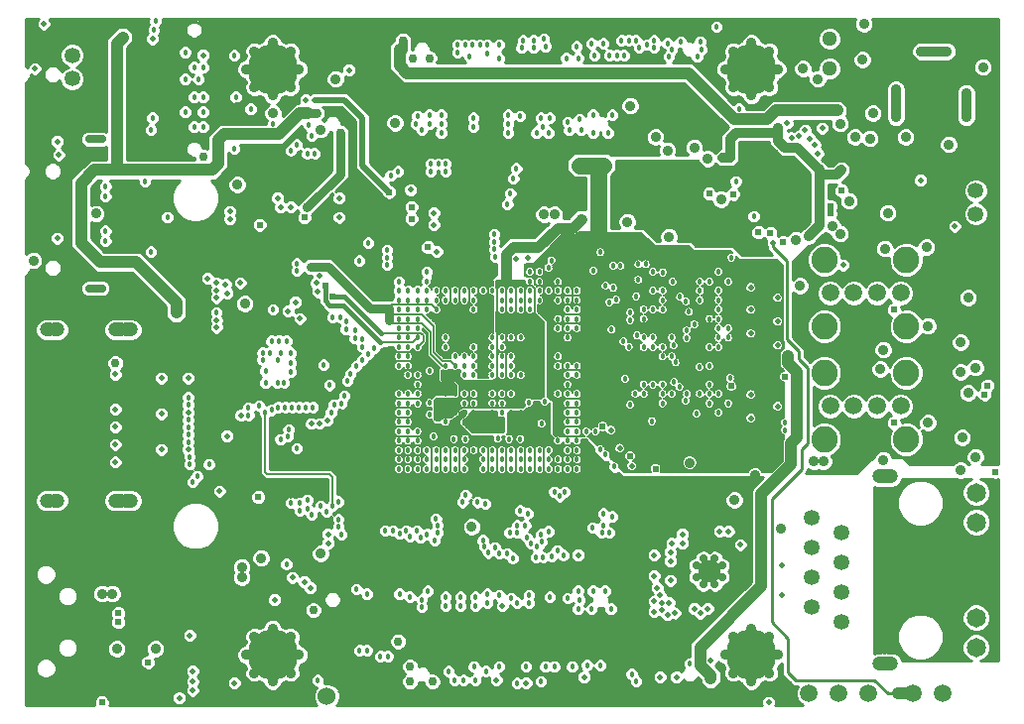
<source format=gbr>
G75*
G70*
%OFA0B0*%
%FSLAX24Y24*%
%IPPOS*%
%LPD*%
%AMOC8*
5,1,8,0,0,1.08239X$1,22.5*
%
%ADD10C,0.0356*%
%ADD11C,0.0600*%
%ADD12C,0.0531*%
%ADD13C,0.0510*%
%ADD14C,0.0709*%
%ADD15C,0.0238*%
%ADD16C,0.0650*%
%ADD17C,0.0472*%
%ADD18C,0.0277*%
%ADD19C,0.0591*%
%ADD20C,0.0886*%
%ADD21C,0.0768*%
%ADD22C,0.1699*%
%ADD23C,0.0180*%
%ADD24C,0.0237*%
%ADD25C,0.0354*%
%ADD26C,0.0198*%
%ADD27C,0.0295*%
%ADD28C,0.0100*%
%ADD29C,0.0050*%
%ADD30C,0.0060*%
%ADD31C,0.0400*%
%ADD32C,0.0300*%
%ADD33C,0.0080*%
%ADD34C,0.0160*%
%ADD35C,0.0200*%
%ADD36C,0.0550*%
%ADD37C,0.0350*%
%ADD38C,0.0320*%
D10*
X014030Y010866D03*
X013753Y011475D03*
X014030Y012084D03*
X014639Y012361D03*
X015248Y012084D03*
X015524Y011475D03*
X015248Y010866D03*
X014639Y010590D03*
X029839Y011475D03*
X030116Y010866D03*
X030725Y010590D03*
X031334Y010866D03*
X031611Y011475D03*
X031334Y012084D03*
X030725Y012361D03*
X030116Y012084D03*
X035581Y029539D03*
X035581Y029657D03*
X035581Y029775D03*
X035581Y029893D03*
X035581Y030012D03*
X035581Y030130D03*
X035581Y030248D03*
X035581Y030366D03*
X035581Y030484D03*
X036428Y031764D03*
X036507Y031764D03*
X036625Y031764D03*
X036743Y031764D03*
X036861Y031764D03*
X036979Y031764D03*
X037097Y031764D03*
X037215Y031764D03*
X037294Y031764D03*
X037944Y030366D03*
X037944Y030248D03*
X037944Y030130D03*
X037944Y030012D03*
X037944Y029893D03*
X037944Y029775D03*
X037944Y029657D03*
X037944Y029539D03*
X031611Y031160D03*
X031334Y031769D03*
X030725Y032046D03*
X030116Y031769D03*
X029839Y031160D03*
X030116Y030551D03*
X030725Y030275D03*
X031334Y030551D03*
X015524Y031160D03*
X015248Y031769D03*
X014639Y032046D03*
X014030Y031769D03*
X013753Y031160D03*
X014030Y030551D03*
X014639Y030275D03*
X015248Y030551D03*
D11*
X016454Y010082D03*
D12*
X032767Y013078D03*
X032767Y014078D03*
X033767Y014578D03*
X033767Y015578D03*
X032767Y016078D03*
X032767Y015078D03*
X033767Y013578D03*
X033767Y012578D03*
X038254Y026288D03*
X038254Y027075D03*
X007904Y030838D03*
X007904Y031625D03*
D13*
X033354Y031182D03*
X033354Y032182D03*
D14*
X031804Y027282D03*
D15*
X031548Y027675D03*
X031411Y027538D03*
X031174Y027538D03*
X031174Y027026D03*
X031411Y027026D03*
X031548Y026888D03*
X031548Y026652D03*
X032060Y026652D03*
X032060Y026888D03*
X032198Y027026D03*
X032434Y027026D03*
X032434Y027538D03*
X032198Y027538D03*
X032060Y027675D03*
X032060Y027912D03*
X031548Y027912D03*
D16*
X038274Y016934D03*
X038274Y015934D03*
X038274Y012729D03*
X038274Y011729D03*
D17*
X035420Y011182D03*
X035341Y011182D03*
X035263Y011182D03*
X035184Y011182D03*
X035105Y011182D03*
X035026Y011182D03*
X035026Y017481D03*
X035105Y017481D03*
X035184Y017481D03*
X035263Y017481D03*
X035341Y017481D03*
X035420Y017481D03*
X009891Y016658D03*
X009773Y016658D03*
X009714Y016658D03*
X009556Y016658D03*
X009438Y016658D03*
X009340Y016658D03*
X007430Y016667D03*
X007312Y016658D03*
X007155Y016658D03*
X007037Y016658D03*
X007037Y022406D03*
X007155Y022406D03*
X007312Y022406D03*
X007430Y022406D03*
X009340Y022406D03*
X009438Y022406D03*
X009556Y022406D03*
X009714Y022406D03*
X009773Y022406D03*
X009891Y022406D03*
D18*
X008912Y023795D03*
X008833Y023795D03*
X008744Y023795D03*
X008646Y023795D03*
X008557Y023795D03*
X008479Y023795D03*
X008479Y028811D03*
X008557Y028811D03*
X008646Y028811D03*
X008744Y028811D03*
X008833Y028811D03*
X008912Y028811D03*
X028871Y014479D03*
X029107Y014715D03*
X029501Y014715D03*
X029737Y014479D03*
X029737Y014085D03*
X029501Y013849D03*
X029107Y013849D03*
X028871Y014085D03*
D19*
X032654Y010182D03*
X033654Y010182D03*
X034654Y010182D03*
X036154Y010182D03*
X037154Y010182D03*
X035735Y019840D03*
X034947Y019840D03*
X034160Y019840D03*
X033372Y019840D03*
X033372Y023640D03*
X034160Y023640D03*
X034947Y023640D03*
X035735Y023640D03*
D20*
X035931Y024762D03*
X035931Y022518D03*
X035931Y020962D03*
X035931Y018718D03*
X033176Y018718D03*
X033176Y020962D03*
X033176Y022518D03*
X033176Y024762D03*
D21*
X029304Y014282D03*
D22*
X030725Y011475D03*
X014639Y011475D03*
X014639Y031160D03*
X030725Y031160D03*
D23*
X030304Y029832D03*
X028904Y031582D03*
X029054Y031832D03*
X029004Y032082D03*
X028354Y032082D03*
X028054Y031832D03*
X027904Y032032D03*
X027954Y031582D03*
X027454Y031882D03*
X027454Y032132D03*
X027204Y031982D03*
X026954Y031882D03*
X026854Y032132D03*
X026604Y032132D03*
X026354Y032132D03*
X026454Y031632D03*
X026204Y031632D03*
X025954Y031632D03*
X025754Y032032D03*
X025354Y032032D03*
X025454Y031632D03*
X024904Y031532D03*
X024504Y031532D03*
X024854Y031932D03*
X023804Y031932D03*
X023754Y032182D03*
X023404Y032132D03*
X023404Y031882D03*
X023004Y031882D03*
X023054Y032132D03*
X022254Y031982D03*
X021854Y031982D03*
X021604Y031982D03*
X021354Y031982D03*
X021104Y031982D03*
X020854Y031982D03*
X020854Y031732D03*
X021254Y031582D03*
X021854Y031682D03*
X022254Y031532D03*
X022554Y029632D03*
X022554Y029332D03*
X022554Y029032D03*
X022954Y029582D03*
X023504Y029032D03*
X023704Y029232D03*
X023904Y029032D03*
X023954Y029532D03*
X023654Y029532D03*
X024554Y029382D03*
X024604Y029132D03*
X025004Y029132D03*
X024954Y029482D03*
X025404Y029632D03*
X025404Y029032D03*
X025904Y029032D03*
X026054Y029632D03*
X022829Y027832D03*
X022729Y027482D03*
X022629Y026982D03*
X022529Y026632D03*
X022079Y025607D03*
X022079Y025357D03*
X022079Y025107D03*
X022129Y024857D03*
X022028Y023713D03*
X021713Y023713D03*
X021398Y023713D03*
X021083Y023713D03*
X020769Y023713D03*
X020769Y023398D03*
X021083Y023398D03*
X021083Y023083D03*
X020769Y023083D03*
X020454Y023083D03*
X020454Y023398D03*
X020454Y023713D03*
X020139Y023713D03*
X020139Y023398D03*
X020139Y023083D03*
X019824Y023083D03*
X019824Y023398D03*
X019824Y023713D03*
X019824Y024028D03*
X019824Y024343D03*
X019509Y023713D03*
X019509Y023398D03*
X019509Y023083D03*
X019509Y022768D03*
X019509Y022453D03*
X019509Y022138D03*
X019509Y021823D03*
X019194Y021823D03*
X019194Y021508D03*
X019194Y021193D03*
X019509Y021193D03*
X019509Y020878D03*
X019509Y020563D03*
X019509Y020248D03*
X019509Y019933D03*
X019509Y019618D03*
X019509Y019303D03*
X019509Y018988D03*
X019509Y018673D03*
X019509Y018358D03*
X019509Y018043D03*
X019509Y017729D03*
X019824Y017729D03*
X019824Y018043D03*
X020139Y018043D03*
X020139Y017729D03*
X020454Y017729D03*
X020454Y018043D03*
X020769Y018043D03*
X021083Y018043D03*
X021083Y017729D03*
X020769Y017729D03*
X020769Y018358D03*
X021083Y018358D03*
X021398Y018358D03*
X021713Y018358D03*
X021713Y018043D03*
X021713Y017729D03*
X022028Y017729D03*
X022028Y018043D03*
X022343Y018043D03*
X022343Y017729D03*
X022658Y017729D03*
X022658Y018043D03*
X022973Y018043D03*
X022973Y017729D03*
X023288Y017729D03*
X023288Y018043D03*
X023603Y018043D03*
X023603Y017729D03*
X023918Y017729D03*
X023918Y018043D03*
X024233Y018043D03*
X024233Y017728D03*
X024548Y017729D03*
X024548Y018043D03*
X024863Y018043D03*
X024863Y017729D03*
X024863Y018358D03*
X024548Y018358D03*
X024548Y018673D03*
X024233Y018673D03*
X024233Y018988D03*
X024548Y018988D03*
X024863Y018988D03*
X024863Y018673D03*
X025178Y018988D03*
X025493Y018988D03*
X025654Y018382D03*
X025829Y018207D03*
X026129Y017807D03*
X024863Y019303D03*
X024548Y019303D03*
X024233Y019303D03*
X024548Y019618D03*
X024863Y019618D03*
X024863Y019933D03*
X024548Y019933D03*
X024548Y020248D03*
X024233Y020248D03*
X024233Y020563D03*
X024548Y020563D03*
X024548Y020878D03*
X024233Y020878D03*
X024233Y021193D03*
X024233Y021508D03*
X024233Y021823D03*
X024233Y022138D03*
X024233Y022453D03*
X024233Y022768D03*
X024233Y023083D03*
X024233Y023398D03*
X024233Y023713D03*
X024233Y024028D03*
X023918Y023713D03*
X023603Y023713D03*
X023603Y024028D03*
X023603Y024343D03*
X023288Y024343D03*
X023288Y024028D03*
X023288Y023713D03*
X022973Y023713D03*
X022658Y023713D03*
X022343Y023713D03*
X022343Y023398D03*
X022343Y023083D03*
X022028Y023083D03*
X021713Y023083D03*
X021398Y023083D03*
X021398Y023398D03*
X022658Y023398D03*
X022658Y023083D03*
X022973Y023083D03*
X022973Y023398D03*
X023288Y023398D03*
X023288Y023083D03*
X023603Y023083D03*
X023603Y023398D03*
X023918Y023398D03*
X023918Y023083D03*
X024548Y023083D03*
X024548Y023398D03*
X024548Y023713D03*
X024863Y023713D03*
X024863Y023398D03*
X024863Y023083D03*
X024863Y022768D03*
X024548Y022768D03*
X024548Y022453D03*
X024863Y022453D03*
X024548Y022138D03*
X024548Y021193D03*
X024863Y021193D03*
X024863Y020878D03*
X024863Y020248D03*
X023784Y019982D03*
X023259Y019963D03*
X023288Y020248D03*
X022973Y020248D03*
X022658Y020248D03*
X022343Y020248D03*
X022028Y020248D03*
X022028Y019933D03*
X022028Y019618D03*
X022028Y019303D03*
X022343Y019303D03*
X022658Y019303D03*
X022973Y019303D03*
X023259Y019333D03*
X023259Y019648D03*
X022973Y019618D03*
X022658Y019618D03*
X022343Y019618D03*
X022343Y019933D03*
X022658Y019933D03*
X022973Y019933D03*
X022973Y020878D03*
X022658Y020878D03*
X022343Y020878D03*
X022028Y020878D03*
X022028Y021193D03*
X022028Y021508D03*
X022028Y021823D03*
X022028Y022138D03*
X022343Y022138D03*
X022343Y021823D03*
X022343Y021508D03*
X022343Y021193D03*
X022658Y021193D03*
X022658Y021508D03*
X022658Y021823D03*
X022658Y022138D03*
X022973Y022138D03*
X022973Y021823D03*
X022973Y021508D03*
X022973Y021193D03*
X023288Y020878D03*
X023288Y022138D03*
X021398Y022138D03*
X021398Y021823D03*
X021398Y021508D03*
X021083Y021508D03*
X020769Y021508D03*
X020769Y021193D03*
X021083Y021193D03*
X021083Y020878D03*
X020769Y020878D03*
X020454Y020878D03*
X020454Y021193D03*
X020454Y021508D03*
X020454Y021823D03*
X020454Y022138D03*
X019924Y021022D03*
X019194Y020878D03*
X018879Y021193D03*
X018879Y021508D03*
X018879Y021823D03*
X018879Y022138D03*
X019194Y022138D03*
X019194Y022453D03*
X019194Y022768D03*
X019194Y023083D03*
X019194Y023398D03*
X019194Y023713D03*
X018879Y023713D03*
X018879Y024028D03*
X018879Y023398D03*
X018879Y023083D03*
X018879Y022768D03*
X018879Y022453D03*
X018054Y021782D03*
X017854Y021582D03*
X017654Y021382D03*
X017454Y021182D03*
X017254Y020932D03*
X017154Y020682D03*
X017054Y020182D03*
X016954Y019932D03*
X016704Y019882D03*
X016604Y019632D03*
X015984Y019802D03*
X015754Y019802D03*
X015524Y019802D03*
X015294Y019802D03*
X015064Y019802D03*
X014834Y019802D03*
X014604Y019707D03*
X014379Y019632D03*
X014189Y019857D03*
X013829Y019782D03*
X013829Y019532D03*
X014904Y018712D03*
X015154Y018832D03*
X015174Y019062D03*
X015454Y018412D03*
X015804Y016682D03*
X015554Y016582D03*
X015554Y016332D03*
X015804Y016382D03*
X015954Y016182D03*
X016254Y016482D03*
X016454Y016282D03*
X016654Y016482D03*
X016854Y016632D03*
X016854Y016032D03*
X016854Y015782D03*
X016954Y015532D03*
X018429Y015657D03*
X018679Y015657D03*
X018904Y015557D03*
X019129Y015657D03*
X019254Y015457D03*
X019479Y015657D03*
X019604Y015432D03*
X019829Y015532D03*
X020079Y015332D03*
X020179Y015582D03*
X020179Y015832D03*
X020129Y016057D03*
X021029Y016607D03*
X021129Y016857D03*
X021529Y016607D03*
X021779Y016557D03*
X022954Y016332D03*
X023204Y016232D03*
X023129Y015832D03*
X022854Y015832D03*
X022854Y015582D03*
X022604Y015582D03*
X022104Y015082D03*
X022254Y014882D03*
X022504Y014882D03*
X022704Y014732D03*
X023479Y014757D03*
X023729Y014757D03*
X024004Y014782D03*
X024204Y014982D03*
X024404Y014832D03*
X023679Y015282D03*
X023529Y015107D03*
X023329Y015232D03*
X023179Y015407D03*
X023654Y015532D03*
X023904Y015632D03*
X024279Y016807D03*
X024104Y016957D03*
X024454Y016957D03*
X025754Y016232D03*
X026054Y016132D03*
X025754Y015832D03*
X025704Y015582D03*
X025954Y015582D03*
X025379Y015757D03*
X025404Y013632D03*
X025804Y013632D03*
X026004Y013032D03*
X025354Y013032D03*
X024904Y013032D03*
X024954Y013332D03*
X024904Y013632D03*
X024554Y013382D03*
X023954Y013432D03*
X023254Y013482D03*
X023254Y013232D03*
X022854Y013232D03*
X022654Y013382D03*
X022254Y013482D03*
X021854Y013532D03*
X021854Y013232D03*
X021454Y013132D03*
X021454Y013432D03*
X020954Y013432D03*
X020954Y013132D03*
X020454Y013132D03*
X020454Y013432D03*
X019854Y013632D03*
X019654Y013332D03*
X019654Y013082D03*
X019254Y013432D03*
X018904Y013532D03*
X017804Y013532D03*
X017454Y013682D03*
X015104Y014532D03*
X015254Y016582D03*
X012504Y017882D03*
X012104Y017482D03*
X011954Y017282D03*
X011854Y017882D03*
X011854Y018132D03*
X011804Y018632D03*
X011804Y018882D03*
X011804Y019132D03*
X011804Y019382D03*
X011804Y019882D03*
X011804Y020132D03*
X014404Y020632D03*
X014404Y021012D03*
X014304Y021402D03*
X014304Y021632D03*
X014554Y021632D03*
X014804Y021402D03*
X014904Y021632D03*
X015254Y021632D03*
X015254Y021282D03*
X015254Y020982D03*
X015004Y020632D03*
X014804Y020632D03*
X014854Y022032D03*
X014604Y022032D03*
X015104Y022032D03*
X014654Y023082D03*
X015454Y024382D03*
X015454Y024632D03*
X017554Y024732D03*
X017854Y025332D03*
X018479Y025082D03*
X018479Y024832D03*
X018479Y024582D03*
X017104Y022682D03*
X016904Y022832D03*
X016654Y022832D03*
X017104Y022432D03*
X017404Y022382D03*
X017404Y022132D03*
X017654Y022082D03*
X017654Y021832D03*
X016354Y021232D03*
X016554Y020542D03*
X018879Y020248D03*
X019194Y020248D03*
X019194Y019933D03*
X019194Y019618D03*
X019194Y019303D03*
X019194Y018988D03*
X019194Y018673D03*
X019194Y018358D03*
X019194Y018043D03*
X019194Y017729D03*
X018879Y017729D03*
X018879Y018043D03*
X018879Y018358D03*
X018879Y018673D03*
X018879Y018988D03*
X018879Y019303D03*
X018879Y019618D03*
X018879Y019933D03*
X019924Y019942D03*
X019924Y019562D03*
X020454Y019618D03*
X020769Y019618D03*
X021083Y019618D03*
X021083Y019303D03*
X020769Y019303D03*
X020454Y019303D03*
X020044Y018822D03*
X020139Y018358D03*
X020454Y018358D03*
X020734Y018732D03*
X021114Y018732D03*
X021398Y019303D03*
X021398Y019618D03*
X021398Y019933D03*
X021083Y019933D03*
X020769Y019933D03*
X020769Y020248D03*
X021083Y020248D03*
X021398Y020248D03*
X021398Y020878D03*
X021398Y021193D03*
X020454Y020248D03*
X020454Y019933D03*
X022204Y018742D03*
X022584Y018732D03*
X022964Y018732D03*
X022973Y018358D03*
X022658Y018358D03*
X022343Y018358D03*
X022028Y018358D03*
X023288Y018358D03*
X023603Y018358D03*
X023918Y018358D03*
X023674Y019252D03*
X026654Y019882D03*
X026704Y019632D03*
X026831Y020248D03*
X027107Y020248D03*
X027422Y020248D03*
X027737Y020248D03*
X027737Y019933D03*
X028052Y020248D03*
X028304Y020482D03*
X028131Y020642D03*
X027737Y020563D03*
X027422Y020563D03*
X027107Y020563D03*
X026479Y020757D03*
X027422Y021508D03*
X027422Y021823D03*
X027107Y021823D03*
X027107Y022138D03*
X026879Y022207D03*
X026604Y021832D03*
X026429Y022007D03*
X026029Y022407D03*
X026654Y022732D03*
X026654Y022982D03*
X027107Y023083D03*
X027107Y023398D03*
X026854Y023532D03*
X026929Y024082D03*
X027422Y024343D03*
X027748Y024332D03*
X027737Y024028D03*
X027737Y023713D03*
X027422Y023713D03*
X027422Y023398D03*
X027737Y023398D03*
X027737Y023083D03*
X027422Y023083D03*
X027422Y022768D03*
X027107Y022768D03*
X027422Y022138D03*
X027737Y022138D03*
X028052Y022138D03*
X028104Y021882D03*
X027737Y021823D03*
X027737Y021508D03*
X028052Y021508D03*
X028179Y021307D03*
X028979Y021157D03*
X029312Y021193D03*
X029312Y020563D03*
X029312Y020248D03*
X029312Y019933D03*
X029627Y019933D03*
X029627Y019618D03*
X029942Y019933D03*
X029942Y020248D03*
X029627Y020248D03*
X030004Y020782D03*
X029981Y021508D03*
X029942Y021823D03*
X029942Y022138D03*
X029942Y022453D03*
X029627Y022453D03*
X029627Y022768D03*
X029627Y023083D03*
X029942Y023083D03*
X029942Y023398D03*
X029942Y023713D03*
X029942Y024028D03*
X029627Y024343D03*
X029312Y024343D03*
X029312Y024028D03*
X028997Y024028D03*
X028997Y023713D03*
X028997Y023398D03*
X028529Y023357D03*
X028329Y023507D03*
X028079Y024017D03*
X027179Y024607D03*
X026929Y024607D03*
X026329Y024557D03*
X026079Y024557D03*
X025654Y025007D03*
X025409Y024387D03*
X025829Y023882D03*
X026079Y023807D03*
X026179Y023407D03*
X025954Y023332D03*
X023904Y024482D03*
X024004Y024732D03*
X020454Y027732D03*
X020454Y027982D03*
X020204Y027982D03*
X019954Y027982D03*
X019954Y027732D03*
X018854Y027732D03*
X018604Y027582D03*
X019654Y029132D03*
X019454Y029332D03*
X019504Y029582D03*
X019904Y029632D03*
X019904Y029332D03*
X020304Y029332D03*
X020304Y029632D03*
X020304Y029032D03*
X021384Y029232D03*
X021384Y029532D03*
X015954Y028932D03*
X015854Y029282D03*
X015454Y028632D03*
X015254Y028432D03*
X015804Y028332D03*
X016054Y028332D03*
X014654Y029332D03*
X013904Y029832D03*
X013404Y030232D03*
X012304Y030232D03*
X012004Y030232D03*
X012154Y030832D03*
X012004Y031232D03*
X012304Y031232D03*
X011704Y030832D03*
X011704Y031732D03*
X010654Y032482D03*
X010704Y032782D03*
X013354Y031632D03*
X012304Y029732D03*
X012304Y029232D03*
X012004Y029232D03*
X011704Y029732D03*
X010604Y029532D03*
X010554Y029132D03*
X010354Y027382D03*
X009029Y027232D03*
X009029Y026882D03*
X009029Y025732D03*
X009029Y025382D03*
X010554Y025032D03*
X011104Y026182D03*
X013354Y028482D03*
X012754Y022982D03*
X019824Y018358D03*
X021704Y015332D03*
X021754Y015107D03*
X021879Y014907D03*
X018504Y011432D03*
X018254Y011432D03*
X017804Y011632D03*
X017554Y011632D03*
X016154Y010632D03*
X020554Y010932D03*
X020754Y010632D03*
X021054Y010632D03*
X021454Y010632D03*
X021404Y011082D03*
X021804Y010932D03*
X022254Y011082D03*
X022854Y010532D03*
X023154Y011082D03*
X023804Y011082D03*
X024104Y011082D03*
X024704Y011082D03*
X025204Y011132D03*
X025654Y011132D03*
X026704Y010832D03*
X026854Y010582D03*
X028654Y011182D03*
X023654Y010582D03*
X031854Y019032D03*
X031854Y019282D03*
X028879Y019579D03*
X028524Y020012D03*
X028564Y020248D03*
X028997Y020248D03*
X027393Y019333D03*
X029312Y021823D03*
X029627Y021823D03*
X029627Y022138D03*
X029312Y022453D03*
X029312Y022768D03*
X028804Y022582D03*
X028554Y022382D03*
X028554Y022132D03*
X028629Y023007D03*
X029627Y023398D03*
X029627Y023713D03*
X030054Y024832D03*
X029154Y024832D03*
X030804Y026212D03*
X030204Y027392D03*
X029554Y032582D03*
D24*
X029764Y028182D03*
X030004Y028182D03*
X030104Y026962D03*
X029304Y026982D03*
X030704Y025882D03*
X030954Y025682D03*
X031364Y025662D03*
X031784Y025342D03*
X033384Y026312D03*
X033384Y026552D03*
X033754Y027082D03*
X033584Y027602D03*
X033754Y027772D03*
X035504Y023082D03*
X038654Y020532D03*
X038554Y020232D03*
X035504Y019282D03*
X038904Y017632D03*
X031854Y020832D03*
X030054Y020507D03*
X029504Y017882D03*
X027504Y017732D03*
X026654Y018157D03*
X025729Y019157D03*
X019854Y025182D03*
X019304Y026132D03*
X019304Y026532D03*
X018554Y027032D03*
X015704Y026182D03*
X014204Y026282D03*
X014204Y025932D03*
X015904Y024532D03*
X016404Y023882D03*
X016654Y023532D03*
X014154Y016782D03*
X009454Y012882D03*
X009454Y012582D03*
X010454Y011232D03*
X010404Y009882D03*
X008904Y009882D03*
D25*
X009404Y011682D03*
X010704Y011682D03*
X009254Y013532D03*
X008904Y013532D03*
X012904Y012132D03*
X013604Y014082D03*
X013604Y014432D03*
X014254Y014732D03*
X016254Y014882D03*
X021329Y015782D03*
X028654Y017932D03*
X030154Y016682D03*
X030854Y017532D03*
X031504Y017982D03*
X032804Y017982D03*
X033154Y017982D03*
X035154Y018032D03*
X036654Y019282D03*
X037804Y018782D03*
X038254Y018132D03*
X037754Y017682D03*
X037154Y015782D03*
X036404Y015032D03*
X035654Y015782D03*
X035654Y014282D03*
X036404Y013532D03*
X037154Y014282D03*
X037904Y015032D03*
X038654Y015282D03*
X038654Y014282D03*
X038654Y013282D03*
X037904Y013532D03*
X037154Y012782D03*
X035654Y012782D03*
X031704Y015732D03*
X032054Y021182D03*
X031954Y021532D03*
X032354Y023882D03*
X032224Y025432D03*
X032654Y025557D03*
X033454Y025882D03*
X033704Y025632D03*
X034004Y026732D03*
X035304Y026332D03*
X035204Y025132D03*
X036604Y025182D03*
X038004Y023482D03*
X036654Y022532D03*
X037754Y021982D03*
X038254Y021132D03*
X037754Y020982D03*
X038004Y020282D03*
X035054Y021082D03*
X035154Y021732D03*
X029704Y026782D03*
X028904Y026032D03*
X027954Y025532D03*
X027154Y026082D03*
X026554Y026032D03*
X026154Y027232D03*
X025754Y027932D03*
X024954Y027932D03*
X023954Y026832D03*
X024104Y026282D03*
X023754Y026282D03*
X025004Y026132D03*
X027354Y028432D03*
X027504Y028882D03*
X027904Y028432D03*
X028804Y028532D03*
X029254Y028157D03*
X031629Y029182D03*
X032954Y030382D03*
X032954Y030832D03*
X032454Y031182D03*
X033604Y029782D03*
X033704Y029332D03*
X034204Y028882D03*
X034704Y028832D03*
X034804Y029682D03*
X035904Y028882D03*
X037354Y028632D03*
X038504Y031232D03*
X034504Y032682D03*
X034454Y031482D03*
X026654Y029932D03*
X018754Y029357D03*
X016754Y030832D03*
X016254Y029132D03*
X014654Y029682D03*
X013454Y029882D03*
X014004Y028332D03*
X013454Y027282D03*
X013304Y024222D03*
X013704Y023282D03*
X011404Y023332D03*
X011404Y022982D03*
X008704Y026303D03*
X006604Y024732D03*
X009604Y032232D03*
X015604Y032682D03*
X015854Y032432D03*
X029354Y010682D03*
D26*
X029354Y011282D03*
X028204Y011032D03*
X028204Y010732D03*
X027654Y010732D03*
X027104Y010732D03*
X025104Y010732D03*
X023154Y010532D03*
X022154Y010632D03*
X022354Y013132D03*
X024904Y014832D03*
X027054Y016132D03*
X028054Y015232D03*
X028004Y014932D03*
X028004Y014632D03*
X027454Y014832D03*
X027454Y014432D03*
X027454Y014132D03*
X027554Y013732D03*
X027654Y013482D03*
X027704Y013232D03*
X027954Y013232D03*
X027704Y012982D03*
X027904Y012832D03*
X028154Y012882D03*
X028804Y013032D03*
X029004Y012882D03*
X029254Y013032D03*
X028004Y013982D03*
X027454Y013282D03*
X027454Y012932D03*
X028404Y015232D03*
X028404Y015532D03*
X029654Y015632D03*
X029954Y015632D03*
X030354Y015182D03*
X031754Y014482D03*
X031754Y013482D03*
X031304Y009882D03*
X026704Y017832D03*
X026304Y018432D03*
X026004Y019032D03*
X030704Y019432D03*
X030704Y019832D03*
X030704Y020232D03*
X031604Y020232D03*
X031604Y019832D03*
X031604Y019432D03*
X031604Y021882D03*
X031604Y022282D03*
X031604Y022682D03*
X031604Y023082D03*
X031604Y023482D03*
X031604Y023832D03*
X030704Y023832D03*
X030704Y023482D03*
X030704Y023082D03*
X030704Y022682D03*
X030704Y022282D03*
X030704Y021882D03*
X033804Y024582D03*
X031454Y025332D03*
X032954Y028332D03*
X032854Y028632D03*
X032679Y028832D03*
X032529Y029107D03*
X032329Y028907D03*
X032079Y028857D03*
X031929Y029357D03*
X033104Y029182D03*
X036404Y027432D03*
X037554Y025882D03*
X024854Y025032D03*
X023229Y024807D03*
X022829Y024782D03*
X023329Y025732D03*
X020154Y025032D03*
X020054Y025932D03*
X020054Y026332D03*
X020054Y026932D03*
X019279Y027107D03*
X018554Y026532D03*
X018554Y026332D03*
X018554Y026132D03*
X016879Y026182D03*
X016879Y026832D03*
X015254Y026532D03*
X014904Y026532D03*
X014804Y026832D03*
X013204Y026382D03*
X013204Y026132D03*
X012454Y024132D03*
X012754Y023982D03*
X012754Y023732D03*
X012754Y023482D03*
X013104Y023632D03*
X013054Y023932D03*
X013554Y023982D03*
X012754Y022732D03*
X012754Y022482D03*
X011804Y020782D03*
X010904Y020782D03*
X010904Y019582D03*
X011804Y019632D03*
X013104Y018832D03*
X013579Y019532D03*
X011804Y018382D03*
X010904Y018382D03*
X009554Y017132D03*
X009354Y017957D03*
X009354Y018547D03*
X009354Y019138D03*
X009354Y019729D03*
X009354Y020910D03*
X012854Y016982D03*
X015254Y016832D03*
X016504Y015532D03*
X016504Y015232D03*
X015704Y013932D03*
X015904Y013732D03*
X015304Y014082D03*
X014704Y013332D03*
X011854Y012132D03*
X011954Y010932D03*
X011954Y010582D03*
X011954Y010282D03*
X011504Y010032D03*
X013354Y010532D03*
X021654Y016282D03*
X016477Y019353D03*
X016213Y019253D03*
X015940Y019253D03*
X015554Y022782D03*
X015154Y023032D03*
X015404Y023332D03*
X016154Y023682D03*
X016104Y023982D03*
X016204Y024232D03*
X016054Y030132D03*
X015754Y030132D03*
X017204Y031132D03*
X012304Y031632D03*
X010604Y032182D03*
X006954Y032682D03*
X006654Y031182D03*
X007404Y028732D03*
X007454Y028282D03*
X007404Y025482D03*
D27*
X009304Y021782D03*
X009354Y021282D03*
X015779Y026507D03*
X016904Y029032D03*
X016904Y029632D03*
X016104Y029682D03*
X015804Y029682D03*
X012304Y028232D03*
X011704Y028232D03*
X019004Y031832D03*
X019004Y032132D03*
X019354Y031532D03*
X019904Y031532D03*
X019904Y032132D03*
X016904Y014832D03*
X016004Y012982D03*
X018854Y011932D03*
X019254Y011082D03*
X019254Y010582D03*
X020004Y010582D03*
X020004Y011082D03*
X019054Y013132D03*
D28*
X006354Y009782D02*
X006354Y024211D01*
X006378Y024221D01*
X006465Y024307D01*
X006510Y024417D01*
X006539Y024404D01*
X006669Y024404D01*
X006790Y024454D01*
X006882Y024546D01*
X006931Y024667D01*
X006931Y024797D01*
X006882Y024917D01*
X006790Y025009D01*
X006669Y025059D01*
X006539Y025059D01*
X006419Y025009D01*
X006354Y024944D01*
X006354Y027461D01*
X006378Y027471D01*
X006465Y027557D01*
X006512Y027670D01*
X006512Y027793D01*
X006465Y027906D01*
X006378Y027992D01*
X006354Y028002D01*
X006354Y030711D01*
X006378Y030721D01*
X006465Y030807D01*
X006512Y030920D01*
X006512Y030972D01*
X006513Y030971D01*
X006605Y030933D01*
X006704Y030933D01*
X006795Y030971D01*
X006865Y031041D01*
X006903Y031132D01*
X006903Y031231D01*
X006865Y031323D01*
X006795Y031393D01*
X006704Y031431D01*
X006605Y031431D01*
X006513Y031393D01*
X006443Y031323D01*
X006405Y031231D01*
X006405Y031215D01*
X006378Y031242D01*
X006354Y031252D01*
X006354Y032850D01*
X006771Y032850D01*
X006743Y032823D01*
X006705Y032731D01*
X006705Y032632D01*
X006743Y032541D01*
X006813Y032471D01*
X006905Y032433D01*
X007004Y032433D01*
X007095Y032471D01*
X007165Y032541D01*
X007203Y032632D01*
X007203Y032731D01*
X007165Y032823D01*
X007138Y032850D01*
X010473Y032850D01*
X010464Y032829D01*
X010464Y032734D01*
X010494Y032661D01*
X010451Y032618D01*
X010414Y032529D01*
X010414Y032434D01*
X010441Y032370D01*
X010393Y032323D01*
X010355Y032231D01*
X010355Y032132D01*
X010393Y032041D01*
X010463Y031971D01*
X010555Y031933D01*
X010654Y031933D01*
X010745Y031971D01*
X010815Y032041D01*
X010853Y032132D01*
X010853Y032231D01*
X010821Y032309D01*
X010858Y032346D01*
X010894Y032434D01*
X010894Y032529D01*
X010864Y032602D01*
X010908Y032646D01*
X010944Y032734D01*
X010944Y032829D01*
X010936Y032850D01*
X034220Y032850D01*
X034177Y032747D01*
X034177Y032617D01*
X034227Y032496D01*
X034319Y032404D01*
X034439Y032354D01*
X034569Y032354D01*
X034690Y032404D01*
X034782Y032496D01*
X034831Y032617D01*
X034831Y032747D01*
X034789Y032850D01*
X039009Y032850D01*
X039009Y017882D01*
X039003Y017882D01*
X038958Y017900D01*
X038851Y017900D01*
X038806Y017882D01*
X038467Y017882D01*
X038532Y017946D01*
X038581Y018067D01*
X038581Y018197D01*
X038532Y018317D01*
X038440Y018409D01*
X038319Y018459D01*
X038189Y018459D01*
X038069Y018409D01*
X037977Y018317D01*
X037927Y018197D01*
X037927Y018067D01*
X037977Y017946D01*
X038042Y017882D01*
X038017Y017882D01*
X037940Y017959D01*
X037819Y018009D01*
X037689Y018009D01*
X037569Y017959D01*
X037492Y017882D01*
X036054Y017882D01*
X035809Y018127D01*
X035814Y018125D01*
X036049Y018125D01*
X036267Y018215D01*
X036434Y018382D01*
X036524Y018600D01*
X036524Y018836D01*
X036444Y019029D01*
X036469Y019004D01*
X036589Y018954D01*
X036719Y018954D01*
X036840Y019004D01*
X036932Y019096D01*
X036981Y019217D01*
X036981Y019347D01*
X036932Y019467D01*
X036840Y019559D01*
X036719Y019609D01*
X036589Y019609D01*
X036469Y019559D01*
X036377Y019467D01*
X036327Y019347D01*
X036327Y019217D01*
X036367Y019121D01*
X036267Y019220D01*
X036049Y019311D01*
X035814Y019311D01*
X035773Y019294D01*
X035773Y019335D01*
X035748Y019395D01*
X035823Y019395D01*
X035987Y019462D01*
X036112Y019588D01*
X036180Y019751D01*
X036180Y019928D01*
X036112Y020092D01*
X035987Y020217D01*
X035823Y020285D01*
X035646Y020285D01*
X035482Y020217D01*
X035357Y020092D01*
X035341Y020053D01*
X035325Y020092D01*
X035199Y020217D01*
X035036Y020285D01*
X034859Y020285D01*
X034695Y020217D01*
X034570Y020092D01*
X034554Y020053D01*
X034537Y020092D01*
X034412Y020217D01*
X034248Y020285D01*
X034071Y020285D01*
X033908Y020217D01*
X033782Y020092D01*
X033766Y020053D01*
X033750Y020092D01*
X033625Y020217D01*
X033461Y020285D01*
X033284Y020285D01*
X033120Y020217D01*
X032995Y020092D01*
X032927Y019928D01*
X032927Y019751D01*
X032995Y019588D01*
X033120Y019462D01*
X033284Y019395D01*
X033461Y019395D01*
X033625Y019462D01*
X033750Y019588D01*
X033766Y019627D01*
X033782Y019588D01*
X033908Y019462D01*
X034071Y019395D01*
X034248Y019395D01*
X034412Y019462D01*
X034537Y019588D01*
X034554Y019627D01*
X034570Y019588D01*
X034695Y019462D01*
X034859Y019395D01*
X035036Y019395D01*
X035199Y019462D01*
X035325Y019588D01*
X035341Y019627D01*
X035357Y019588D01*
X035411Y019534D01*
X035352Y019509D01*
X035276Y019434D01*
X035236Y019335D01*
X035236Y019228D01*
X035276Y019129D01*
X035352Y019054D01*
X035418Y019027D01*
X035339Y018836D01*
X035339Y018600D01*
X035429Y018382D01*
X035596Y018215D01*
X035797Y018132D01*
X035467Y018132D01*
X035432Y018217D01*
X035340Y018309D01*
X035219Y018359D01*
X035089Y018359D01*
X034969Y018309D01*
X034877Y018217D01*
X034842Y018132D01*
X034804Y018132D01*
X034254Y017582D01*
X032537Y017582D01*
X032604Y017649D01*
X032604Y017719D01*
X032619Y017704D01*
X032739Y017654D01*
X032869Y017654D01*
X032979Y017700D01*
X033089Y017654D01*
X033219Y017654D01*
X033340Y017704D01*
X033432Y017796D01*
X033481Y017917D01*
X033481Y018047D01*
X033432Y018167D01*
X033421Y018178D01*
X033511Y018215D01*
X033678Y018382D01*
X033768Y018600D01*
X033768Y018836D01*
X033678Y019054D01*
X033511Y019220D01*
X033294Y019311D01*
X033058Y019311D01*
X032840Y019220D01*
X032804Y019185D01*
X032804Y020495D01*
X032840Y020459D01*
X033058Y020369D01*
X033294Y020369D01*
X033511Y020459D01*
X033678Y020626D01*
X033768Y020844D01*
X033768Y021080D01*
X033678Y021298D01*
X033511Y021465D01*
X033294Y021555D01*
X033058Y021555D01*
X032840Y021465D01*
X032697Y021322D01*
X032687Y021332D01*
X032504Y021514D01*
X032504Y021764D01*
X032387Y021882D01*
X032104Y022164D01*
X032104Y023669D01*
X032169Y023604D01*
X032289Y023554D01*
X032419Y023554D01*
X032540Y023604D01*
X032632Y023696D01*
X032681Y023817D01*
X032681Y023947D01*
X032632Y024067D01*
X032540Y024159D01*
X032419Y024209D01*
X032289Y024209D01*
X032169Y024159D01*
X032104Y024094D01*
X032104Y024732D01*
X032137Y024732D01*
X032635Y025229D01*
X032719Y025229D01*
X032761Y025247D01*
X032783Y025247D01*
X032798Y025262D01*
X032840Y025279D01*
X032932Y025371D01*
X032949Y025413D01*
X033133Y025597D01*
X033205Y025669D01*
X033269Y025604D01*
X033381Y025558D01*
X033427Y025446D01*
X033519Y025354D01*
X033639Y025304D01*
X033769Y025304D01*
X033890Y025354D01*
X033982Y025446D01*
X034031Y025567D01*
X034031Y025697D01*
X033982Y025817D01*
X033890Y025909D01*
X033778Y025955D01*
X033732Y026067D01*
X033640Y026159D01*
X033616Y026169D01*
X033631Y026205D01*
X033634Y026208D01*
X033634Y026213D01*
X033653Y026258D01*
X033653Y026365D01*
X033634Y026410D01*
X033634Y026453D01*
X033653Y026498D01*
X033653Y026605D01*
X033634Y026650D01*
X033634Y026665D01*
X033624Y026676D01*
X033612Y026704D01*
X033537Y026779D01*
X033508Y026791D01*
X033488Y026812D01*
X033459Y026812D01*
X033438Y026820D01*
X033331Y026820D01*
X033314Y026813D01*
X033314Y027297D01*
X033461Y027297D01*
X033589Y027297D01*
X033526Y027234D01*
X033486Y027135D01*
X033486Y027028D01*
X033526Y026929D01*
X033602Y026854D01*
X033686Y026819D01*
X033677Y026797D01*
X033677Y026667D01*
X033727Y026546D01*
X033819Y026454D01*
X033939Y026404D01*
X034069Y026404D01*
X034190Y026454D01*
X034282Y026546D01*
X034331Y026667D01*
X034331Y026797D01*
X034282Y026917D01*
X034190Y027009D01*
X034069Y027059D01*
X034023Y027059D01*
X034023Y027135D01*
X033982Y027234D01*
X033907Y027309D01*
X033808Y027350D01*
X033771Y027350D01*
X034064Y027643D01*
X034064Y027900D01*
X033883Y028082D01*
X033626Y028082D01*
X033461Y027917D01*
X033308Y027917D01*
X033133Y028092D01*
X033100Y028125D01*
X033165Y028191D01*
X033203Y028282D01*
X033203Y028381D01*
X033165Y028473D01*
X033095Y028543D01*
X033088Y028546D01*
X033103Y028582D01*
X033103Y028681D01*
X033065Y028773D01*
X032995Y028843D01*
X032928Y028871D01*
X032928Y028881D01*
X032890Y028973D01*
X032820Y029043D01*
X032778Y029060D01*
X032778Y029156D01*
X032740Y029248D01*
X032670Y029318D01*
X032579Y029356D01*
X032480Y029356D01*
X032388Y029318D01*
X032318Y029248D01*
X032280Y029156D01*
X032280Y029156D01*
X032188Y029118D01*
X032162Y029092D01*
X032129Y029106D01*
X032030Y029106D01*
X031947Y029071D01*
X031941Y029078D01*
X031953Y029108D01*
X031979Y029108D01*
X032070Y029146D01*
X032140Y029216D01*
X032178Y029307D01*
X032178Y029406D01*
X032168Y029432D01*
X033392Y029432D01*
X033377Y029397D01*
X033377Y029267D01*
X033427Y029146D01*
X033519Y029054D01*
X033639Y029004D01*
X033769Y029004D01*
X033890Y029054D01*
X033982Y029146D01*
X034031Y029267D01*
X034031Y029397D01*
X033982Y029517D01*
X033908Y029591D01*
X033954Y029637D01*
X033954Y029927D01*
X033749Y030132D01*
X031409Y030132D01*
X031204Y029927D01*
X031109Y029832D01*
X030544Y029832D01*
X030544Y029879D01*
X030508Y029968D01*
X030440Y030035D01*
X030352Y030072D01*
X030257Y030072D01*
X030168Y030035D01*
X030132Y029999D01*
X028749Y031382D01*
X028459Y031382D01*
X028094Y031382D01*
X028158Y031446D01*
X028194Y031534D01*
X028194Y031629D01*
X028193Y031631D01*
X028258Y031696D01*
X028294Y031784D01*
X028294Y031847D01*
X028307Y031842D01*
X028367Y031842D01*
X028367Y031774D01*
X028410Y031669D01*
X028491Y031588D01*
X028597Y031544D01*
X028664Y031544D01*
X028664Y031534D01*
X028701Y031446D01*
X028768Y031378D01*
X028857Y031342D01*
X028952Y031342D01*
X029040Y031378D01*
X029108Y031446D01*
X029144Y031534D01*
X029144Y031609D01*
X029190Y031628D01*
X029258Y031696D01*
X029294Y031784D01*
X029294Y031879D01*
X029258Y031968D01*
X029229Y031997D01*
X029244Y032034D01*
X029244Y032129D01*
X029208Y032218D01*
X029140Y032285D01*
X029052Y032322D01*
X028957Y032322D01*
X028868Y032285D01*
X028801Y032218D01*
X028764Y032129D01*
X028764Y032098D01*
X028712Y032119D01*
X028597Y032119D01*
X028594Y032118D01*
X028594Y032129D01*
X028558Y032218D01*
X028490Y032285D01*
X028402Y032322D01*
X028307Y032322D01*
X028218Y032285D01*
X028151Y032218D01*
X028119Y032141D01*
X028108Y032168D01*
X028040Y032235D01*
X027952Y032272D01*
X027857Y032272D01*
X027768Y032235D01*
X027701Y032168D01*
X027694Y032152D01*
X027694Y032179D01*
X027658Y032268D01*
X027590Y032335D01*
X027502Y032372D01*
X027407Y032372D01*
X027318Y032335D01*
X027251Y032268D01*
X027232Y032222D01*
X027157Y032222D01*
X027088Y032193D01*
X027058Y032268D01*
X026990Y032335D01*
X026902Y032372D01*
X026807Y032372D01*
X026729Y032340D01*
X026652Y032372D01*
X026557Y032372D01*
X026479Y032340D01*
X026402Y032372D01*
X026307Y032372D01*
X026218Y032335D01*
X026151Y032268D01*
X026114Y032179D01*
X026114Y032084D01*
X026151Y031996D01*
X026218Y031928D01*
X026307Y031892D01*
X026402Y031892D01*
X026479Y031924D01*
X026557Y031892D01*
X026652Y031892D01*
X026714Y031917D01*
X026714Y031834D01*
X026751Y031746D01*
X026818Y031678D01*
X026907Y031642D01*
X027002Y031642D01*
X027090Y031678D01*
X027155Y031743D01*
X027157Y031742D01*
X027252Y031742D01*
X027254Y031743D01*
X027318Y031678D01*
X027407Y031642D01*
X027502Y031642D01*
X027590Y031678D01*
X027658Y031746D01*
X027694Y031834D01*
X027694Y031912D01*
X027701Y031896D01*
X027768Y031828D01*
X027814Y031809D01*
X027814Y031784D01*
X027815Y031782D01*
X027751Y031718D01*
X027714Y031629D01*
X027714Y031534D01*
X027751Y031446D01*
X027815Y031382D01*
X025094Y031382D01*
X025108Y031396D01*
X025144Y031484D01*
X025144Y031579D01*
X025108Y031668D01*
X025040Y031735D01*
X025010Y031748D01*
X025058Y031796D01*
X025094Y031884D01*
X025094Y031979D01*
X025058Y032068D01*
X024990Y032135D01*
X024902Y032172D01*
X024807Y032172D01*
X024718Y032135D01*
X024651Y032068D01*
X024614Y031979D01*
X024614Y031884D01*
X024651Y031796D01*
X024718Y031728D01*
X024749Y031716D01*
X024704Y031671D01*
X024640Y031735D01*
X024552Y031772D01*
X024457Y031772D01*
X024368Y031735D01*
X024301Y031668D01*
X024264Y031579D01*
X024264Y031484D01*
X024301Y031396D01*
X024315Y031382D01*
X022444Y031382D01*
X022458Y031396D01*
X022494Y031484D01*
X022494Y031579D01*
X022458Y031668D01*
X022390Y031735D01*
X022338Y031757D01*
X022390Y031778D01*
X022458Y031846D01*
X022494Y031934D01*
X022494Y032029D01*
X022458Y032118D01*
X022390Y032185D01*
X022302Y032222D01*
X022207Y032222D01*
X022118Y032185D01*
X022054Y032121D01*
X021990Y032185D01*
X021902Y032222D01*
X021807Y032222D01*
X021729Y032190D01*
X021652Y032222D01*
X021557Y032222D01*
X021479Y032190D01*
X021402Y032222D01*
X021307Y032222D01*
X021229Y032190D01*
X021152Y032222D01*
X021057Y032222D01*
X020979Y032190D01*
X020902Y032222D01*
X020807Y032222D01*
X020718Y032185D01*
X020651Y032118D01*
X020614Y032029D01*
X020614Y031934D01*
X020646Y031857D01*
X020614Y031779D01*
X020614Y031684D01*
X020651Y031596D01*
X020718Y031528D01*
X020807Y031492D01*
X020902Y031492D01*
X020990Y031528D01*
X021014Y031552D01*
X021014Y031534D01*
X021051Y031446D01*
X021115Y031382D01*
X020164Y031382D01*
X020202Y031472D01*
X020202Y031591D01*
X020157Y031700D01*
X020073Y031784D01*
X019964Y031829D01*
X019942Y031829D01*
X019942Y031889D01*
X019898Y031995D01*
X019817Y032076D01*
X019712Y032119D01*
X019597Y032119D01*
X019491Y032076D01*
X019410Y031995D01*
X019367Y031889D01*
X019367Y031829D01*
X019304Y031829D01*
X019304Y031956D01*
X019304Y032256D01*
X019129Y032432D01*
X018880Y032432D01*
X018704Y032256D01*
X018704Y032127D01*
X018554Y031977D01*
X018554Y031427D01*
X018554Y031137D01*
X018804Y030887D01*
X019009Y030682D01*
X028459Y030682D01*
X029804Y029337D01*
X029938Y029203D01*
X029894Y029160D01*
X029876Y029142D01*
X029694Y028960D01*
X029694Y028492D01*
X029636Y028492D01*
X029509Y028365D01*
X029440Y028434D01*
X029319Y028484D01*
X029189Y028484D01*
X029128Y028458D01*
X029131Y028467D01*
X029131Y028597D01*
X029082Y028717D01*
X028990Y028809D01*
X028869Y028859D01*
X028739Y028859D01*
X028619Y028809D01*
X028527Y028717D01*
X028477Y028597D01*
X028477Y028467D01*
X028527Y028346D01*
X028592Y028282D01*
X028196Y028282D01*
X028231Y028367D01*
X028231Y028497D01*
X028182Y028617D01*
X028090Y028709D01*
X027969Y028759D01*
X027839Y028759D01*
X027801Y028743D01*
X027831Y028817D01*
X027831Y028947D01*
X027782Y029067D01*
X027690Y029159D01*
X027569Y029209D01*
X027439Y029209D01*
X027319Y029159D01*
X027227Y029067D01*
X027177Y028947D01*
X027177Y028817D01*
X027227Y028696D01*
X027319Y028604D01*
X027439Y028554D01*
X027569Y028554D01*
X027608Y028570D01*
X027577Y028497D01*
X027577Y028367D01*
X027612Y028282D01*
X026005Y028282D01*
X025930Y028357D01*
X025403Y028357D01*
X024778Y028357D01*
X024529Y028108D01*
X024529Y027756D01*
X024778Y027507D01*
X025154Y027507D01*
X025154Y026441D01*
X025139Y026457D01*
X025075Y026457D01*
X025069Y026459D01*
X024939Y026459D01*
X024934Y026457D01*
X024870Y026457D01*
X024824Y026411D01*
X024819Y026409D01*
X024727Y026317D01*
X024725Y026312D01*
X024570Y026157D01*
X024407Y026157D01*
X024431Y026217D01*
X024431Y026347D01*
X024382Y026467D01*
X024290Y026559D01*
X024169Y026609D01*
X024039Y026609D01*
X023929Y026563D01*
X023819Y026609D01*
X023689Y026609D01*
X023569Y026559D01*
X023477Y026467D01*
X023427Y026347D01*
X023427Y026217D01*
X023477Y026096D01*
X023569Y026004D01*
X023689Y025954D01*
X023819Y025954D01*
X023902Y025989D01*
X023879Y025966D01*
X023420Y025507D01*
X022570Y025507D01*
X022379Y025316D01*
X022289Y025226D01*
X022287Y025232D01*
X022319Y025309D01*
X022319Y025404D01*
X022287Y025482D01*
X022319Y025559D01*
X022319Y025654D01*
X022283Y025743D01*
X022215Y025810D01*
X022127Y025847D01*
X022032Y025847D01*
X021943Y025810D01*
X021876Y025743D01*
X021839Y025654D01*
X021839Y025559D01*
X021871Y025482D01*
X021839Y025404D01*
X021839Y025309D01*
X021871Y025232D01*
X021839Y025154D01*
X021839Y025059D01*
X021876Y024971D01*
X021905Y024942D01*
X021889Y024904D01*
X021889Y024809D01*
X021926Y024721D01*
X021993Y024653D01*
X022082Y024617D01*
X022154Y024617D01*
X022154Y024242D01*
X022113Y024242D01*
X022074Y024203D01*
X021971Y024100D01*
X021971Y023949D01*
X021892Y023916D01*
X021871Y023895D01*
X021849Y023916D01*
X021761Y023953D01*
X021666Y023953D01*
X021577Y023916D01*
X021556Y023895D01*
X021534Y023916D01*
X021446Y023953D01*
X021351Y023953D01*
X021262Y023916D01*
X021241Y023895D01*
X021219Y023916D01*
X021131Y023953D01*
X021036Y023953D01*
X020947Y023916D01*
X020926Y023895D01*
X020904Y023916D01*
X020816Y023953D01*
X020721Y023953D01*
X020633Y023916D01*
X020611Y023895D01*
X020589Y023916D01*
X020501Y023953D01*
X020406Y023953D01*
X020318Y023916D01*
X020296Y023895D01*
X020275Y023916D01*
X020186Y023953D01*
X020091Y023953D01*
X020044Y023933D01*
X020064Y023980D01*
X020064Y024075D01*
X020027Y024164D01*
X022035Y024164D01*
X021971Y024066D02*
X020064Y024066D01*
X020058Y023967D02*
X021971Y023967D01*
X022154Y024263D02*
X020050Y024263D01*
X020064Y024295D02*
X020064Y024390D01*
X020027Y024479D01*
X019960Y024546D01*
X019871Y024583D01*
X019776Y024583D01*
X019688Y024546D01*
X019620Y024479D01*
X019584Y024390D01*
X019584Y024295D01*
X019620Y024207D01*
X019642Y024185D01*
X019620Y024164D01*
X019584Y024075D01*
X019584Y023980D01*
X019603Y023933D01*
X019556Y023953D01*
X019461Y023953D01*
X019373Y023916D01*
X019351Y023895D01*
X019330Y023916D01*
X019241Y023953D01*
X019146Y023953D01*
X019099Y023933D01*
X019119Y023980D01*
X019119Y024075D01*
X019082Y024164D01*
X019621Y024164D01*
X019597Y024263D02*
X018939Y024263D01*
X018926Y024268D02*
X018831Y024268D01*
X018743Y024231D01*
X018675Y024164D01*
X018639Y024075D01*
X018639Y023980D01*
X018675Y023892D01*
X018697Y023870D01*
X018675Y023849D01*
X018639Y023760D01*
X018639Y023665D01*
X018675Y023577D01*
X018697Y023555D01*
X018675Y023534D01*
X018639Y023446D01*
X018639Y023432D01*
X018029Y023432D01*
X016629Y024832D01*
X016380Y024832D01*
X015780Y024832D01*
X015675Y024726D01*
X015658Y024768D01*
X015590Y024835D01*
X015502Y024872D01*
X015407Y024872D01*
X015318Y024835D01*
X015251Y024768D01*
X015214Y024679D01*
X015214Y024584D01*
X015246Y024507D01*
X015214Y024429D01*
X015214Y024334D01*
X015251Y024246D01*
X015318Y024178D01*
X015407Y024142D01*
X015502Y024142D01*
X015590Y024178D01*
X015658Y024246D01*
X015689Y024322D01*
X015780Y024232D01*
X015955Y024232D01*
X015955Y024185D01*
X015893Y024123D01*
X015855Y024031D01*
X015855Y023932D01*
X015893Y023841D01*
X015934Y023800D01*
X015905Y023731D01*
X015905Y023632D01*
X015943Y023541D01*
X016013Y023471D01*
X016105Y023433D01*
X016174Y023433D01*
X016174Y023286D01*
X016324Y023136D01*
X016459Y023002D01*
X016485Y023002D01*
X016451Y022968D01*
X016414Y022879D01*
X016414Y022784D01*
X016451Y022696D01*
X016518Y022628D01*
X016607Y022592D01*
X016702Y022592D01*
X016779Y022624D01*
X016857Y022592D01*
X016882Y022592D01*
X016896Y022557D01*
X016864Y022479D01*
X016864Y022384D01*
X016901Y022296D01*
X016968Y022228D01*
X017057Y022192D01*
X017152Y022192D01*
X017173Y022200D01*
X017164Y022179D01*
X017164Y022084D01*
X017201Y021996D01*
X015344Y021996D01*
X015344Y021984D02*
X015344Y022079D01*
X015308Y022168D01*
X015240Y022235D01*
X015152Y022272D01*
X015057Y022272D01*
X014979Y022240D01*
X014902Y022272D01*
X014807Y022272D01*
X014729Y022240D01*
X014652Y022272D01*
X014557Y022272D01*
X014468Y022235D01*
X014401Y022168D01*
X014364Y022079D01*
X014364Y021984D01*
X014401Y021896D01*
X014449Y021848D01*
X014429Y021840D01*
X014352Y021872D01*
X014257Y021872D01*
X014168Y021835D01*
X014101Y021768D01*
X014064Y021679D01*
X014064Y021584D01*
X014092Y021517D01*
X014064Y021449D01*
X014064Y021354D01*
X014101Y021266D01*
X014168Y021198D01*
X014227Y021174D01*
X014201Y021148D01*
X014164Y021059D01*
X014164Y020964D01*
X014201Y020876D01*
X014255Y020822D01*
X014201Y020768D01*
X014164Y020679D01*
X014164Y020584D01*
X014201Y020496D01*
X014268Y020428D01*
X014357Y020392D01*
X014452Y020392D01*
X014540Y020428D01*
X014604Y020492D01*
X014668Y020428D01*
X014757Y020392D01*
X014852Y020392D01*
X014904Y020413D01*
X014957Y020392D01*
X015052Y020392D01*
X015140Y020428D01*
X015208Y020496D01*
X015244Y020584D01*
X015244Y020679D01*
X015218Y020742D01*
X015302Y020742D01*
X015390Y020778D01*
X015458Y020846D01*
X015494Y020934D01*
X015494Y021029D01*
X015458Y021118D01*
X015444Y021132D01*
X015458Y021146D01*
X015494Y021234D01*
X015494Y021329D01*
X015458Y021418D01*
X015419Y021457D01*
X015458Y021496D01*
X015494Y021584D01*
X015494Y021679D01*
X015458Y021768D01*
X015390Y021835D01*
X015302Y021872D01*
X015284Y021872D01*
X015308Y021896D01*
X015344Y021984D01*
X015309Y021898D02*
X017342Y021898D01*
X017357Y021892D02*
X017419Y021892D01*
X017414Y021879D01*
X017414Y021784D01*
X017451Y021696D01*
X017518Y021628D01*
X017570Y021607D01*
X017518Y021585D01*
X017451Y021518D01*
X017414Y021429D01*
X017414Y021422D01*
X017407Y021422D01*
X017318Y021385D01*
X017251Y021318D01*
X017214Y021229D01*
X017214Y021172D01*
X017207Y021172D01*
X017118Y021135D01*
X017051Y021068D01*
X017014Y020979D01*
X017014Y020884D01*
X017015Y020882D01*
X016951Y020818D01*
X016914Y020729D01*
X016914Y020634D01*
X016951Y020546D01*
X017018Y020478D01*
X017107Y020442D01*
X017202Y020442D01*
X017290Y020478D01*
X017358Y020546D01*
X017394Y020634D01*
X017394Y020729D01*
X017393Y020731D01*
X017458Y020796D01*
X017494Y020884D01*
X017494Y020942D01*
X017502Y020942D01*
X017590Y020978D01*
X017658Y021046D01*
X017694Y021134D01*
X017694Y021142D01*
X017702Y021142D01*
X017790Y021178D01*
X017858Y021246D01*
X017894Y021334D01*
X017894Y021342D01*
X017902Y021342D01*
X017990Y021378D01*
X018058Y021446D01*
X018094Y021534D01*
X018094Y021542D01*
X018102Y021542D01*
X018190Y021578D01*
X018258Y021646D01*
X018294Y021734D01*
X018294Y021750D01*
X018356Y021750D01*
X018396Y021790D01*
X018639Y021790D01*
X018639Y021775D01*
X018675Y021687D01*
X018697Y021666D01*
X018675Y021644D01*
X018639Y021556D01*
X018639Y021460D01*
X018675Y021372D01*
X018697Y021351D01*
X018675Y021329D01*
X018639Y021241D01*
X018639Y021145D01*
X018675Y021057D01*
X018743Y020990D01*
X018831Y020953D01*
X018926Y020953D01*
X018973Y020972D01*
X018954Y020926D01*
X018954Y020830D01*
X018990Y020742D01*
X019058Y020675D01*
X019146Y020638D01*
X019241Y020638D01*
X019288Y020657D01*
X019269Y020611D01*
X019269Y020515D01*
X019288Y020469D01*
X019241Y020488D01*
X019146Y020488D01*
X019058Y020452D01*
X019036Y020430D01*
X019015Y020452D01*
X018926Y020488D01*
X018831Y020488D01*
X018743Y020452D01*
X018675Y020384D01*
X018639Y020296D01*
X018639Y020200D01*
X018675Y020112D01*
X018697Y020091D01*
X018675Y020069D01*
X018639Y019981D01*
X018639Y019885D01*
X018675Y019797D01*
X018697Y019776D01*
X018675Y019754D01*
X018639Y019666D01*
X018639Y019571D01*
X018675Y019482D01*
X018697Y019461D01*
X018675Y019439D01*
X018639Y019351D01*
X018639Y019256D01*
X018675Y019167D01*
X018697Y019146D01*
X018675Y019124D01*
X018639Y019036D01*
X018639Y018941D01*
X015384Y018941D01*
X015378Y018926D02*
X015414Y019014D01*
X015414Y019109D01*
X015378Y019198D01*
X015310Y019265D01*
X015222Y019302D01*
X015127Y019302D01*
X015038Y019265D01*
X014971Y019198D01*
X014934Y019109D01*
X014934Y019014D01*
X014953Y018969D01*
X014951Y018968D01*
X014944Y018952D01*
X014857Y018952D01*
X014768Y018915D01*
X014701Y018848D01*
X014664Y018759D01*
X014664Y018664D01*
X014701Y018576D01*
X014768Y018508D01*
X014857Y018472D01*
X014952Y018472D01*
X015040Y018508D01*
X015108Y018576D01*
X015114Y018592D01*
X015202Y018592D01*
X015290Y018628D01*
X015358Y018696D01*
X015394Y018784D01*
X015394Y018879D01*
X015376Y018924D01*
X015378Y018926D01*
X015394Y018843D02*
X018685Y018843D01*
X018675Y018852D02*
X018697Y018831D01*
X018675Y018809D01*
X018639Y018721D01*
X018639Y018626D01*
X018675Y018537D01*
X018697Y018516D01*
X018675Y018494D01*
X018639Y018406D01*
X018639Y018311D01*
X018675Y018222D01*
X018697Y018201D01*
X018675Y018179D01*
X018639Y018091D01*
X018639Y017996D01*
X018675Y017907D01*
X018697Y017886D01*
X018675Y017864D01*
X018639Y017776D01*
X018639Y017681D01*
X018675Y017593D01*
X018743Y017525D01*
X018831Y017489D01*
X018926Y017489D01*
X019015Y017525D01*
X019036Y017547D01*
X019058Y017525D01*
X019146Y017489D01*
X019241Y017489D01*
X019330Y017525D01*
X019351Y017547D01*
X019373Y017525D01*
X019461Y017489D01*
X019556Y017489D01*
X019645Y017525D01*
X019666Y017547D01*
X019688Y017525D01*
X019776Y017489D01*
X019871Y017489D01*
X019960Y017525D01*
X019981Y017547D01*
X020003Y017525D01*
X020091Y017489D01*
X020186Y017489D01*
X020275Y017525D01*
X020296Y017547D01*
X020318Y017525D01*
X020406Y017489D01*
X020501Y017489D01*
X020589Y017525D01*
X020611Y017547D01*
X020633Y017525D01*
X020721Y017489D01*
X020816Y017489D01*
X020904Y017525D01*
X020926Y017547D01*
X020947Y017525D01*
X021036Y017489D01*
X021131Y017489D01*
X021219Y017525D01*
X021287Y017593D01*
X021323Y017681D01*
X021323Y017776D01*
X021287Y017864D01*
X021265Y017886D01*
X021287Y017907D01*
X021323Y017996D01*
X021323Y018091D01*
X021304Y018138D01*
X021351Y018118D01*
X021446Y018118D01*
X021493Y018138D01*
X021473Y018091D01*
X021473Y017996D01*
X021510Y017907D01*
X021531Y017886D01*
X021510Y017864D01*
X021473Y017776D01*
X021473Y017681D01*
X021510Y017593D01*
X021577Y017525D01*
X021666Y017489D01*
X021761Y017489D01*
X021849Y017525D01*
X021871Y017547D01*
X021892Y017525D01*
X021981Y017489D01*
X022076Y017489D01*
X022164Y017525D01*
X022186Y017547D01*
X022207Y017525D01*
X022296Y017489D01*
X022391Y017489D01*
X022479Y017525D01*
X022501Y017547D01*
X022522Y017525D01*
X022611Y017489D01*
X022706Y017489D01*
X022794Y017525D01*
X022816Y017547D01*
X022837Y017525D01*
X022925Y017489D01*
X023021Y017489D01*
X023109Y017525D01*
X023131Y017547D01*
X023152Y017525D01*
X023240Y017489D01*
X023336Y017489D01*
X023424Y017525D01*
X023446Y017547D01*
X023467Y017525D01*
X023555Y017489D01*
X023651Y017489D01*
X023739Y017525D01*
X023761Y017547D01*
X023782Y017525D01*
X023870Y017489D01*
X023966Y017489D01*
X024054Y017525D01*
X024076Y017547D01*
X024097Y017525D01*
X024185Y017488D01*
X024281Y017488D01*
X024369Y017525D01*
X024391Y017546D01*
X024412Y017525D01*
X024500Y017489D01*
X024596Y017489D01*
X024684Y017525D01*
X024706Y017547D01*
X024727Y017525D01*
X024815Y017489D01*
X024911Y017489D01*
X024999Y017525D01*
X025066Y017593D01*
X025103Y017681D01*
X025103Y017776D01*
X025066Y017864D01*
X025045Y017886D01*
X025066Y017907D01*
X025103Y017996D01*
X025103Y018091D01*
X025066Y018179D01*
X025045Y018201D01*
X025066Y018222D01*
X025103Y018311D01*
X025103Y018406D01*
X025066Y018494D01*
X025045Y018516D01*
X025066Y018537D01*
X025103Y018626D01*
X025103Y018656D01*
X025183Y018656D01*
X025414Y018424D01*
X025414Y018334D01*
X025451Y018246D01*
X025518Y018178D01*
X025594Y018147D01*
X025626Y018071D01*
X025693Y018003D01*
X025782Y017967D01*
X025872Y017967D01*
X025917Y017921D01*
X025889Y017854D01*
X025889Y017759D01*
X025926Y017671D01*
X025993Y017603D01*
X026082Y017567D01*
X026177Y017567D01*
X026244Y017594D01*
X026382Y017457D01*
X026527Y017457D01*
X031134Y017457D01*
X030704Y017027D01*
X030704Y016737D01*
X030704Y013927D01*
X028654Y011877D01*
X028654Y011587D01*
X028654Y011422D01*
X028607Y011422D01*
X028518Y011385D01*
X028451Y011318D01*
X028414Y011229D01*
X028414Y011134D01*
X028451Y011046D01*
X028456Y011040D01*
X028410Y010995D01*
X028376Y010912D01*
X028345Y010943D01*
X028254Y010981D01*
X028155Y010981D01*
X028063Y010943D01*
X027993Y010873D01*
X027955Y010781D01*
X027955Y010682D01*
X027993Y010591D01*
X028063Y010521D01*
X028155Y010483D01*
X028254Y010483D01*
X028345Y010521D01*
X028415Y010591D01*
X028437Y010642D01*
X028491Y010588D01*
X028597Y010544D01*
X028712Y010544D01*
X028817Y010588D01*
X028898Y010669D01*
X028920Y010721D01*
X029004Y010637D01*
X029004Y010537D01*
X029209Y010332D01*
X029499Y010332D01*
X029704Y010537D01*
X029704Y010637D01*
X029704Y010927D01*
X029528Y011103D01*
X029565Y011141D01*
X029603Y011232D01*
X029603Y011247D01*
X029654Y011197D01*
X029774Y011147D01*
X029779Y011147D01*
X029828Y011029D01*
X029788Y010932D01*
X029788Y010801D01*
X029838Y010680D01*
X029930Y010588D01*
X030051Y010538D01*
X030181Y010538D01*
X030278Y010578D01*
X030397Y010529D01*
X030397Y010524D01*
X030447Y010404D01*
X030539Y010311D01*
X030660Y010261D01*
X030790Y010261D01*
X030911Y010311D01*
X031003Y010404D01*
X031053Y010524D01*
X031053Y010529D01*
X031172Y010578D01*
X031269Y010538D01*
X031399Y010538D01*
X031520Y010588D01*
X031612Y010680D01*
X031662Y010801D01*
X031662Y010932D01*
X031622Y011029D01*
X031671Y011147D01*
X031676Y011147D01*
X031754Y011180D01*
X031754Y010964D01*
X031754Y010799D01*
X032004Y010549D01*
X032121Y010432D01*
X032276Y010432D01*
X032209Y010270D01*
X032209Y010093D01*
X032277Y009929D01*
X032402Y009804D01*
X032457Y009782D01*
X031532Y009782D01*
X031553Y009832D01*
X031553Y009931D01*
X031515Y010023D01*
X031445Y010093D01*
X031354Y010131D01*
X031255Y010131D01*
X031163Y010093D01*
X031093Y010023D01*
X031055Y009931D01*
X031055Y009832D01*
X031076Y009782D01*
X016791Y009782D01*
X016836Y009827D01*
X016904Y009992D01*
X016904Y010171D01*
X032209Y010171D01*
X032209Y010269D02*
X030810Y010269D01*
X030640Y010269D02*
X016864Y010269D01*
X016836Y010337D02*
X016709Y010463D01*
X016544Y010532D01*
X016373Y010532D01*
X016394Y010584D01*
X016394Y010679D01*
X016358Y010768D01*
X016290Y010835D01*
X016202Y010872D01*
X016107Y010872D01*
X016018Y010835D01*
X015951Y010768D01*
X015914Y010679D01*
X015914Y010584D01*
X015951Y010496D01*
X016018Y010428D01*
X016107Y010392D01*
X016128Y010392D01*
X016073Y010337D01*
X016004Y010171D01*
X012178Y010171D01*
X012165Y010141D02*
X012203Y010232D01*
X012203Y010331D01*
X012165Y010423D01*
X012156Y010432D01*
X012165Y010441D01*
X012203Y010532D01*
X012203Y010631D01*
X012165Y010723D01*
X012131Y010757D01*
X012165Y010791D01*
X012203Y010882D01*
X012203Y010981D01*
X012165Y011073D01*
X012095Y011143D01*
X012004Y011181D01*
X011905Y011181D01*
X011813Y011143D01*
X011743Y011073D01*
X011705Y010981D01*
X011705Y010882D01*
X011743Y010791D01*
X011777Y010757D01*
X011743Y010723D01*
X011705Y010631D01*
X011705Y010532D01*
X011743Y010441D01*
X011752Y010432D01*
X011743Y010423D01*
X011705Y010331D01*
X011705Y010232D01*
X011743Y010141D01*
X011813Y010071D01*
X011905Y010033D01*
X012004Y010033D01*
X012095Y010071D01*
X012165Y010141D01*
X012097Y010072D02*
X016004Y010072D01*
X016004Y009992D02*
X016004Y010171D01*
X016045Y010269D02*
X014723Y010269D01*
X014704Y010261D02*
X014824Y010311D01*
X014917Y010404D01*
X014967Y010524D01*
X014967Y010529D01*
X015085Y010578D01*
X015182Y010538D01*
X015313Y010538D01*
X015433Y010588D01*
X015526Y010680D01*
X015576Y010801D01*
X015576Y010932D01*
X015535Y011029D01*
X015585Y011147D01*
X015590Y011147D01*
X015710Y011197D01*
X015803Y011289D01*
X015852Y011410D01*
X015852Y011541D01*
X015803Y011661D01*
X015710Y011753D01*
X015590Y011803D01*
X015585Y011803D01*
X015535Y011922D01*
X015576Y012019D01*
X015576Y012150D01*
X015526Y012270D01*
X015433Y012362D01*
X015313Y012412D01*
X015182Y012412D01*
X015085Y012372D01*
X014967Y012421D01*
X014967Y012426D01*
X014917Y012547D01*
X014824Y012639D01*
X014704Y012689D01*
X014573Y012689D01*
X014453Y012639D01*
X014360Y012547D01*
X014310Y012426D01*
X014310Y012421D01*
X014192Y012372D01*
X014095Y012412D01*
X013964Y012412D01*
X013844Y012362D01*
X013751Y012270D01*
X013701Y012150D01*
X013701Y012019D01*
X013742Y011922D01*
X013693Y011803D01*
X013687Y011803D01*
X013567Y011753D01*
X013475Y011661D01*
X013425Y011541D01*
X013425Y011410D01*
X013475Y011289D01*
X013567Y011197D01*
X013687Y011147D01*
X013693Y011147D01*
X013742Y011029D01*
X013701Y010932D01*
X013701Y010801D01*
X013751Y010680D01*
X013844Y010588D01*
X013964Y010538D01*
X014095Y010538D01*
X014192Y010578D01*
X014310Y010529D01*
X014310Y010524D01*
X014360Y010404D01*
X014453Y010311D01*
X014573Y010261D01*
X014704Y010261D01*
X014554Y010269D02*
X012203Y010269D01*
X012188Y010368D02*
X013166Y010368D01*
X013143Y010391D02*
X013213Y010321D01*
X013305Y010283D01*
X013404Y010283D01*
X013495Y010321D01*
X013565Y010391D01*
X013603Y010482D01*
X013603Y010581D01*
X013565Y010673D01*
X013495Y010743D01*
X013404Y010781D01*
X013305Y010781D01*
X013213Y010743D01*
X013143Y010673D01*
X013105Y010581D01*
X013105Y010482D01*
X013143Y010391D01*
X013112Y010467D02*
X012176Y010467D01*
X012203Y010565D02*
X013105Y010565D01*
X013139Y010664D02*
X012190Y010664D01*
X012137Y010762D02*
X013260Y010762D01*
X013449Y010762D02*
X013718Y010762D01*
X013701Y010861D02*
X012194Y010861D01*
X012203Y010959D02*
X013713Y010959D01*
X013730Y011058D02*
X012172Y011058D01*
X012063Y011156D02*
X013665Y011156D01*
X013509Y011255D02*
X010723Y011255D01*
X010723Y011285D02*
X010723Y011178D01*
X010682Y011079D01*
X010607Y011004D01*
X010508Y010963D01*
X010401Y010963D01*
X010302Y011004D01*
X010226Y011079D01*
X010186Y011178D01*
X010186Y011285D01*
X010226Y011384D01*
X010302Y011459D01*
X010401Y011500D01*
X010425Y011500D01*
X010377Y011617D01*
X010377Y011747D01*
X010427Y011867D01*
X010519Y011959D01*
X010639Y012009D01*
X010769Y012009D01*
X010890Y011959D01*
X010982Y011867D01*
X011031Y011747D01*
X011031Y011617D01*
X010982Y011496D01*
X010890Y011404D01*
X010769Y011354D01*
X010694Y011354D01*
X010723Y011285D01*
X010695Y011353D02*
X013448Y011353D01*
X013425Y011452D02*
X010937Y011452D01*
X011004Y011551D02*
X013429Y011551D01*
X013470Y011649D02*
X011031Y011649D01*
X011031Y011748D02*
X013561Y011748D01*
X013710Y011846D02*
X010990Y011846D01*
X010904Y011945D02*
X011689Y011945D01*
X011713Y011921D02*
X011805Y011883D01*
X011904Y011883D01*
X011995Y011921D01*
X012065Y011991D01*
X012103Y012082D01*
X012103Y012181D01*
X012065Y012273D01*
X011995Y012343D01*
X011904Y012381D01*
X011805Y012381D01*
X011713Y012343D01*
X011643Y012273D01*
X011605Y012181D01*
X011605Y012082D01*
X011643Y011991D01*
X011713Y011921D01*
X011621Y012043D02*
X007877Y012043D01*
X007823Y012065D02*
X007685Y012065D01*
X007558Y012013D01*
X007460Y011915D01*
X007407Y011788D01*
X007407Y011650D01*
X007460Y011522D01*
X007558Y011425D01*
X007685Y011372D01*
X007823Y011372D01*
X007951Y011425D01*
X008048Y011522D01*
X008101Y011650D01*
X008101Y011788D01*
X008048Y011915D01*
X007951Y012013D01*
X007823Y012065D01*
X007632Y012043D02*
X006354Y012043D01*
X006354Y011945D02*
X007490Y011945D01*
X007432Y011846D02*
X006354Y011846D01*
X006354Y011748D02*
X007407Y011748D01*
X007408Y011649D02*
X006354Y011649D01*
X006354Y011551D02*
X007449Y011551D01*
X007530Y011452D02*
X006354Y011452D01*
X006354Y011353D02*
X006895Y011353D01*
X006956Y011379D02*
X006828Y011326D01*
X006731Y011228D01*
X006678Y011101D01*
X006678Y010963D01*
X006731Y010835D01*
X006828Y010738D01*
X006956Y010685D01*
X007094Y010685D01*
X007221Y010738D01*
X007319Y010835D01*
X007372Y010963D01*
X007372Y011101D01*
X007319Y011228D01*
X007221Y011326D01*
X007094Y011379D01*
X006956Y011379D01*
X007155Y011353D02*
X010214Y011353D01*
X010186Y011255D02*
X007292Y011255D01*
X007349Y011156D02*
X010195Y011156D01*
X010248Y011058D02*
X007372Y011058D01*
X007370Y010959D02*
X011705Y010959D01*
X011714Y010861D02*
X007329Y010861D01*
X007246Y010762D02*
X011772Y010762D01*
X011719Y010664D02*
X006354Y010664D01*
X006354Y010762D02*
X006804Y010762D01*
X006720Y010861D02*
X006354Y010861D01*
X006354Y010959D02*
X006679Y010959D01*
X006678Y011058D02*
X006354Y011058D01*
X006354Y011156D02*
X006701Y011156D01*
X006757Y011255D02*
X006354Y011255D01*
X006354Y010565D02*
X011705Y010565D01*
X011732Y010467D02*
X006354Y010467D01*
X006354Y010368D02*
X011721Y010368D01*
X011705Y010269D02*
X011581Y010269D01*
X011554Y010281D02*
X011455Y010281D01*
X011363Y010243D01*
X011293Y010173D01*
X011255Y010081D01*
X011255Y009982D01*
X011293Y009891D01*
X011363Y009821D01*
X011455Y009783D01*
X011554Y009783D01*
X011645Y009821D01*
X011715Y009891D01*
X011753Y009982D01*
X011753Y010081D01*
X011715Y010173D01*
X011645Y010243D01*
X011554Y010281D01*
X011428Y010269D02*
X006354Y010269D01*
X006354Y010171D02*
X011292Y010171D01*
X011255Y010072D02*
X009094Y010072D01*
X009057Y010109D02*
X009132Y010034D01*
X009173Y009935D01*
X009173Y009828D01*
X009154Y009782D01*
X016118Y009782D01*
X016073Y009827D01*
X016004Y009992D01*
X016012Y009974D02*
X011750Y009974D01*
X011753Y010072D02*
X011811Y010072D01*
X011731Y010171D02*
X011716Y010171D01*
X011700Y009875D02*
X016053Y009875D01*
X016104Y010368D02*
X014881Y010368D01*
X014943Y010467D02*
X015980Y010467D01*
X015922Y010565D02*
X015378Y010565D01*
X015509Y010664D02*
X015914Y010664D01*
X015949Y010762D02*
X015560Y010762D01*
X015576Y010861D02*
X016080Y010861D01*
X016228Y010861D02*
X019054Y010861D01*
X019083Y010832D02*
X019002Y010750D01*
X018957Y010641D01*
X018957Y010522D01*
X019002Y010413D01*
X019086Y010329D01*
X019195Y010284D01*
X019314Y010284D01*
X019423Y010329D01*
X019507Y010413D01*
X019552Y010522D01*
X019552Y010563D01*
X019597Y010544D01*
X019707Y010544D01*
X019707Y010522D01*
X019752Y010413D01*
X019836Y010329D01*
X019945Y010284D01*
X020064Y010284D01*
X020173Y010329D01*
X020257Y010413D01*
X020302Y010522D01*
X020302Y010641D01*
X020257Y010750D01*
X020173Y010834D01*
X020064Y010879D01*
X019945Y010879D01*
X019942Y010878D01*
X019942Y010889D01*
X019898Y010995D01*
X019817Y011076D01*
X019712Y011119D01*
X019597Y011119D01*
X019552Y011101D01*
X019552Y011141D01*
X019507Y011250D01*
X019423Y011334D01*
X019314Y011379D01*
X019195Y011379D01*
X019086Y011334D01*
X019002Y011250D01*
X018957Y011141D01*
X018957Y011022D01*
X019002Y010913D01*
X019083Y010832D01*
X019014Y010762D02*
X016360Y010762D01*
X016394Y010664D02*
X018966Y010664D01*
X018957Y010565D02*
X016386Y010565D01*
X016701Y010467D02*
X018980Y010467D01*
X019047Y010368D02*
X016804Y010368D01*
X016836Y010337D02*
X016904Y010171D01*
X016904Y010072D02*
X031143Y010072D01*
X031073Y009974D02*
X016897Y009974D01*
X016856Y009875D02*
X031055Y009875D01*
X031466Y010072D02*
X032218Y010072D01*
X032258Y009974D02*
X031536Y009974D01*
X031553Y009875D02*
X032331Y009875D01*
X032250Y010368D02*
X030968Y010368D01*
X031029Y010467D02*
X032087Y010467D01*
X031988Y010565D02*
X031464Y010565D01*
X031595Y010664D02*
X031890Y010664D01*
X031791Y010762D02*
X031646Y010762D01*
X031662Y010861D02*
X031754Y010861D01*
X031754Y010959D02*
X031651Y010959D01*
X031634Y011058D02*
X031754Y011058D01*
X031754Y011156D02*
X031698Y011156D01*
X031954Y010882D02*
X032204Y010632D01*
X034854Y010632D01*
X035304Y010182D01*
X035654Y010182D01*
X035797Y011282D02*
X035747Y011401D01*
X035639Y011509D01*
X035497Y011568D01*
X035418Y011568D01*
X035313Y011568D01*
X035265Y011588D01*
X035213Y011588D01*
X035213Y011568D01*
X035186Y011568D01*
X035184Y011567D01*
X035182Y011568D01*
X035155Y011568D01*
X035155Y011588D01*
X035103Y011588D01*
X035055Y011568D01*
X035028Y011568D01*
X034950Y011568D01*
X034854Y011529D01*
X034854Y017134D01*
X034950Y017095D01*
X035028Y017095D01*
X035055Y017095D01*
X035103Y017075D01*
X035155Y017075D01*
X035155Y017095D01*
X035182Y017095D01*
X035184Y017096D01*
X035186Y017095D01*
X035213Y017095D01*
X035213Y017075D01*
X035265Y017075D01*
X035313Y017095D01*
X035343Y017095D01*
X035497Y017095D01*
X035639Y017154D01*
X035747Y017262D01*
X035797Y017382D01*
X037624Y017382D01*
X037689Y017354D01*
X037819Y017354D01*
X037885Y017382D01*
X038114Y017382D01*
X038005Y017336D01*
X037871Y017203D01*
X037799Y017028D01*
X037799Y016840D01*
X037871Y016665D01*
X038005Y016531D01*
X038179Y016459D01*
X038368Y016459D01*
X038543Y016531D01*
X038676Y016665D01*
X038749Y016840D01*
X038749Y017028D01*
X038676Y017203D01*
X038543Y017336D01*
X038434Y017382D01*
X038806Y017382D01*
X038851Y017363D01*
X038958Y017363D01*
X039003Y017382D01*
X039009Y017382D01*
X039009Y011282D01*
X038434Y011282D01*
X038543Y011327D01*
X038676Y011460D01*
X038749Y011635D01*
X038749Y011824D01*
X038676Y011998D01*
X038543Y012132D01*
X038368Y012204D01*
X038179Y012204D01*
X038005Y012132D01*
X037871Y011998D01*
X037799Y011824D01*
X037799Y011635D01*
X037871Y011460D01*
X038005Y011327D01*
X038114Y011282D01*
X035797Y011282D01*
X035767Y011353D02*
X036124Y011353D01*
X036249Y011302D02*
X036559Y011302D01*
X036846Y011420D01*
X037065Y011640D01*
X037184Y011926D01*
X037184Y012237D01*
X037065Y012523D01*
X036846Y012743D01*
X036559Y012862D01*
X036249Y012862D01*
X035963Y012743D01*
X035743Y012523D01*
X035624Y012237D01*
X035624Y011926D01*
X035743Y011640D01*
X035963Y011420D01*
X036249Y011302D01*
X035931Y011452D02*
X035696Y011452D01*
X035832Y011551D02*
X035540Y011551D01*
X035739Y011649D02*
X034854Y011649D01*
X034854Y011551D02*
X034907Y011551D01*
X034854Y011748D02*
X035699Y011748D01*
X035658Y011846D02*
X034854Y011846D01*
X034854Y011945D02*
X035624Y011945D01*
X035624Y012043D02*
X034854Y012043D01*
X034854Y012142D02*
X035624Y012142D01*
X035626Y012240D02*
X034854Y012240D01*
X034854Y012339D02*
X035667Y012339D01*
X035708Y012437D02*
X034854Y012437D01*
X034854Y012536D02*
X035756Y012536D01*
X035854Y012634D02*
X034854Y012634D01*
X034854Y012733D02*
X035953Y012733D01*
X036177Y012832D02*
X034854Y012832D01*
X034854Y012930D02*
X037843Y012930D01*
X037871Y012998D02*
X037799Y012824D01*
X037799Y012635D01*
X037871Y012460D01*
X038005Y012327D01*
X038179Y012254D01*
X038368Y012254D01*
X038543Y012327D01*
X038676Y012460D01*
X038749Y012635D01*
X038749Y012824D01*
X038676Y012998D01*
X038543Y013132D01*
X038368Y013204D01*
X038179Y013204D01*
X038005Y013132D01*
X037871Y012998D01*
X037902Y013029D02*
X034854Y013029D01*
X034854Y013127D02*
X038000Y013127D01*
X037802Y012832D02*
X036632Y012832D01*
X036856Y012733D02*
X037799Y012733D01*
X037799Y012634D02*
X036954Y012634D01*
X037053Y012536D02*
X037840Y012536D01*
X037894Y012437D02*
X037101Y012437D01*
X037142Y012339D02*
X037993Y012339D01*
X038029Y012142D02*
X037184Y012142D01*
X037183Y012240D02*
X039009Y012240D01*
X039009Y012142D02*
X038519Y012142D01*
X038631Y012043D02*
X039009Y012043D01*
X039009Y011945D02*
X038699Y011945D01*
X038739Y011846D02*
X039009Y011846D01*
X039009Y011748D02*
X038749Y011748D01*
X038749Y011649D02*
X039009Y011649D01*
X039009Y011551D02*
X038714Y011551D01*
X038668Y011452D02*
X039009Y011452D01*
X039009Y011353D02*
X038569Y011353D01*
X037978Y011353D02*
X036684Y011353D01*
X036878Y011452D02*
X037880Y011452D01*
X037834Y011551D02*
X036976Y011551D01*
X037069Y011649D02*
X037799Y011649D01*
X037799Y011748D02*
X037110Y011748D01*
X037151Y011846D02*
X037808Y011846D01*
X037849Y011945D02*
X037184Y011945D01*
X037184Y012043D02*
X037916Y012043D01*
X038555Y012339D02*
X039009Y012339D01*
X039009Y012437D02*
X038653Y012437D01*
X038708Y012536D02*
X039009Y012536D01*
X039009Y012634D02*
X038748Y012634D01*
X038749Y012733D02*
X039009Y012733D01*
X039009Y012832D02*
X038745Y012832D01*
X038705Y012930D02*
X039009Y012930D01*
X039009Y013029D02*
X038646Y013029D01*
X038547Y013127D02*
X039009Y013127D01*
X039009Y013226D02*
X034854Y013226D01*
X034854Y013324D02*
X039009Y013324D01*
X039009Y013423D02*
X034854Y013423D01*
X034854Y013521D02*
X039009Y013521D01*
X039009Y013620D02*
X034854Y013620D01*
X034854Y013718D02*
X039009Y013718D01*
X039009Y013817D02*
X034854Y013817D01*
X034854Y013916D02*
X039009Y013916D01*
X039009Y014014D02*
X034854Y014014D01*
X034854Y014113D02*
X039009Y014113D01*
X039009Y014211D02*
X034854Y014211D01*
X034854Y014310D02*
X039009Y014310D01*
X039009Y014408D02*
X034854Y014408D01*
X034854Y014507D02*
X039009Y014507D01*
X039009Y014605D02*
X034854Y014605D01*
X034854Y014704D02*
X039009Y014704D01*
X039009Y014802D02*
X034854Y014802D01*
X034854Y014901D02*
X039009Y014901D01*
X039009Y015000D02*
X034854Y015000D01*
X034854Y015098D02*
X039009Y015098D01*
X039009Y015197D02*
X034854Y015197D01*
X034854Y015295D02*
X039009Y015295D01*
X039009Y015394D02*
X034854Y015394D01*
X034854Y015492D02*
X038100Y015492D01*
X038179Y015459D02*
X038005Y015531D01*
X037871Y015665D01*
X037799Y015840D01*
X037799Y016028D01*
X037871Y016203D01*
X038005Y016336D01*
X038179Y016409D01*
X038368Y016409D01*
X038543Y016336D01*
X038676Y016203D01*
X038749Y016028D01*
X038749Y015840D01*
X038676Y015665D01*
X038543Y015531D01*
X038368Y015459D01*
X038179Y015459D01*
X037946Y015591D02*
X034854Y015591D01*
X034854Y015689D02*
X037861Y015689D01*
X037820Y015788D02*
X034854Y015788D01*
X034854Y015886D02*
X036045Y015886D01*
X035963Y015920D02*
X036249Y015802D01*
X036559Y015802D01*
X036846Y015920D01*
X037065Y016140D01*
X037184Y016426D01*
X037184Y016737D01*
X037065Y017023D01*
X036846Y017243D01*
X036559Y017362D01*
X036249Y017362D01*
X035963Y017243D01*
X035743Y017023D01*
X035624Y016737D01*
X035624Y016426D01*
X035743Y016140D01*
X035963Y015920D01*
X035898Y015985D02*
X034854Y015985D01*
X034854Y016084D02*
X035799Y016084D01*
X035726Y016182D02*
X034854Y016182D01*
X034854Y016281D02*
X035685Y016281D01*
X035644Y016379D02*
X034854Y016379D01*
X034854Y016478D02*
X035624Y016478D01*
X035624Y016576D02*
X034854Y016576D01*
X034854Y016675D02*
X035624Y016675D01*
X035640Y016773D02*
X034854Y016773D01*
X034854Y016872D02*
X035680Y016872D01*
X035721Y016970D02*
X034854Y016970D01*
X034854Y017069D02*
X035789Y017069D01*
X035887Y017167D02*
X035652Y017167D01*
X035749Y017266D02*
X036019Y017266D01*
X035790Y017365D02*
X037665Y017365D01*
X037844Y017365D02*
X038073Y017365D01*
X037934Y017266D02*
X036790Y017266D01*
X036921Y017167D02*
X037857Y017167D01*
X037816Y017069D02*
X037020Y017069D01*
X037087Y016970D02*
X037799Y016970D01*
X037799Y016872D02*
X037128Y016872D01*
X037169Y016773D02*
X037826Y016773D01*
X037867Y016675D02*
X037184Y016675D01*
X037184Y016576D02*
X037960Y016576D01*
X038135Y016478D02*
X037184Y016478D01*
X037165Y016379D02*
X038108Y016379D01*
X037949Y016281D02*
X037124Y016281D01*
X037083Y016182D02*
X037863Y016182D01*
X037822Y016084D02*
X037009Y016084D01*
X036911Y015985D02*
X037799Y015985D01*
X037799Y015886D02*
X036764Y015886D01*
X038448Y015492D02*
X039009Y015492D01*
X039009Y015591D02*
X038602Y015591D01*
X038686Y015689D02*
X039009Y015689D01*
X039009Y015788D02*
X038727Y015788D01*
X038749Y015886D02*
X039009Y015886D01*
X039009Y015985D02*
X038749Y015985D01*
X038726Y016084D02*
X039009Y016084D01*
X039009Y016182D02*
X038685Y016182D01*
X038599Y016281D02*
X039009Y016281D01*
X039009Y016379D02*
X038440Y016379D01*
X038413Y016478D02*
X039009Y016478D01*
X039009Y016576D02*
X038587Y016576D01*
X038680Y016675D02*
X039009Y016675D01*
X039009Y016773D02*
X038721Y016773D01*
X038749Y016872D02*
X039009Y016872D01*
X039009Y016970D02*
X038749Y016970D01*
X038732Y017069D02*
X039009Y017069D01*
X039009Y017167D02*
X038691Y017167D01*
X038613Y017266D02*
X039009Y017266D01*
X039009Y017365D02*
X038962Y017365D01*
X038847Y017365D02*
X038475Y017365D01*
X038536Y017956D02*
X039009Y017956D01*
X039009Y018054D02*
X038576Y018054D01*
X038581Y018153D02*
X039009Y018153D01*
X039009Y018251D02*
X038559Y018251D01*
X038499Y018350D02*
X039009Y018350D01*
X039009Y018449D02*
X038344Y018449D01*
X038165Y018449D02*
X036462Y018449D01*
X036502Y018547D02*
X037576Y018547D01*
X037619Y018504D02*
X037527Y018596D01*
X037477Y018717D01*
X037477Y018847D01*
X037527Y018967D01*
X037619Y019059D01*
X037739Y019109D01*
X037869Y019109D01*
X037990Y019059D01*
X038082Y018967D01*
X038131Y018847D01*
X038131Y018717D01*
X038082Y018596D01*
X037990Y018504D01*
X037869Y018454D01*
X037739Y018454D01*
X037619Y018504D01*
X037506Y018646D02*
X036524Y018646D01*
X036524Y018744D02*
X037477Y018744D01*
X037477Y018843D02*
X036522Y018843D01*
X036481Y018941D02*
X037516Y018941D01*
X037600Y019040D02*
X036875Y019040D01*
X036949Y019138D02*
X039009Y019138D01*
X039009Y019040D02*
X038009Y019040D01*
X038092Y018941D02*
X039009Y018941D01*
X039009Y018843D02*
X038131Y018843D01*
X038131Y018744D02*
X039009Y018744D01*
X039009Y018646D02*
X038102Y018646D01*
X038032Y018547D02*
X039009Y018547D01*
X039009Y019237D02*
X036981Y019237D01*
X036981Y019335D02*
X039009Y019335D01*
X039009Y019434D02*
X036945Y019434D01*
X036866Y019533D02*
X039009Y019533D01*
X039009Y019631D02*
X036130Y019631D01*
X036171Y019730D02*
X039009Y019730D01*
X039009Y019828D02*
X036180Y019828D01*
X036180Y019927D02*
X039009Y019927D01*
X039009Y020025D02*
X038728Y020025D01*
X038707Y020004D02*
X038782Y020079D01*
X038823Y020178D01*
X038823Y020285D01*
X038813Y020310D01*
X038882Y020379D01*
X038923Y020478D01*
X038923Y020585D01*
X038882Y020684D01*
X038807Y020759D01*
X038708Y020800D01*
X038601Y020800D01*
X038502Y020759D01*
X038426Y020684D01*
X038386Y020585D01*
X038386Y020478D01*
X038396Y020453D01*
X038326Y020384D01*
X038321Y020371D01*
X038282Y020467D01*
X038190Y020559D01*
X038069Y020609D01*
X037939Y020609D01*
X037819Y020559D01*
X037727Y020467D01*
X037677Y020347D01*
X037677Y020217D01*
X037727Y020096D01*
X037819Y020004D01*
X037939Y019954D01*
X038069Y019954D01*
X038190Y020004D01*
X038282Y020096D01*
X038301Y020142D01*
X038326Y020079D01*
X038402Y020004D01*
X038501Y019963D01*
X038608Y019963D01*
X038707Y020004D01*
X038800Y020124D02*
X039009Y020124D01*
X039009Y020222D02*
X038823Y020222D01*
X038824Y020321D02*
X039009Y020321D01*
X039009Y020419D02*
X038899Y020419D01*
X038923Y020518D02*
X039009Y020518D01*
X039009Y020616D02*
X038910Y020616D01*
X038851Y020715D02*
X039009Y020715D01*
X039009Y020814D02*
X038341Y020814D01*
X038319Y020804D02*
X038440Y020854D01*
X038532Y020946D01*
X038581Y021067D01*
X038581Y021197D01*
X038532Y021317D01*
X038440Y021409D01*
X038319Y021459D01*
X038189Y021459D01*
X038069Y021409D01*
X037977Y021317D01*
X037949Y021250D01*
X037940Y021259D01*
X037819Y021309D01*
X037689Y021309D01*
X037569Y021259D01*
X037477Y021167D01*
X037427Y021047D01*
X037427Y020917D01*
X037477Y020796D01*
X037569Y020704D01*
X037689Y020654D01*
X037819Y020654D01*
X037940Y020704D01*
X038032Y020796D01*
X038060Y020864D01*
X038069Y020854D01*
X038189Y020804D01*
X038319Y020804D01*
X038167Y020814D02*
X038039Y020814D01*
X037950Y020715D02*
X038458Y020715D01*
X038399Y020616D02*
X036424Y020616D01*
X036434Y020626D02*
X036524Y020844D01*
X036524Y021080D01*
X036434Y021298D01*
X036267Y021465D01*
X036049Y021555D01*
X035814Y021555D01*
X035596Y021465D01*
X035429Y021298D01*
X035374Y021165D01*
X035332Y021267D01*
X035240Y021359D01*
X035130Y021404D01*
X035219Y021404D01*
X035340Y021454D01*
X035432Y021546D01*
X035481Y021667D01*
X035481Y021797D01*
X035432Y021917D01*
X035340Y022009D01*
X035219Y022059D01*
X035089Y022059D01*
X034969Y022009D01*
X034877Y021917D01*
X034827Y021797D01*
X034827Y021667D01*
X034877Y021546D01*
X034969Y021454D01*
X035079Y021409D01*
X034989Y021409D01*
X034869Y021359D01*
X034777Y021267D01*
X034727Y021147D01*
X034727Y021017D01*
X034777Y020896D01*
X034869Y020804D01*
X034989Y020754D01*
X035119Y020754D01*
X035240Y020804D01*
X035332Y020896D01*
X035339Y020913D01*
X035339Y020844D01*
X035429Y020626D01*
X035596Y020459D01*
X035814Y020369D01*
X036049Y020369D01*
X036267Y020459D01*
X036434Y020626D01*
X036471Y020715D02*
X037558Y020715D01*
X037470Y020814D02*
X036512Y020814D01*
X036524Y020912D02*
X037429Y020912D01*
X037427Y021011D02*
X036524Y021011D01*
X036512Y021109D02*
X037453Y021109D01*
X037518Y021208D02*
X036471Y021208D01*
X036426Y021306D02*
X037683Y021306D01*
X037825Y021306D02*
X037973Y021306D01*
X038065Y021405D02*
X036327Y021405D01*
X036174Y021503D02*
X039009Y021503D01*
X039009Y021405D02*
X038444Y021405D01*
X038536Y021306D02*
X039009Y021306D01*
X039009Y021208D02*
X038577Y021208D01*
X038581Y021109D02*
X039009Y021109D01*
X039009Y021011D02*
X038558Y021011D01*
X038497Y020912D02*
X039009Y020912D01*
X038386Y020518D02*
X038231Y020518D01*
X038301Y020419D02*
X038362Y020419D01*
X038308Y020124D02*
X038293Y020124D01*
X038211Y020025D02*
X038381Y020025D01*
X037798Y020025D02*
X036140Y020025D01*
X036080Y020124D02*
X037716Y020124D01*
X037677Y020222D02*
X035975Y020222D01*
X036171Y020419D02*
X037707Y020419D01*
X037677Y020321D02*
X032804Y020321D01*
X032804Y020419D02*
X032936Y020419D01*
X032804Y020222D02*
X033132Y020222D01*
X033027Y020124D02*
X032804Y020124D01*
X032804Y020025D02*
X032967Y020025D01*
X032927Y019927D02*
X032804Y019927D01*
X032804Y019828D02*
X032927Y019828D01*
X032936Y019730D02*
X032804Y019730D01*
X032804Y019631D02*
X032977Y019631D01*
X033050Y019533D02*
X032804Y019533D01*
X032804Y019434D02*
X033189Y019434D01*
X033472Y019237D02*
X035236Y019237D01*
X035236Y019335D02*
X032804Y019335D01*
X032804Y019237D02*
X032879Y019237D01*
X033556Y019434D02*
X033976Y019434D01*
X033838Y019533D02*
X033695Y019533D01*
X033594Y019138D02*
X035273Y019138D01*
X035386Y019040D02*
X033684Y019040D01*
X033725Y018941D02*
X035382Y018941D01*
X035341Y018843D02*
X033766Y018843D01*
X033768Y018744D02*
X035339Y018744D01*
X035339Y018646D02*
X033768Y018646D01*
X033747Y018547D02*
X035360Y018547D01*
X035401Y018449D02*
X033706Y018449D01*
X033646Y018350D02*
X035068Y018350D01*
X035241Y018350D02*
X035461Y018350D01*
X035397Y018251D02*
X035559Y018251D01*
X035458Y018153D02*
X035746Y018153D01*
X035882Y018054D02*
X037932Y018054D01*
X037943Y017956D02*
X037973Y017956D01*
X037927Y018153D02*
X036117Y018153D01*
X036304Y018251D02*
X037950Y018251D01*
X038010Y018350D02*
X036402Y018350D01*
X035980Y017956D02*
X037566Y017956D01*
X036360Y019138D02*
X036349Y019138D01*
X036327Y019237D02*
X036228Y019237D01*
X036327Y019335D02*
X035773Y019335D01*
X035918Y019434D02*
X036363Y019434D01*
X036443Y019533D02*
X036057Y019533D01*
X035408Y019533D02*
X035270Y019533D01*
X035277Y019434D02*
X035131Y019434D01*
X034764Y019434D02*
X034343Y019434D01*
X034482Y019533D02*
X034625Y019533D01*
X034601Y020124D02*
X034506Y020124D01*
X034400Y020222D02*
X034707Y020222D01*
X035187Y020222D02*
X035494Y020222D01*
X035389Y020124D02*
X035293Y020124D01*
X035537Y020518D02*
X033570Y020518D01*
X033669Y020616D02*
X035438Y020616D01*
X035392Y020715D02*
X033715Y020715D01*
X033756Y020814D02*
X034860Y020814D01*
X034770Y020912D02*
X033768Y020912D01*
X033768Y021011D02*
X034730Y021011D01*
X034727Y021109D02*
X033756Y021109D01*
X033716Y021208D02*
X034752Y021208D01*
X034816Y021306D02*
X033670Y021306D01*
X033571Y021405D02*
X034980Y021405D01*
X034920Y021503D02*
X033418Y021503D01*
X033294Y021925D02*
X033058Y021925D01*
X032840Y022015D01*
X032673Y022182D01*
X032583Y022400D01*
X032583Y022636D01*
X032673Y022854D01*
X032840Y023020D01*
X033058Y023111D01*
X033294Y023111D01*
X033511Y023020D01*
X033678Y022854D01*
X033768Y022636D01*
X033768Y022400D01*
X033678Y022182D01*
X033511Y022015D01*
X033294Y021925D01*
X033465Y021996D02*
X034956Y021996D01*
X034869Y021898D02*
X032371Y021898D01*
X032273Y021996D02*
X032886Y021996D01*
X032760Y022095D02*
X032174Y022095D01*
X032104Y022193D02*
X032668Y022193D01*
X032627Y022292D02*
X032104Y022292D01*
X032104Y022390D02*
X032587Y022390D01*
X032583Y022489D02*
X032104Y022489D01*
X032104Y022587D02*
X032583Y022587D01*
X032603Y022686D02*
X032104Y022686D01*
X032104Y022784D02*
X032644Y022784D01*
X032702Y022883D02*
X032104Y022883D01*
X032104Y022982D02*
X032801Y022982D01*
X032984Y023080D02*
X032104Y023080D01*
X032104Y023179D02*
X035254Y023179D01*
X035236Y023135D02*
X035236Y023028D01*
X035276Y022929D01*
X035352Y022854D01*
X035418Y022827D01*
X035339Y022636D01*
X035339Y022400D01*
X035429Y022182D01*
X035596Y022015D01*
X035814Y021925D01*
X036049Y021925D01*
X036267Y022015D01*
X036434Y022182D01*
X036465Y022258D01*
X036469Y022254D01*
X036589Y022204D01*
X036719Y022204D01*
X036840Y022254D01*
X036932Y022346D01*
X036981Y022467D01*
X036981Y022597D01*
X036932Y022717D01*
X036840Y022809D01*
X036719Y022859D01*
X036589Y022859D01*
X036469Y022809D01*
X036457Y022797D01*
X036434Y022854D01*
X036267Y023020D01*
X036049Y023111D01*
X035814Y023111D01*
X035773Y023094D01*
X035773Y023135D01*
X035748Y023195D01*
X035823Y023195D01*
X035987Y023262D01*
X036112Y023388D01*
X036180Y023551D01*
X036180Y023728D01*
X036112Y023892D01*
X035987Y024017D01*
X035823Y024085D01*
X035646Y024085D01*
X035482Y024017D01*
X035357Y023892D01*
X035341Y023853D01*
X035325Y023892D01*
X035199Y024017D01*
X035036Y024085D01*
X034859Y024085D01*
X034695Y024017D01*
X034570Y023892D01*
X034554Y023853D01*
X034537Y023892D01*
X034412Y024017D01*
X034248Y024085D01*
X034071Y024085D01*
X033908Y024017D01*
X033782Y023892D01*
X033766Y023853D01*
X033750Y023892D01*
X033625Y024017D01*
X033461Y024085D01*
X033284Y024085D01*
X033120Y024017D01*
X032995Y023892D01*
X032927Y023728D01*
X032927Y023551D01*
X032995Y023388D01*
X033120Y023262D01*
X033284Y023195D01*
X033461Y023195D01*
X033625Y023262D01*
X033750Y023388D01*
X033766Y023427D01*
X033782Y023388D01*
X033908Y023262D01*
X034071Y023195D01*
X034248Y023195D01*
X034412Y023262D01*
X034537Y023388D01*
X034554Y023427D01*
X034570Y023388D01*
X034695Y023262D01*
X034859Y023195D01*
X035036Y023195D01*
X035199Y023262D01*
X035325Y023388D01*
X035341Y023427D01*
X035357Y023388D01*
X035411Y023334D01*
X035352Y023309D01*
X035276Y023234D01*
X035236Y023135D01*
X035236Y023080D02*
X033368Y023080D01*
X033550Y022982D02*
X035255Y022982D01*
X035323Y022883D02*
X033649Y022883D01*
X033707Y022784D02*
X035400Y022784D01*
X035359Y022686D02*
X033748Y022686D01*
X033768Y022587D02*
X035339Y022587D01*
X035339Y022489D02*
X033768Y022489D01*
X033764Y022390D02*
X035343Y022390D01*
X035383Y022292D02*
X033724Y022292D01*
X033683Y022193D02*
X035424Y022193D01*
X035516Y022095D02*
X033591Y022095D01*
X032933Y021503D02*
X032515Y021503D01*
X032504Y021602D02*
X034854Y021602D01*
X034827Y021700D02*
X032504Y021700D01*
X032470Y021799D02*
X034828Y021799D01*
X035220Y021405D02*
X035536Y021405D01*
X035437Y021306D02*
X035292Y021306D01*
X035356Y021208D02*
X035392Y021208D01*
X035389Y021503D02*
X035689Y021503D01*
X035455Y021602D02*
X039009Y021602D01*
X039009Y021700D02*
X037930Y021700D01*
X037940Y021704D02*
X038032Y021796D01*
X038081Y021917D01*
X038081Y022047D01*
X038032Y022167D01*
X037940Y022259D01*
X037819Y022309D01*
X037689Y022309D01*
X037569Y022259D01*
X037477Y022167D01*
X037427Y022047D01*
X037427Y021917D01*
X037477Y021796D01*
X037569Y021704D01*
X037689Y021654D01*
X037819Y021654D01*
X037940Y021704D01*
X038033Y021799D02*
X039009Y021799D01*
X039009Y021898D02*
X038074Y021898D01*
X038081Y021996D02*
X039009Y021996D01*
X039009Y022095D02*
X038062Y022095D01*
X038005Y022193D02*
X039009Y022193D01*
X039009Y022292D02*
X037861Y022292D01*
X037648Y022292D02*
X036877Y022292D01*
X036950Y022390D02*
X039009Y022390D01*
X039009Y022489D02*
X036981Y022489D01*
X036981Y022587D02*
X039009Y022587D01*
X039009Y022686D02*
X036945Y022686D01*
X036864Y022784D02*
X039009Y022784D01*
X039009Y022883D02*
X036405Y022883D01*
X036306Y022982D02*
X039009Y022982D01*
X039009Y023080D02*
X036123Y023080D01*
X036002Y023277D02*
X037746Y023277D01*
X037727Y023296D02*
X037819Y023204D01*
X037939Y023154D01*
X038069Y023154D01*
X038190Y023204D01*
X038282Y023296D01*
X038331Y023417D01*
X038331Y023547D01*
X038282Y023667D01*
X038190Y023759D01*
X038069Y023809D01*
X037939Y023809D01*
X037819Y023759D01*
X037727Y023667D01*
X037677Y023547D01*
X037677Y023417D01*
X037727Y023296D01*
X037694Y023376D02*
X036100Y023376D01*
X036148Y023474D02*
X037677Y023474D01*
X037688Y023573D02*
X036180Y023573D01*
X036180Y023671D02*
X037731Y023671D01*
X037845Y023770D02*
X036163Y023770D01*
X036122Y023868D02*
X039009Y023868D01*
X039009Y023770D02*
X038163Y023770D01*
X038277Y023671D02*
X039009Y023671D01*
X039009Y023573D02*
X038321Y023573D01*
X038331Y023474D02*
X039009Y023474D01*
X039009Y023376D02*
X038315Y023376D01*
X038263Y023277D02*
X039009Y023277D01*
X039009Y023179D02*
X038128Y023179D01*
X037881Y023179D02*
X035755Y023179D01*
X035369Y023376D02*
X035313Y023376D01*
X035320Y023277D02*
X035214Y023277D01*
X034680Y023277D02*
X034427Y023277D01*
X034525Y023376D02*
X034582Y023376D01*
X034560Y023868D02*
X034547Y023868D01*
X034462Y023967D02*
X034645Y023967D01*
X034811Y024066D02*
X034296Y024066D01*
X034024Y024066D02*
X033508Y024066D01*
X033511Y024259D02*
X033643Y024391D01*
X033663Y024371D01*
X033755Y024333D01*
X033854Y024333D01*
X033945Y024371D01*
X034015Y024441D01*
X034053Y024532D01*
X034053Y024631D01*
X034015Y024723D01*
X033945Y024793D01*
X033854Y024831D01*
X033768Y024831D01*
X033768Y024880D01*
X033678Y025098D01*
X033511Y025265D01*
X033294Y025355D01*
X033058Y025355D01*
X032840Y025265D01*
X032673Y025098D01*
X032583Y024880D01*
X032583Y024644D01*
X032673Y024426D01*
X032840Y024259D01*
X033058Y024169D01*
X033294Y024169D01*
X033511Y024259D01*
X033515Y024263D02*
X035592Y024263D01*
X035596Y024259D02*
X035814Y024169D01*
X036049Y024169D01*
X036267Y024259D01*
X036434Y024426D01*
X036524Y024644D01*
X036524Y024861D01*
X036539Y024854D01*
X036669Y024854D01*
X036790Y024904D01*
X036882Y024996D01*
X036931Y025117D01*
X036931Y025247D01*
X036882Y025367D01*
X036790Y025459D01*
X036669Y025509D01*
X036539Y025509D01*
X036419Y025459D01*
X036327Y025367D01*
X036280Y025252D01*
X036267Y025265D01*
X036049Y025355D01*
X035814Y025355D01*
X035596Y025265D01*
X035530Y025199D01*
X035482Y025317D01*
X035390Y025409D01*
X035269Y025459D01*
X035139Y025459D01*
X035019Y025409D01*
X034927Y025317D01*
X034877Y025197D01*
X034877Y025067D01*
X034927Y024946D01*
X035019Y024854D01*
X035139Y024804D01*
X035269Y024804D01*
X035339Y024833D01*
X035339Y024644D01*
X035429Y024426D01*
X035596Y024259D01*
X035494Y024361D02*
X033923Y024361D01*
X034023Y024460D02*
X035415Y024460D01*
X035374Y024558D02*
X034053Y024558D01*
X034043Y024657D02*
X035339Y024657D01*
X035339Y024755D02*
X033983Y024755D01*
X033768Y024854D02*
X035020Y024854D01*
X034924Y024952D02*
X033738Y024952D01*
X033698Y025051D02*
X034884Y025051D01*
X034877Y025149D02*
X033626Y025149D01*
X033528Y025248D02*
X034898Y025248D01*
X034957Y025347D02*
X033871Y025347D01*
X033980Y025445D02*
X035106Y025445D01*
X035302Y025445D02*
X036405Y025445D01*
X036319Y025347D02*
X036069Y025347D01*
X035794Y025347D02*
X035452Y025347D01*
X035510Y025248D02*
X035579Y025248D01*
X035369Y026004D02*
X035490Y026054D01*
X035582Y026146D01*
X035631Y026267D01*
X035631Y026397D01*
X035582Y026517D01*
X035490Y026609D01*
X035369Y026659D01*
X035239Y026659D01*
X035119Y026609D01*
X035027Y026517D01*
X034977Y026397D01*
X034977Y026267D01*
X035027Y026146D01*
X035119Y026054D01*
X035239Y026004D01*
X035369Y026004D01*
X035446Y026036D02*
X037357Y026036D01*
X037343Y026023D02*
X037305Y025931D01*
X037305Y025832D01*
X037343Y025741D01*
X034013Y025741D01*
X034031Y025642D02*
X037482Y025642D01*
X037505Y025633D02*
X037604Y025633D01*
X037695Y025671D01*
X037765Y025741D01*
X037766Y025741D02*
X039009Y025741D01*
X039009Y025839D02*
X037803Y025839D01*
X037803Y025832D02*
X037803Y025931D01*
X037765Y026023D01*
X037695Y026093D01*
X037604Y026131D01*
X037505Y026131D01*
X037413Y026093D01*
X037343Y026023D01*
X037308Y025938D02*
X033820Y025938D01*
X033744Y026036D02*
X035162Y026036D01*
X035038Y026135D02*
X033664Y026135D01*
X033643Y026233D02*
X034991Y026233D01*
X034977Y026332D02*
X033653Y026332D01*
X033634Y026431D02*
X033876Y026431D01*
X033744Y026529D02*
X033653Y026529D01*
X033644Y026628D02*
X033693Y026628D01*
X033677Y026726D02*
X033590Y026726D01*
X033672Y026825D02*
X033314Y026825D01*
X033314Y026923D02*
X033533Y026923D01*
X033488Y027022D02*
X033314Y027022D01*
X033314Y027120D02*
X033486Y027120D01*
X033520Y027219D02*
X033314Y027219D01*
X033837Y027416D02*
X036155Y027416D01*
X036155Y027382D02*
X036193Y027291D01*
X036263Y027221D01*
X036355Y027183D01*
X036454Y027183D01*
X036545Y027221D01*
X036615Y027291D01*
X036653Y027382D01*
X036653Y027481D01*
X036615Y027573D01*
X036545Y027643D01*
X036454Y027681D01*
X036355Y027681D01*
X036263Y027643D01*
X036193Y027573D01*
X036155Y027481D01*
X036155Y027382D01*
X036182Y027317D02*
X033887Y027317D01*
X033988Y027219D02*
X036267Y027219D01*
X036541Y027219D02*
X037864Y027219D01*
X037839Y027158D02*
X037839Y026993D01*
X037902Y026840D01*
X038019Y026723D01*
X038119Y026682D01*
X038019Y026640D01*
X037902Y026523D01*
X037839Y026371D01*
X037839Y026205D01*
X037902Y026052D01*
X038019Y025936D01*
X038172Y025872D01*
X038337Y025872D01*
X038490Y025936D01*
X038607Y026052D01*
X038670Y026205D01*
X038670Y026371D01*
X038607Y026523D01*
X038490Y026640D01*
X038390Y026682D01*
X038490Y026723D01*
X038607Y026840D01*
X038670Y026993D01*
X038670Y027158D01*
X038607Y027311D01*
X038490Y027428D01*
X038337Y027491D01*
X038172Y027491D01*
X038019Y027428D01*
X037902Y027311D01*
X037839Y027158D01*
X037839Y027120D02*
X034023Y027120D01*
X034159Y027022D02*
X037839Y027022D01*
X037867Y026923D02*
X034275Y026923D01*
X034320Y026825D02*
X037917Y026825D01*
X038016Y026726D02*
X034331Y026726D01*
X034315Y026628D02*
X035164Y026628D01*
X035039Y026529D02*
X034264Y026529D01*
X034132Y026431D02*
X034991Y026431D01*
X035445Y026628D02*
X038006Y026628D01*
X037908Y026529D02*
X035570Y026529D01*
X035617Y026431D02*
X037863Y026431D01*
X037839Y026332D02*
X035631Y026332D01*
X035618Y026233D02*
X037839Y026233D01*
X037868Y026135D02*
X035570Y026135D01*
X036804Y025445D02*
X039009Y025445D01*
X039009Y025347D02*
X036890Y025347D01*
X036931Y025248D02*
X039009Y025248D01*
X039009Y025149D02*
X036931Y025149D01*
X036904Y025051D02*
X039009Y025051D01*
X039009Y024952D02*
X036838Y024952D01*
X036524Y024854D02*
X039009Y024854D01*
X039009Y024755D02*
X036524Y024755D01*
X036524Y024657D02*
X039009Y024657D01*
X039009Y024558D02*
X036489Y024558D01*
X036448Y024460D02*
X039009Y024460D01*
X039009Y024361D02*
X036369Y024361D01*
X036271Y024263D02*
X039009Y024263D01*
X039009Y024164D02*
X032527Y024164D01*
X032632Y024066D02*
X033236Y024066D01*
X033070Y023967D02*
X032673Y023967D01*
X032681Y023868D02*
X032985Y023868D01*
X032944Y023770D02*
X032662Y023770D01*
X032607Y023671D02*
X032927Y023671D01*
X032927Y023573D02*
X032464Y023573D01*
X032245Y023573D02*
X032104Y023573D01*
X032104Y023474D02*
X032959Y023474D01*
X033007Y023376D02*
X032104Y023376D01*
X032104Y023277D02*
X033105Y023277D01*
X033639Y023277D02*
X033893Y023277D01*
X033794Y023376D02*
X033738Y023376D01*
X033760Y023868D02*
X033773Y023868D01*
X033857Y023967D02*
X033675Y023967D01*
X033686Y024361D02*
X033613Y024361D01*
X032836Y024263D02*
X032104Y024263D01*
X032104Y024361D02*
X032738Y024361D01*
X032659Y024460D02*
X032104Y024460D01*
X032104Y024558D02*
X032618Y024558D01*
X032583Y024657D02*
X032104Y024657D01*
X032161Y024755D02*
X032583Y024755D01*
X032583Y024854D02*
X032259Y024854D01*
X032358Y024952D02*
X032613Y024952D01*
X032654Y025051D02*
X032456Y025051D01*
X032555Y025149D02*
X032725Y025149D01*
X032784Y025248D02*
X032823Y025248D01*
X032907Y025347D02*
X033038Y025347D01*
X032981Y025445D02*
X033428Y025445D01*
X033387Y025544D02*
X033080Y025544D01*
X033178Y025642D02*
X033231Y025642D01*
X033313Y025347D02*
X033538Y025347D01*
X033959Y025839D02*
X037305Y025839D01*
X037343Y025741D02*
X037413Y025671D01*
X037505Y025633D01*
X037627Y025642D02*
X039009Y025642D01*
X039009Y025544D02*
X034022Y025544D01*
X032694Y026035D02*
X032510Y025851D01*
X032469Y025834D01*
X032377Y025742D01*
X032370Y025725D01*
X032289Y025759D01*
X032159Y025759D01*
X032039Y025709D01*
X031947Y025617D01*
X031929Y025573D01*
X031838Y025610D01*
X031731Y025610D01*
X031632Y025569D01*
X031606Y025544D01*
X031606Y025544D01*
X031633Y025608D01*
X031633Y025715D01*
X031592Y025814D01*
X031517Y025889D01*
X031418Y025930D01*
X031311Y025930D01*
X031212Y025889D01*
X031169Y025847D01*
X031107Y025909D01*
X031008Y025950D01*
X030901Y025950D01*
X030802Y025909D01*
X030726Y025834D01*
X030686Y025735D01*
X030686Y025628D01*
X030726Y025529D01*
X030802Y025454D01*
X030901Y025413D01*
X031008Y025413D01*
X031107Y025454D01*
X031149Y025497D01*
X031212Y025434D01*
X031225Y025429D01*
X031205Y025381D01*
X031205Y025282D01*
X031243Y025191D01*
X031254Y025179D01*
X031254Y025099D01*
X031422Y024932D01*
X030404Y024932D01*
X030104Y025232D01*
X028854Y025232D01*
X028704Y025382D01*
X028246Y025382D01*
X028281Y025467D01*
X028281Y025597D01*
X028232Y025717D01*
X028140Y025809D01*
X028019Y025859D01*
X027889Y025859D01*
X027769Y025809D01*
X027677Y025717D01*
X027627Y025597D01*
X027627Y025467D01*
X027662Y025382D01*
X027554Y025382D01*
X027104Y025832D01*
X026817Y025832D01*
X026832Y025846D01*
X026881Y025967D01*
X026881Y026097D01*
X026832Y026217D01*
X026740Y026309D01*
X026619Y026359D01*
X026489Y026359D01*
X026369Y026309D01*
X026277Y026217D01*
X026227Y026097D01*
X026227Y025967D01*
X026277Y025846D01*
X026292Y025832D01*
X026004Y025832D01*
X026004Y027581D01*
X026179Y027756D01*
X026179Y028082D01*
X028931Y028082D01*
X028977Y027971D01*
X029069Y027879D01*
X029189Y027829D01*
X029319Y027829D01*
X029440Y027879D01*
X029532Y027971D01*
X029533Y027975D01*
X029636Y027872D01*
X030133Y027872D01*
X030314Y028053D01*
X030314Y028310D01*
X030314Y028703D01*
X030333Y028722D01*
X031319Y028722D01*
X031319Y028628D01*
X031544Y028403D01*
X031726Y028222D01*
X032126Y028222D01*
X032694Y027653D01*
X032694Y027478D01*
X032694Y026035D01*
X032694Y026036D02*
X030968Y026036D01*
X030940Y026008D02*
X031008Y026076D01*
X031044Y026164D01*
X031044Y026259D01*
X031008Y026348D01*
X030940Y026415D01*
X030852Y026452D01*
X030757Y026452D01*
X030668Y026415D01*
X030601Y026348D01*
X030564Y026259D01*
X030564Y026164D01*
X030601Y026076D01*
X030668Y026008D01*
X030757Y025972D01*
X030852Y025972D01*
X030940Y026008D01*
X030871Y025938D02*
X026870Y025938D01*
X026881Y026036D02*
X030640Y026036D01*
X030576Y026135D02*
X026866Y026135D01*
X026815Y026233D02*
X030564Y026233D01*
X030594Y026332D02*
X026684Y026332D01*
X026425Y026332D02*
X026004Y026332D01*
X026004Y026431D02*
X030706Y026431D01*
X030903Y026431D02*
X032694Y026431D01*
X032694Y026529D02*
X029914Y026529D01*
X029890Y026504D02*
X029982Y026596D01*
X030026Y026703D01*
X030051Y026693D01*
X030158Y026693D01*
X030257Y026734D01*
X030332Y026809D01*
X030373Y026908D01*
X030373Y027015D01*
X030332Y027114D01*
X030282Y027164D01*
X030340Y027188D01*
X030408Y027256D01*
X030444Y027344D01*
X030444Y027439D01*
X030408Y027528D01*
X030340Y027595D01*
X030252Y027632D01*
X030157Y027632D01*
X030068Y027595D01*
X030001Y027528D01*
X029964Y027439D01*
X029964Y027344D01*
X030001Y027256D01*
X030033Y027223D01*
X029952Y027189D01*
X029876Y027114D01*
X029859Y027072D01*
X029769Y027109D01*
X029639Y027109D01*
X029557Y027075D01*
X029532Y027134D01*
X029457Y027209D01*
X029358Y027250D01*
X029251Y027250D01*
X029152Y027209D01*
X029076Y027134D01*
X029036Y027035D01*
X029036Y026928D01*
X029076Y026829D01*
X029152Y026754D01*
X029251Y026713D01*
X029358Y026713D01*
X029377Y026721D01*
X029377Y026717D01*
X029427Y026596D01*
X029519Y026504D01*
X029639Y026454D01*
X029769Y026454D01*
X029890Y026504D01*
X029995Y026628D02*
X032694Y026628D01*
X032694Y026726D02*
X030238Y026726D01*
X030338Y026825D02*
X032694Y026825D01*
X032694Y026923D02*
X030373Y026923D01*
X030370Y027022D02*
X032694Y027022D01*
X032694Y027120D02*
X030326Y027120D01*
X030371Y027219D02*
X032694Y027219D01*
X032694Y027317D02*
X030433Y027317D01*
X030444Y027416D02*
X032694Y027416D01*
X032694Y027515D02*
X030413Y027515D01*
X030297Y027613D02*
X032694Y027613D01*
X032636Y027712D02*
X026135Y027712D01*
X026179Y027810D02*
X032537Y027810D01*
X032439Y027909D02*
X030170Y027909D01*
X030268Y028007D02*
X032340Y028007D01*
X032242Y028106D02*
X030314Y028106D01*
X030314Y028204D02*
X032143Y028204D01*
X031645Y028303D02*
X030314Y028303D01*
X030314Y028401D02*
X031546Y028401D01*
X031448Y028500D02*
X030314Y028500D01*
X030314Y028599D02*
X031349Y028599D01*
X031319Y028697D02*
X030314Y028697D01*
X029694Y028697D02*
X029090Y028697D01*
X029131Y028599D02*
X029694Y028599D01*
X029694Y028500D02*
X029131Y028500D01*
X029003Y028796D02*
X029694Y028796D01*
X029694Y028894D02*
X027831Y028894D01*
X027823Y028796D02*
X028606Y028796D01*
X028519Y028697D02*
X028102Y028697D01*
X028189Y028599D02*
X028478Y028599D01*
X028477Y028500D02*
X028230Y028500D01*
X028231Y028401D02*
X028504Y028401D01*
X028570Y028303D02*
X028205Y028303D01*
X028962Y028007D02*
X026179Y028007D01*
X026179Y027909D02*
X029040Y027909D01*
X029469Y027909D02*
X029599Y027909D01*
X029546Y028401D02*
X029472Y028401D01*
X029727Y028993D02*
X027812Y028993D01*
X027757Y029091D02*
X029826Y029091D01*
X029924Y029190D02*
X027615Y029190D01*
X027393Y029190D02*
X026086Y029190D01*
X026108Y029168D02*
X026040Y029235D01*
X025952Y029272D01*
X025941Y029272D01*
X025942Y029274D01*
X025942Y029389D01*
X025927Y029424D01*
X026007Y029392D01*
X026102Y029392D01*
X026190Y029428D01*
X026258Y029496D01*
X026294Y029584D01*
X029557Y029584D01*
X029459Y029682D02*
X026868Y029682D01*
X026840Y029654D02*
X026932Y029746D01*
X026981Y029867D01*
X026981Y029997D01*
X026932Y030117D01*
X026840Y030209D01*
X026719Y030259D01*
X026589Y030259D01*
X026469Y030209D01*
X026377Y030117D01*
X026327Y029997D01*
X026327Y029867D01*
X026377Y029746D01*
X026469Y029654D01*
X026589Y029604D01*
X026719Y029604D01*
X026840Y029654D01*
X026946Y029781D02*
X029360Y029781D01*
X029261Y029880D02*
X026981Y029880D01*
X026981Y029978D02*
X029163Y029978D01*
X029064Y030077D02*
X026948Y030077D01*
X026873Y030175D02*
X028966Y030175D01*
X028867Y030274D02*
X017266Y030274D01*
X017364Y030175D02*
X026435Y030175D01*
X026360Y030077D02*
X017463Y030077D01*
X017561Y029978D02*
X026327Y029978D01*
X026327Y029880D02*
X017660Y029880D01*
X017758Y029782D02*
X017158Y030382D01*
X016951Y030382D01*
X015951Y030382D01*
X015904Y030334D01*
X015895Y030343D01*
X015804Y030381D01*
X015705Y030381D01*
X015613Y030343D01*
X015543Y030273D01*
X015505Y030181D01*
X015505Y030082D01*
X015526Y030032D01*
X015409Y030032D01*
X014972Y029595D01*
X014981Y029617D01*
X014981Y029747D01*
X014932Y029867D01*
X014840Y029959D01*
X014787Y029981D01*
X014824Y029996D01*
X014917Y030089D01*
X014967Y030209D01*
X014967Y030214D01*
X015085Y030263D01*
X015182Y030223D01*
X015313Y030223D01*
X015433Y030273D01*
X015526Y030366D01*
X015576Y030486D01*
X015576Y030617D01*
X015535Y030714D01*
X015585Y030832D01*
X015590Y030832D01*
X015710Y030882D01*
X015803Y030975D01*
X015852Y031095D01*
X015852Y031226D01*
X015803Y031346D01*
X015710Y031439D01*
X015590Y031488D01*
X015585Y031488D01*
X015535Y031607D01*
X015576Y031704D01*
X015576Y031835D01*
X015526Y031955D01*
X015433Y032047D01*
X015433Y032048D02*
X018625Y032048D01*
X018554Y031949D02*
X015528Y031949D01*
X015569Y031850D02*
X018554Y031850D01*
X018554Y031752D02*
X015576Y031752D01*
X015555Y031653D02*
X018554Y031653D01*
X018554Y031555D02*
X015557Y031555D01*
X015667Y031456D02*
X018554Y031456D01*
X018554Y031358D02*
X017309Y031358D01*
X017345Y031343D02*
X017254Y031381D01*
X017155Y031381D01*
X017063Y031343D01*
X016993Y031273D01*
X016955Y031181D01*
X016955Y031093D01*
X016940Y031109D01*
X016819Y031159D01*
X016689Y031159D01*
X016569Y031109D01*
X016477Y031017D01*
X016427Y030897D01*
X016427Y030767D01*
X016477Y030646D01*
X016569Y030554D01*
X016689Y030504D01*
X016819Y030504D01*
X016940Y030554D01*
X017032Y030646D01*
X017081Y030767D01*
X017081Y030897D01*
X017073Y030916D01*
X017155Y030883D01*
X017254Y030883D01*
X017345Y030921D01*
X017415Y030991D01*
X017453Y031082D01*
X017453Y031181D01*
X017415Y031273D01*
X017345Y031343D01*
X017421Y031259D02*
X018554Y031259D01*
X018554Y031161D02*
X017453Y031161D01*
X017445Y031062D02*
X018629Y031062D01*
X018727Y030964D02*
X017388Y030964D01*
X017081Y030865D02*
X018826Y030865D01*
X018925Y030766D02*
X017081Y030766D01*
X017041Y030668D02*
X028473Y030668D01*
X028572Y030569D02*
X016955Y030569D01*
X017167Y030372D02*
X028769Y030372D01*
X028670Y030471D02*
X015569Y030471D01*
X015576Y030569D02*
X016554Y030569D01*
X016468Y030668D02*
X015554Y030668D01*
X015557Y030766D02*
X016427Y030766D01*
X016427Y030865D02*
X015669Y030865D01*
X015792Y030964D02*
X016455Y030964D01*
X016522Y031062D02*
X015839Y031062D01*
X015852Y031161D02*
X016955Y031161D01*
X016988Y031259D02*
X015839Y031259D01*
X015791Y031358D02*
X017099Y031358D01*
X015941Y030372D02*
X015824Y030372D01*
X015685Y030372D02*
X015529Y030372D01*
X015544Y030274D02*
X015434Y030274D01*
X015505Y030175D02*
X014953Y030175D01*
X014905Y030077D02*
X015508Y030077D01*
X015356Y029978D02*
X014793Y029978D01*
X014919Y029880D02*
X015257Y029880D01*
X015159Y029781D02*
X014967Y029781D01*
X014981Y029682D02*
X015060Y029682D01*
X015557Y029190D02*
X015633Y029190D01*
X015614Y029234D02*
X015651Y029146D01*
X015718Y029078D01*
X015750Y029065D01*
X015714Y028979D01*
X015714Y028884D01*
X015751Y028796D01*
X015818Y028728D01*
X015907Y028692D01*
X016002Y028692D01*
X016090Y028728D01*
X016158Y028796D01*
X016165Y028814D01*
X016189Y028804D01*
X016319Y028804D01*
X016440Y028854D01*
X016532Y028946D01*
X016576Y029053D01*
X016597Y029044D01*
X016604Y029044D01*
X016604Y027756D01*
X015482Y026633D01*
X015465Y026673D01*
X015395Y026743D01*
X015304Y026781D01*
X015205Y026781D01*
X015113Y026743D01*
X015079Y026709D01*
X015045Y026743D01*
X015038Y026746D01*
X015053Y026782D01*
X015053Y026881D01*
X015015Y026973D01*
X014945Y027043D01*
X014854Y027081D01*
X014755Y027081D01*
X014663Y027043D01*
X014593Y026973D01*
X014555Y026881D01*
X014555Y026782D01*
X014593Y026691D01*
X014663Y026621D01*
X014670Y026618D01*
X014655Y026581D01*
X014655Y026482D01*
X014693Y026391D01*
X014763Y026321D01*
X014855Y026283D01*
X014954Y026283D01*
X015045Y026321D01*
X015079Y026354D01*
X015113Y026321D01*
X015205Y026283D01*
X015304Y026283D01*
X015395Y026321D01*
X015465Y026391D01*
X015479Y026424D01*
X015479Y026382D01*
X015502Y026360D01*
X015476Y026334D01*
X015436Y026235D01*
X015436Y026128D01*
X015476Y026029D01*
X015552Y025954D01*
X015651Y025913D01*
X015758Y025913D01*
X015857Y025954D01*
X015932Y026029D01*
X015973Y026128D01*
X015973Y026235D01*
X015961Y026264D01*
X016667Y026970D01*
X016630Y026881D01*
X016630Y026782D01*
X016668Y026691D01*
X016738Y026621D01*
X016830Y026583D01*
X016929Y026583D01*
X017020Y026621D01*
X017090Y026691D01*
X017128Y026782D01*
X017128Y026881D01*
X017090Y026973D01*
X017020Y027043D01*
X016929Y027081D01*
X016830Y027081D01*
X016741Y027044D01*
X017029Y027332D01*
X017204Y027507D01*
X017204Y029156D01*
X017029Y029332D01*
X016942Y029332D01*
X016942Y029389D01*
X016898Y029495D01*
X016817Y029576D01*
X016712Y029619D01*
X016597Y029619D01*
X016491Y029576D01*
X016410Y029495D01*
X016384Y029432D01*
X016319Y029459D01*
X016306Y029459D01*
X016404Y029557D01*
X016404Y029806D01*
X016328Y029882D01*
X016951Y029882D01*
X017404Y029428D01*
X017404Y028035D01*
X017404Y027828D01*
X018308Y026925D01*
X018326Y026879D01*
X018402Y026804D01*
X018447Y026785D01*
X018451Y026782D01*
X018456Y026782D01*
X018501Y026763D01*
X018608Y026763D01*
X018653Y026782D01*
X018658Y026782D01*
X018661Y026785D01*
X018707Y026804D01*
X018782Y026879D01*
X018801Y026925D01*
X018804Y026928D01*
X018804Y026933D01*
X018823Y026978D01*
X018823Y027085D01*
X018804Y027130D01*
X018804Y027135D01*
X018801Y027139D01*
X018782Y027184D01*
X018707Y027259D01*
X018661Y027278D01*
X018598Y027342D01*
X018652Y027342D01*
X018740Y027378D01*
X018808Y027446D01*
X018827Y027492D01*
X018902Y027492D01*
X018990Y027528D01*
X019058Y027596D01*
X019094Y027684D01*
X019094Y027779D01*
X019058Y027868D01*
X018990Y027935D01*
X018902Y027972D01*
X018807Y027972D01*
X018718Y027935D01*
X018651Y027868D01*
X018632Y027822D01*
X018557Y027822D01*
X018468Y027785D01*
X018401Y027718D01*
X018364Y027629D01*
X018364Y027575D01*
X017904Y028035D01*
X017904Y029635D01*
X017758Y029782D01*
X017758Y029781D02*
X019364Y029781D01*
X019368Y029785D02*
X019301Y029718D01*
X019264Y029629D01*
X019264Y029534D01*
X019280Y029497D01*
X019251Y029468D01*
X019214Y029379D01*
X019214Y029284D01*
X019251Y029196D01*
X019318Y029128D01*
X019407Y029092D01*
X019414Y029092D01*
X019414Y029084D01*
X019451Y028996D01*
X019518Y028928D01*
X019607Y028892D01*
X019702Y028892D01*
X019790Y028928D01*
X019858Y028996D01*
X019894Y029084D01*
X019894Y029092D01*
X019952Y029092D01*
X020040Y029128D01*
X020104Y029192D01*
X020115Y029182D01*
X020101Y029168D01*
X020064Y029079D01*
X020064Y028984D01*
X020101Y028896D01*
X020168Y028828D01*
X020257Y028792D01*
X020352Y028792D01*
X020440Y028828D01*
X020508Y028896D01*
X020544Y028984D01*
X020544Y029079D01*
X020508Y029168D01*
X020494Y029182D01*
X020508Y029196D01*
X020544Y029284D01*
X020544Y029379D01*
X020508Y029468D01*
X020494Y029482D01*
X020508Y029496D01*
X020544Y029584D01*
X021146Y029584D01*
X021144Y029579D02*
X021144Y029484D01*
X021181Y029396D01*
X021195Y029382D01*
X021181Y029368D01*
X021144Y029279D01*
X021144Y029184D01*
X021181Y029096D01*
X021248Y029028D01*
X021337Y028992D01*
X021432Y028992D01*
X021520Y029028D01*
X021588Y029096D01*
X021624Y029184D01*
X021624Y029279D01*
X021588Y029368D01*
X021574Y029382D01*
X021588Y029396D01*
X021624Y029484D01*
X021624Y029579D01*
X021588Y029668D01*
X021520Y029735D01*
X021432Y029772D01*
X021337Y029772D01*
X021248Y029735D01*
X021181Y029668D01*
X021144Y029579D01*
X021144Y029485D02*
X020497Y029485D01*
X020541Y029387D02*
X021190Y029387D01*
X021148Y029288D02*
X020544Y029288D01*
X020502Y029190D02*
X021144Y029190D01*
X021185Y029091D02*
X020539Y029091D01*
X020544Y028993D02*
X021334Y028993D01*
X021434Y028993D02*
X022314Y028993D01*
X022314Y028984D02*
X022351Y028896D01*
X022418Y028828D01*
X022507Y028792D01*
X022602Y028792D01*
X022690Y028828D01*
X022758Y028896D01*
X022794Y028984D01*
X022794Y029079D01*
X022758Y029168D01*
X022744Y029182D01*
X022758Y029196D01*
X022794Y029284D01*
X022794Y029379D01*
X022778Y029418D01*
X022818Y029378D01*
X022907Y029342D01*
X023002Y029342D01*
X023090Y029378D01*
X023158Y029446D01*
X023194Y029534D01*
X023194Y029629D01*
X023158Y029718D01*
X023090Y029785D01*
X023002Y029822D01*
X022907Y029822D01*
X022818Y029785D01*
X022770Y029737D01*
X022758Y029768D01*
X022690Y029835D01*
X022602Y029872D01*
X022507Y029872D01*
X022418Y029835D01*
X022351Y029768D01*
X022314Y029679D01*
X022314Y029584D01*
X021622Y029584D01*
X021624Y029485D02*
X022361Y029485D01*
X022365Y029482D02*
X022351Y029468D01*
X022314Y029379D01*
X022314Y029284D01*
X022351Y029196D01*
X022365Y029182D01*
X022351Y029168D01*
X022314Y029079D01*
X022314Y028984D01*
X022352Y028894D02*
X020506Y028894D01*
X020362Y028796D02*
X022497Y028796D01*
X022612Y028796D02*
X023447Y028796D01*
X023457Y028792D02*
X023552Y028792D01*
X023640Y028828D01*
X023704Y028892D01*
X023768Y028828D01*
X023857Y028792D01*
X023952Y028792D01*
X024040Y028828D01*
X024108Y028896D01*
X024144Y028984D01*
X024144Y029079D01*
X024108Y029168D01*
X024040Y029235D01*
X023952Y029272D01*
X023944Y029272D01*
X023944Y029279D01*
X023939Y029292D01*
X024002Y029292D01*
X024090Y029328D01*
X024158Y029396D01*
X024194Y029484D01*
X024194Y029579D01*
X024158Y029668D01*
X024090Y029735D01*
X024002Y029772D01*
X023907Y029772D01*
X023818Y029735D01*
X023804Y029721D01*
X023790Y029735D01*
X023702Y029772D01*
X023607Y029772D01*
X023518Y029735D01*
X023451Y029668D01*
X023414Y029579D01*
X023414Y029484D01*
X023451Y029396D01*
X023494Y029352D01*
X023464Y029279D01*
X023464Y029272D01*
X023457Y029272D01*
X023368Y029235D01*
X023301Y029168D01*
X023264Y029079D01*
X023264Y028984D01*
X023301Y028896D01*
X023368Y028828D01*
X023457Y028792D01*
X023562Y028796D02*
X023847Y028796D01*
X023962Y028796D02*
X025347Y028796D01*
X025357Y028792D02*
X025452Y028792D01*
X025540Y028828D01*
X025608Y028896D01*
X025644Y028984D01*
X025644Y029044D01*
X025664Y029044D01*
X025664Y028984D01*
X025701Y028896D01*
X025768Y028828D01*
X025857Y028792D01*
X025952Y028792D01*
X026040Y028828D01*
X026108Y028896D01*
X026144Y028984D01*
X026144Y029079D01*
X026108Y029168D01*
X026139Y029091D02*
X027251Y029091D01*
X027196Y028993D02*
X026144Y028993D01*
X026106Y028894D02*
X027177Y028894D01*
X027186Y028796D02*
X025962Y028796D01*
X025847Y028796D02*
X025462Y028796D01*
X025357Y028792D02*
X025268Y028828D01*
X025201Y028896D01*
X025174Y028962D01*
X025140Y028928D01*
X025052Y028892D01*
X024957Y028892D01*
X024868Y028928D01*
X024804Y028992D01*
X024740Y028928D01*
X024652Y028892D01*
X024557Y028892D01*
X024468Y028928D01*
X024401Y028996D01*
X024364Y029084D01*
X024364Y029179D01*
X024380Y029217D01*
X024351Y029246D01*
X024314Y029334D01*
X024314Y029429D01*
X024351Y029518D01*
X024418Y029585D01*
X024507Y029622D01*
X024602Y029622D01*
X024690Y029585D01*
X024724Y029552D01*
X024751Y029618D01*
X024818Y029685D01*
X024907Y029722D01*
X025002Y029722D01*
X025090Y029685D01*
X025158Y029618D01*
X025164Y029602D01*
X025164Y029679D01*
X025201Y029768D01*
X025268Y029835D01*
X025357Y029872D01*
X025452Y029872D01*
X025540Y029835D01*
X025608Y029768D01*
X025644Y029679D01*
X025644Y029619D01*
X025712Y029619D01*
X025817Y029576D01*
X025818Y029575D01*
X025814Y029584D01*
X025797Y029584D01*
X025814Y029584D02*
X025814Y029679D01*
X025851Y029768D01*
X025918Y029835D01*
X026007Y029872D01*
X026102Y029872D01*
X026190Y029835D01*
X026258Y029768D01*
X026294Y029679D01*
X026294Y029584D01*
X026293Y029682D02*
X026441Y029682D01*
X026363Y029781D02*
X026244Y029781D01*
X026247Y029485D02*
X029656Y029485D01*
X029754Y029387D02*
X025942Y029387D01*
X025942Y029288D02*
X029853Y029288D01*
X030054Y030077D02*
X030459Y030077D01*
X030447Y030089D02*
X030539Y029996D01*
X030660Y029946D01*
X030790Y029946D01*
X030911Y029996D01*
X031003Y030089D01*
X031053Y030209D01*
X031053Y030214D01*
X031172Y030263D01*
X031269Y030223D01*
X031399Y030223D01*
X031520Y030273D01*
X031612Y030366D01*
X031662Y030486D01*
X031662Y030617D01*
X031622Y030714D01*
X031671Y030832D01*
X031676Y030832D01*
X031797Y030882D01*
X031889Y030975D01*
X031939Y031095D01*
X031939Y031226D01*
X031889Y031346D01*
X031797Y031439D01*
X031676Y031488D01*
X031671Y031488D01*
X031622Y031607D01*
X031662Y031704D01*
X031662Y031835D01*
X031612Y031955D01*
X031520Y032047D01*
X031399Y032097D01*
X031269Y032097D01*
X031172Y032057D01*
X031053Y032106D01*
X031053Y032111D01*
X031003Y032232D01*
X030911Y032324D01*
X030790Y032374D01*
X030660Y032374D01*
X030539Y032324D01*
X030447Y032232D01*
X030397Y032111D01*
X030397Y032106D01*
X030278Y032057D01*
X030181Y032097D01*
X030051Y032097D01*
X029930Y032047D01*
X029838Y031955D01*
X029788Y031835D01*
X029788Y031704D01*
X029828Y031607D01*
X029779Y031488D01*
X029774Y031488D01*
X029654Y031439D01*
X029561Y031346D01*
X029511Y031226D01*
X029511Y031095D01*
X029561Y030975D01*
X029654Y030882D01*
X029774Y030832D01*
X029779Y030832D01*
X029828Y030714D01*
X029788Y030617D01*
X029788Y030486D01*
X029838Y030366D01*
X029930Y030273D01*
X030051Y030223D01*
X030181Y030223D01*
X030278Y030263D01*
X030397Y030214D01*
X030397Y030209D01*
X030447Y030089D01*
X030411Y030175D02*
X029956Y030175D01*
X029930Y030274D02*
X029857Y030274D01*
X029835Y030372D02*
X029759Y030372D01*
X029794Y030471D02*
X029660Y030471D01*
X029561Y030569D02*
X029788Y030569D01*
X029809Y030668D02*
X029463Y030668D01*
X029364Y030766D02*
X029806Y030766D01*
X029695Y030865D02*
X029266Y030865D01*
X029167Y030964D02*
X029572Y030964D01*
X029525Y031062D02*
X029069Y031062D01*
X028970Y031161D02*
X029511Y031161D01*
X029525Y031259D02*
X028872Y031259D01*
X028818Y031358D02*
X028773Y031358D01*
X028696Y031456D02*
X028162Y031456D01*
X028194Y031555D02*
X028571Y031555D01*
X028426Y031653D02*
X028215Y031653D01*
X028281Y031752D02*
X028376Y031752D01*
X028587Y032146D02*
X028771Y032146D01*
X028828Y032245D02*
X028531Y032245D01*
X028178Y032245D02*
X028017Y032245D01*
X028117Y032146D02*
X028121Y032146D01*
X027791Y032245D02*
X027667Y032245D01*
X027571Y032343D02*
X029503Y032343D01*
X029507Y032342D02*
X029602Y032342D01*
X029690Y032378D01*
X029758Y032446D01*
X029794Y032534D01*
X029794Y032629D01*
X029758Y032718D01*
X029690Y032785D01*
X029602Y032822D01*
X029507Y032822D01*
X029418Y032785D01*
X029351Y032718D01*
X029314Y032629D01*
X029314Y032534D01*
X029351Y032446D01*
X029418Y032378D01*
X029507Y032342D01*
X029606Y032343D02*
X030585Y032343D01*
X030460Y032245D02*
X029181Y032245D01*
X029237Y032146D02*
X030411Y032146D01*
X030866Y032343D02*
X032983Y032343D01*
X033011Y032411D02*
X032949Y032262D01*
X032949Y032101D01*
X033011Y031952D01*
X033125Y031838D01*
X033274Y031777D01*
X033435Y031777D01*
X033584Y031838D01*
X033698Y031952D01*
X033759Y032101D01*
X033759Y032262D01*
X033698Y032411D01*
X033584Y032525D01*
X033435Y032587D01*
X033274Y032587D01*
X033125Y032525D01*
X033011Y032411D01*
X033042Y032442D02*
X029754Y032442D01*
X029794Y032540D02*
X033162Y032540D01*
X032949Y032245D02*
X030991Y032245D01*
X031039Y032146D02*
X032949Y032146D01*
X032971Y032048D02*
X031520Y032048D01*
X031615Y031949D02*
X033014Y031949D01*
X033113Y031850D02*
X031656Y031850D01*
X031662Y031752D02*
X034262Y031752D01*
X034269Y031759D02*
X034177Y031667D01*
X034127Y031547D01*
X034127Y031417D01*
X034177Y031296D01*
X034269Y031204D01*
X034389Y031154D01*
X034519Y031154D01*
X034640Y031204D01*
X034732Y031296D01*
X034781Y031417D01*
X034781Y031547D01*
X034732Y031667D01*
X034640Y031759D01*
X034519Y031809D01*
X034389Y031809D01*
X034269Y031759D01*
X034171Y031653D02*
X031641Y031653D01*
X031644Y031555D02*
X033197Y031555D01*
X033125Y031525D02*
X033011Y031411D01*
X032949Y031262D01*
X032949Y031159D01*
X032889Y031159D01*
X032780Y031114D01*
X032781Y031117D01*
X032781Y031247D01*
X032732Y031367D01*
X032640Y031459D01*
X032519Y031509D01*
X032389Y031509D01*
X032269Y031459D01*
X032177Y031367D01*
X032127Y031247D01*
X032127Y031117D01*
X032177Y030996D01*
X032269Y030904D01*
X032389Y030854D01*
X032519Y030854D01*
X032628Y030900D01*
X032627Y030897D01*
X032627Y030767D01*
X032677Y030646D01*
X032769Y030554D01*
X032889Y030504D01*
X033019Y030504D01*
X033140Y030554D01*
X033232Y030646D01*
X033281Y030767D01*
X033281Y030777D01*
X033435Y030777D01*
X033584Y030838D01*
X033698Y030952D01*
X033759Y031101D01*
X033759Y031262D01*
X033698Y031411D01*
X033584Y031525D01*
X033435Y031587D01*
X033274Y031587D01*
X033125Y031525D01*
X033056Y031456D02*
X032642Y031456D01*
X032736Y031358D02*
X032989Y031358D01*
X032949Y031259D02*
X032776Y031259D01*
X032781Y031161D02*
X032949Y031161D01*
X032627Y030865D02*
X032545Y030865D01*
X032627Y030766D02*
X031644Y030766D01*
X031641Y030668D02*
X032668Y030668D01*
X032754Y030569D02*
X031662Y030569D01*
X031656Y030471D02*
X035253Y030471D01*
X035253Y030419D02*
X035253Y030301D01*
X035253Y030182D01*
X035253Y030064D01*
X035253Y029959D01*
X035253Y029841D01*
X035253Y029723D01*
X035253Y029604D01*
X035253Y029474D01*
X035303Y029353D01*
X035396Y029261D01*
X035516Y029211D01*
X035647Y029211D01*
X035767Y029261D01*
X035860Y029353D01*
X035910Y029474D01*
X035910Y029604D01*
X035910Y029723D01*
X035910Y029841D01*
X035910Y029959D01*
X035910Y030064D01*
X035910Y030182D01*
X035910Y030301D01*
X035910Y030419D01*
X035910Y030549D01*
X035860Y030670D01*
X035767Y030762D01*
X035647Y030812D01*
X035516Y030812D01*
X035396Y030762D01*
X035303Y030670D01*
X035253Y030549D01*
X035253Y030419D01*
X035253Y030372D02*
X031615Y030372D01*
X031521Y030274D02*
X035253Y030274D01*
X035253Y030175D02*
X031039Y030175D01*
X030991Y030077D02*
X031354Y030077D01*
X031256Y029978D02*
X030867Y029978D01*
X030584Y029978D02*
X030497Y029978D01*
X030544Y029880D02*
X031157Y029880D01*
X031946Y029091D02*
X031995Y029091D01*
X032115Y029190D02*
X032294Y029190D01*
X032280Y029156D02*
X032280Y029156D01*
X032359Y029288D02*
X032171Y029288D01*
X032178Y029387D02*
X032957Y029387D01*
X032963Y029393D02*
X032893Y029323D01*
X032855Y029231D01*
X032855Y029132D01*
X032893Y029041D01*
X032963Y028971D01*
X033055Y028933D01*
X033154Y028933D01*
X033245Y028971D01*
X033315Y029041D01*
X033353Y029132D01*
X033353Y029231D01*
X033315Y029323D01*
X033245Y029393D01*
X033154Y029431D01*
X033055Y029431D01*
X032963Y029393D01*
X032879Y029288D02*
X032700Y029288D01*
X032764Y029190D02*
X032855Y029190D01*
X032872Y029091D02*
X032778Y029091D01*
X032870Y028993D02*
X032941Y028993D01*
X032923Y028894D02*
X033877Y028894D01*
X033877Y028947D02*
X033877Y028817D01*
X033927Y028696D01*
X034019Y028604D01*
X034139Y028554D01*
X034269Y028554D01*
X034390Y028604D01*
X034429Y028644D01*
X034519Y028554D01*
X034639Y028504D01*
X034769Y028504D01*
X034890Y028554D01*
X034982Y028646D01*
X035031Y028767D01*
X035031Y028897D01*
X034982Y029017D01*
X034890Y029109D01*
X034769Y029159D01*
X034639Y029159D01*
X034519Y029109D01*
X034479Y029069D01*
X034390Y029159D01*
X034269Y029209D01*
X034139Y029209D01*
X034019Y029159D01*
X033927Y029067D01*
X033877Y028947D01*
X033896Y028993D02*
X033268Y028993D01*
X033336Y029091D02*
X033482Y029091D01*
X033409Y029190D02*
X033353Y029190D01*
X033330Y029288D02*
X033377Y029288D01*
X033377Y029387D02*
X033251Y029387D01*
X033915Y029584D02*
X034491Y029584D01*
X034477Y029617D02*
X034527Y029496D01*
X034619Y029404D01*
X034739Y029354D01*
X034869Y029354D01*
X034990Y029404D01*
X035082Y029496D01*
X035131Y029617D01*
X035131Y029747D01*
X035082Y029867D01*
X034990Y029959D01*
X034869Y030009D01*
X034739Y030009D01*
X034619Y029959D01*
X034527Y029867D01*
X034477Y029747D01*
X034477Y029617D01*
X034477Y029682D02*
X033954Y029682D01*
X033954Y029781D02*
X034491Y029781D01*
X034540Y029880D02*
X033954Y029880D01*
X033903Y029978D02*
X034665Y029978D01*
X034943Y029978D02*
X035253Y029978D01*
X035253Y029880D02*
X035069Y029880D01*
X035117Y029781D02*
X035253Y029781D01*
X035253Y029682D02*
X035131Y029682D01*
X035118Y029584D02*
X035253Y029584D01*
X035253Y029485D02*
X035071Y029485D01*
X034948Y029387D02*
X035289Y029387D01*
X035368Y029288D02*
X034031Y029288D01*
X034031Y029387D02*
X034661Y029387D01*
X034538Y029485D02*
X033995Y029485D01*
X034000Y029190D02*
X034093Y029190D01*
X033951Y029091D02*
X033927Y029091D01*
X033886Y028796D02*
X033043Y028796D01*
X033097Y028697D02*
X033927Y028697D01*
X034033Y028599D02*
X033103Y028599D01*
X033138Y028500D02*
X037055Y028500D01*
X037077Y028446D02*
X037169Y028354D01*
X037289Y028304D01*
X037419Y028304D01*
X037540Y028354D01*
X037632Y028446D01*
X037681Y028567D01*
X037681Y028697D01*
X039009Y028697D01*
X039009Y028599D02*
X037681Y028599D01*
X037681Y028697D02*
X037632Y028817D01*
X037540Y028909D01*
X037419Y028959D01*
X037289Y028959D01*
X037169Y028909D01*
X037077Y028817D01*
X037027Y028697D01*
X036182Y028697D01*
X036182Y028696D02*
X036231Y028817D01*
X036231Y028947D01*
X036182Y029067D01*
X036090Y029159D01*
X035969Y029209D01*
X035839Y029209D01*
X035719Y029159D01*
X035627Y029067D01*
X035577Y028947D01*
X035577Y028817D01*
X035627Y028696D01*
X035719Y028604D01*
X035839Y028554D01*
X035969Y028554D01*
X036090Y028604D01*
X036182Y028696D01*
X036223Y028796D02*
X037068Y028796D01*
X037027Y028697D02*
X037027Y028567D01*
X037077Y028446D01*
X037122Y028401D02*
X033195Y028401D01*
X033203Y028303D02*
X039009Y028303D01*
X039009Y028401D02*
X037587Y028401D01*
X037654Y028500D02*
X039009Y028500D01*
X039009Y028796D02*
X037641Y028796D01*
X037554Y028894D02*
X039009Y028894D01*
X039009Y028993D02*
X036212Y028993D01*
X036231Y028894D02*
X037154Y028894D01*
X037027Y028599D02*
X036076Y028599D01*
X035733Y028599D02*
X034934Y028599D01*
X035003Y028697D02*
X035627Y028697D01*
X035586Y028796D02*
X035031Y028796D01*
X035031Y028894D02*
X035577Y028894D01*
X035596Y028993D02*
X034992Y028993D01*
X034907Y029091D02*
X035651Y029091D01*
X035793Y029190D02*
X034315Y029190D01*
X034457Y029091D02*
X034501Y029091D01*
X034475Y028599D02*
X034376Y028599D01*
X033957Y028007D02*
X039009Y028007D01*
X039009Y027909D02*
X034056Y027909D01*
X034064Y027810D02*
X039009Y027810D01*
X039009Y027712D02*
X034064Y027712D01*
X034034Y027613D02*
X036234Y027613D01*
X036169Y027515D02*
X033936Y027515D01*
X033552Y028007D02*
X033217Y028007D01*
X033119Y028106D02*
X039009Y028106D01*
X039009Y028204D02*
X033171Y028204D01*
X033804Y030077D02*
X035253Y030077D01*
X035262Y030569D02*
X033155Y030569D01*
X033241Y030668D02*
X035303Y030668D01*
X035406Y030766D02*
X033281Y030766D01*
X033610Y030865D02*
X039009Y030865D01*
X039009Y030964D02*
X038699Y030964D01*
X038690Y030954D02*
X038782Y031046D01*
X038831Y031167D01*
X038831Y031297D01*
X038782Y031417D01*
X038690Y031509D01*
X038569Y031559D01*
X038439Y031559D01*
X038319Y031509D01*
X038227Y031417D01*
X038177Y031297D01*
X038177Y031167D01*
X038227Y031046D01*
X038319Y030954D01*
X038439Y030904D01*
X038569Y030904D01*
X038690Y030954D01*
X038788Y031062D02*
X039009Y031062D01*
X039009Y031161D02*
X038829Y031161D01*
X038831Y031259D02*
X039009Y031259D01*
X039009Y031358D02*
X038806Y031358D01*
X038742Y031456D02*
X039009Y031456D01*
X039009Y031555D02*
X038579Y031555D01*
X038430Y031555D02*
X037549Y031555D01*
X037572Y031578D02*
X037622Y031698D01*
X037622Y031829D01*
X037572Y031949D01*
X039009Y031949D01*
X039009Y032048D02*
X037466Y032048D01*
X037480Y032042D02*
X037359Y032092D01*
X037229Y032092D01*
X037150Y032092D01*
X037032Y032092D01*
X036914Y032092D01*
X036808Y032092D01*
X036690Y032092D01*
X036572Y032092D01*
X036493Y032092D01*
X036363Y032092D01*
X036242Y032042D01*
X036150Y031949D01*
X033694Y031949D01*
X033737Y032048D02*
X036256Y032048D01*
X036150Y031949D02*
X036100Y031829D01*
X036100Y031698D01*
X036150Y031578D01*
X036242Y031485D01*
X036363Y031435D01*
X036493Y031435D01*
X036572Y031435D01*
X036690Y031435D01*
X036808Y031435D01*
X036914Y031435D01*
X037032Y031435D01*
X037150Y031435D01*
X037229Y031435D01*
X037359Y031435D01*
X037480Y031485D01*
X037572Y031578D01*
X037604Y031653D02*
X039009Y031653D01*
X039009Y031752D02*
X037622Y031752D01*
X037613Y031850D02*
X039009Y031850D01*
X039009Y032146D02*
X033759Y032146D01*
X033759Y032245D02*
X039009Y032245D01*
X039009Y032343D02*
X033726Y032343D01*
X033667Y032442D02*
X034282Y032442D01*
X034209Y032540D02*
X033547Y032540D01*
X033596Y031850D02*
X036109Y031850D01*
X036100Y031752D02*
X034647Y031752D01*
X034737Y031653D02*
X036118Y031653D01*
X036173Y031555D02*
X034778Y031555D01*
X034781Y031456D02*
X036312Y031456D01*
X035757Y030766D02*
X039009Y030766D01*
X039009Y030668D02*
X038072Y030668D01*
X038130Y030644D02*
X038009Y030694D01*
X037878Y030694D01*
X037758Y030644D01*
X037666Y030552D01*
X037616Y030431D01*
X037616Y030301D01*
X037616Y030182D01*
X037616Y030064D01*
X037616Y029959D01*
X037616Y029841D01*
X037616Y029723D01*
X037616Y029604D01*
X037616Y029474D01*
X037666Y029353D01*
X037758Y029261D01*
X037878Y029211D01*
X038009Y029211D01*
X038130Y029261D01*
X038222Y029353D01*
X038272Y029474D01*
X038272Y029604D01*
X038272Y029723D01*
X038272Y029841D01*
X038272Y029959D01*
X038272Y030064D01*
X038272Y030182D01*
X038272Y030301D01*
X038272Y030431D01*
X038222Y030552D01*
X038130Y030644D01*
X038204Y030569D02*
X039009Y030569D01*
X039009Y030471D02*
X038255Y030471D01*
X038272Y030372D02*
X039009Y030372D01*
X039009Y030274D02*
X038272Y030274D01*
X038272Y030175D02*
X039009Y030175D01*
X039009Y030077D02*
X038272Y030077D01*
X038272Y029978D02*
X039009Y029978D01*
X039009Y029880D02*
X038272Y029880D01*
X038272Y029781D02*
X039009Y029781D01*
X039009Y029682D02*
X038272Y029682D01*
X038272Y029584D02*
X039009Y029584D01*
X039009Y029485D02*
X038272Y029485D01*
X038236Y029387D02*
X039009Y029387D01*
X039009Y029288D02*
X038157Y029288D01*
X037731Y029288D02*
X035795Y029288D01*
X035874Y029387D02*
X037652Y029387D01*
X037616Y029485D02*
X035910Y029485D01*
X035910Y029584D02*
X037616Y029584D01*
X037616Y029682D02*
X035910Y029682D01*
X035910Y029781D02*
X037616Y029781D01*
X037616Y029880D02*
X035910Y029880D01*
X035910Y029978D02*
X037616Y029978D01*
X037616Y030077D02*
X035910Y030077D01*
X035910Y030175D02*
X037616Y030175D01*
X037616Y030274D02*
X035910Y030274D01*
X035910Y030372D02*
X037616Y030372D01*
X037632Y030471D02*
X035910Y030471D01*
X035901Y030569D02*
X037683Y030569D01*
X037816Y030668D02*
X035860Y030668D01*
X034757Y031358D02*
X038202Y031358D01*
X038177Y031259D02*
X034695Y031259D01*
X034534Y031161D02*
X038180Y031161D01*
X038220Y031062D02*
X033743Y031062D01*
X033759Y031161D02*
X034374Y031161D01*
X034214Y031259D02*
X033759Y031259D01*
X033720Y031358D02*
X034151Y031358D01*
X034127Y031456D02*
X033652Y031456D01*
X033512Y031555D02*
X034131Y031555D01*
X033702Y030964D02*
X038310Y030964D01*
X038266Y031456D02*
X037410Y031456D01*
X037572Y031949D02*
X037480Y032042D01*
X039009Y032442D02*
X034727Y032442D01*
X034800Y032540D02*
X039009Y032540D01*
X039009Y032639D02*
X034831Y032639D01*
X034831Y032737D02*
X039009Y032737D01*
X039009Y032836D02*
X034795Y032836D01*
X034214Y032836D02*
X010942Y032836D01*
X010944Y032737D02*
X011870Y032737D01*
X011841Y032726D02*
X011760Y032645D01*
X011717Y032539D01*
X011717Y032424D01*
X011760Y032319D01*
X011841Y032238D01*
X011947Y032194D01*
X012062Y032194D01*
X012167Y032238D01*
X012248Y032319D01*
X012292Y032424D01*
X012292Y032539D01*
X012248Y032645D01*
X012167Y032726D01*
X012062Y032769D01*
X011947Y032769D01*
X011841Y032726D01*
X011758Y032639D02*
X010901Y032639D01*
X010890Y032540D02*
X011717Y032540D01*
X011717Y032442D02*
X010894Y032442D01*
X010855Y032343D02*
X011750Y032343D01*
X011834Y032245D02*
X010848Y032245D01*
X010853Y032146D02*
X014325Y032146D01*
X014310Y032111D02*
X014310Y032106D01*
X014192Y032057D01*
X014095Y032097D01*
X013964Y032097D01*
X013844Y032047D01*
X013844Y032048D02*
X010818Y032048D01*
X010693Y031949D02*
X011602Y031949D01*
X011568Y031935D02*
X011501Y031868D01*
X011464Y031779D01*
X011464Y031684D01*
X011501Y031596D01*
X011568Y031528D01*
X011657Y031492D01*
X011752Y031492D01*
X011840Y031528D01*
X011908Y031596D01*
X011944Y031684D01*
X011944Y031779D01*
X011908Y031868D01*
X011840Y031935D01*
X011752Y031972D01*
X011657Y031972D01*
X011568Y031935D01*
X011494Y031850D02*
X009754Y031850D01*
X009754Y031887D02*
X009954Y032087D01*
X009954Y032377D01*
X009749Y032582D01*
X009459Y032582D01*
X009054Y032177D01*
X009054Y031887D01*
X009054Y029065D01*
X008969Y029100D01*
X008854Y029100D01*
X008802Y029100D01*
X008687Y029100D01*
X008615Y029100D01*
X008536Y029100D01*
X008421Y029100D01*
X008315Y029056D01*
X008234Y028975D01*
X008190Y028869D01*
X008190Y028754D01*
X008234Y028648D01*
X008315Y028566D01*
X008421Y028522D01*
X008536Y028522D01*
X008615Y028522D01*
X008687Y028522D01*
X008802Y028522D01*
X008854Y028522D01*
X008969Y028522D01*
X009054Y028558D01*
X009054Y028132D01*
X008509Y028132D01*
X008304Y027927D01*
X007854Y027477D01*
X007854Y027187D01*
X007854Y025187D01*
X008059Y024982D01*
X008709Y024332D01*
X008999Y024332D01*
X009909Y024332D01*
X011054Y023187D01*
X011054Y022837D01*
X011259Y022632D01*
X011549Y022632D01*
X011754Y022837D01*
X011754Y023187D01*
X011754Y023477D01*
X010404Y024827D01*
X010199Y025032D01*
X008999Y025032D01*
X008554Y025477D01*
X008554Y026011D01*
X008639Y025976D01*
X008769Y025976D01*
X008890Y026026D01*
X008982Y026118D01*
X009031Y026238D01*
X009031Y026368D01*
X008982Y026489D01*
X008890Y026581D01*
X008769Y026630D01*
X008639Y026630D01*
X008554Y026595D01*
X008554Y027187D01*
X008799Y027432D01*
X008890Y027432D01*
X008826Y027368D01*
X008789Y027279D01*
X008789Y027184D01*
X008826Y027096D01*
X008865Y027057D01*
X008826Y027018D01*
X008789Y026929D01*
X008789Y026834D01*
X008826Y026746D01*
X008893Y026678D01*
X008982Y026642D01*
X009077Y026642D01*
X009165Y026678D01*
X009233Y026746D01*
X009269Y026834D01*
X009269Y026929D01*
X009233Y027018D01*
X009194Y027057D01*
X009233Y027096D01*
X009269Y027184D01*
X009269Y027279D01*
X009233Y027368D01*
X009169Y027432D01*
X009259Y027432D01*
X009549Y027432D01*
X010115Y027432D01*
X010114Y027429D01*
X010114Y027334D01*
X010151Y027246D01*
X010218Y027178D01*
X010307Y027142D01*
X010402Y027142D01*
X010490Y027178D01*
X010558Y027246D01*
X010594Y027334D01*
X010594Y027429D01*
X010593Y027432D01*
X011523Y027432D01*
X011374Y027283D01*
X011252Y026989D01*
X011252Y026671D01*
X011374Y026377D01*
X011599Y026152D01*
X011893Y026030D01*
X012211Y026030D01*
X012505Y026152D01*
X012730Y026377D01*
X012852Y026671D01*
X012852Y026989D01*
X012730Y027283D01*
X012581Y027432D01*
X012749Y027432D01*
X012954Y027637D01*
X013154Y027837D01*
X013154Y028342D01*
X013218Y028278D01*
X013307Y028242D01*
X013402Y028242D01*
X013490Y028278D01*
X013558Y028346D01*
X013594Y028434D01*
X013594Y028529D01*
X013558Y028618D01*
X013544Y028632D01*
X014999Y028632D01*
X015204Y028837D01*
X015614Y029247D01*
X015614Y029234D01*
X015705Y029091D02*
X015459Y029091D01*
X015360Y028993D02*
X015720Y028993D01*
X015714Y028894D02*
X015262Y028894D01*
X015318Y028835D02*
X015251Y028768D01*
X015214Y028679D01*
X015214Y028672D01*
X015207Y028672D01*
X015118Y028635D01*
X015051Y028568D01*
X015014Y028479D01*
X015014Y028384D01*
X015051Y028296D01*
X015118Y028228D01*
X015207Y028192D01*
X015302Y028192D01*
X015390Y028228D01*
X015458Y028296D01*
X015494Y028384D01*
X015494Y028392D01*
X015502Y028392D01*
X015583Y028425D01*
X015564Y028379D01*
X015564Y028284D01*
X015601Y028196D01*
X015668Y028128D01*
X015757Y028092D01*
X015852Y028092D01*
X015929Y028124D01*
X016007Y028092D01*
X016102Y028092D01*
X016190Y028128D01*
X016258Y028196D01*
X016294Y028284D01*
X016294Y028379D01*
X016258Y028468D01*
X016190Y028535D01*
X016102Y028572D01*
X016007Y028572D01*
X015929Y028540D01*
X015852Y028572D01*
X015757Y028572D01*
X015675Y028538D01*
X015694Y028584D01*
X015694Y028679D01*
X015658Y028768D01*
X015590Y028835D01*
X015502Y028872D01*
X015407Y028872D01*
X015318Y028835D01*
X015279Y028796D02*
X015163Y028796D01*
X015222Y028697D02*
X015065Y028697D01*
X015082Y028599D02*
X013566Y028599D01*
X013594Y028500D02*
X015023Y028500D01*
X015014Y028401D02*
X013581Y028401D01*
X013515Y028303D02*
X015048Y028303D01*
X015176Y028204D02*
X013154Y028204D01*
X013154Y028106D02*
X015722Y028106D01*
X015597Y028204D02*
X015333Y028204D01*
X015461Y028303D02*
X015564Y028303D01*
X015574Y028401D02*
X015526Y028401D01*
X015694Y028599D02*
X016604Y028599D01*
X016604Y028697D02*
X016015Y028697D01*
X015894Y028697D02*
X015687Y028697D01*
X015630Y028796D02*
X015751Y028796D01*
X016158Y028796D02*
X016604Y028796D01*
X016604Y028894D02*
X016479Y028894D01*
X016551Y028993D02*
X016604Y028993D01*
X016942Y029387D02*
X017404Y029387D01*
X017404Y029288D02*
X017072Y029288D01*
X017170Y029190D02*
X017404Y029190D01*
X017404Y029091D02*
X017204Y029091D01*
X017204Y028993D02*
X017404Y028993D01*
X017404Y028894D02*
X017204Y028894D01*
X017204Y028796D02*
X017404Y028796D01*
X017404Y028697D02*
X017204Y028697D01*
X017204Y028599D02*
X017404Y028599D01*
X017404Y028500D02*
X017204Y028500D01*
X017204Y028401D02*
X017404Y028401D01*
X017404Y028303D02*
X017204Y028303D01*
X017204Y028204D02*
X017404Y028204D01*
X017404Y028106D02*
X017204Y028106D01*
X017204Y028007D02*
X017404Y028007D01*
X017404Y027909D02*
X017204Y027909D01*
X017204Y027810D02*
X017422Y027810D01*
X017521Y027712D02*
X017204Y027712D01*
X017204Y027613D02*
X017619Y027613D01*
X017718Y027515D02*
X017204Y027515D01*
X017113Y027416D02*
X017816Y027416D01*
X017915Y027317D02*
X017014Y027317D01*
X016916Y027219D02*
X018014Y027219D01*
X018112Y027120D02*
X016817Y027120D01*
X017041Y027022D02*
X018211Y027022D01*
X018308Y026923D02*
X017111Y026923D01*
X017128Y026825D02*
X018381Y026825D01*
X018727Y026825D02*
X022383Y026825D01*
X022393Y026835D02*
X022326Y026768D01*
X022289Y026679D01*
X022289Y026584D01*
X022326Y026496D01*
X022393Y026428D01*
X022482Y026392D01*
X022577Y026392D01*
X022665Y026428D01*
X022733Y026496D01*
X022769Y026584D01*
X022769Y026679D01*
X022734Y026765D01*
X022765Y026778D01*
X022833Y026846D01*
X022869Y026934D01*
X022869Y027029D01*
X022833Y027118D01*
X022765Y027185D01*
X022677Y027222D01*
X022582Y027222D01*
X022493Y027185D01*
X022426Y027118D01*
X022389Y027029D01*
X022389Y026934D01*
X022425Y026848D01*
X022393Y026835D01*
X022394Y026923D02*
X019448Y026923D01*
X019420Y026896D02*
X019490Y026966D01*
X019528Y027057D01*
X019528Y027156D01*
X019490Y027248D01*
X019420Y027318D01*
X019329Y027356D01*
X019230Y027356D01*
X019138Y027318D01*
X019068Y027248D01*
X019030Y027156D01*
X019030Y027057D01*
X019068Y026966D01*
X019138Y026896D01*
X019230Y026858D01*
X019329Y026858D01*
X019420Y026896D01*
X019358Y026800D02*
X019251Y026800D01*
X019152Y026759D01*
X019076Y026684D01*
X019036Y026585D01*
X019036Y026478D01*
X019076Y026379D01*
X019124Y026332D01*
X017081Y026332D01*
X017090Y026323D02*
X017020Y026393D01*
X016929Y026431D01*
X016830Y026431D01*
X016738Y026393D01*
X016668Y026323D01*
X016630Y026231D01*
X016630Y026132D01*
X016668Y026041D01*
X016738Y025971D01*
X016830Y025933D01*
X016929Y025933D01*
X017020Y025971D01*
X017090Y026041D01*
X017128Y026132D01*
X017128Y026231D01*
X017090Y026323D01*
X017127Y026233D02*
X019056Y026233D01*
X019036Y026185D02*
X019076Y026284D01*
X019124Y026332D01*
X019055Y026431D02*
X016929Y026431D01*
X016829Y026431D02*
X016127Y026431D01*
X016226Y026529D02*
X019036Y026529D01*
X019053Y026628D02*
X017028Y026628D01*
X017105Y026726D02*
X019119Y026726D01*
X019110Y026923D02*
X018800Y026923D01*
X018823Y027022D02*
X019045Y027022D01*
X019030Y027120D02*
X018808Y027120D01*
X018747Y027219D02*
X019056Y027219D01*
X019138Y027317D02*
X018622Y027317D01*
X018778Y027416D02*
X022497Y027416D01*
X022489Y027434D02*
X022526Y027346D01*
X022593Y027278D01*
X022682Y027242D01*
X022777Y027242D01*
X022865Y027278D01*
X022933Y027346D01*
X022969Y027434D01*
X022969Y027529D01*
X022934Y027615D01*
X022965Y027628D01*
X023033Y027696D01*
X023069Y027784D01*
X023069Y027879D01*
X023033Y027968D01*
X022965Y028035D01*
X022877Y028072D01*
X022782Y028072D01*
X022693Y028035D01*
X022626Y027968D01*
X022589Y027879D01*
X022589Y027784D01*
X022625Y027698D01*
X022593Y027685D01*
X022526Y027618D01*
X022489Y027529D01*
X022489Y027434D01*
X022489Y027515D02*
X020557Y027515D01*
X020590Y027528D02*
X020658Y027596D01*
X020694Y027684D01*
X020694Y027779D01*
X020662Y027857D01*
X020694Y027934D01*
X020694Y028029D01*
X020658Y028118D01*
X020590Y028185D01*
X020502Y028222D01*
X020407Y028222D01*
X020329Y028190D01*
X020252Y028222D01*
X020157Y028222D01*
X020079Y028190D01*
X020002Y028222D01*
X019907Y028222D01*
X019818Y028185D01*
X019751Y028118D01*
X019714Y028029D01*
X019714Y027934D01*
X019746Y027857D01*
X019714Y027779D01*
X019714Y027684D01*
X019751Y027596D01*
X019818Y027528D01*
X019907Y027492D01*
X020002Y027492D01*
X020090Y027528D01*
X020158Y027596D01*
X020194Y027684D01*
X020194Y027742D01*
X020214Y027742D01*
X020214Y027684D01*
X020251Y027596D01*
X020318Y027528D01*
X020407Y027492D01*
X020502Y027492D01*
X020590Y027528D01*
X020665Y027613D02*
X022524Y027613D01*
X022619Y027712D02*
X020694Y027712D01*
X020682Y027810D02*
X022589Y027810D01*
X022601Y027909D02*
X020684Y027909D01*
X020694Y028007D02*
X022666Y028007D01*
X022993Y028007D02*
X024529Y028007D01*
X024529Y027909D02*
X023057Y027909D01*
X023069Y027810D02*
X024529Y027810D01*
X024573Y027712D02*
X023039Y027712D01*
X022935Y027613D02*
X024672Y027613D01*
X024770Y027515D02*
X022969Y027515D01*
X022962Y027416D02*
X025154Y027416D01*
X025154Y027317D02*
X022905Y027317D01*
X022830Y027120D02*
X025154Y027120D01*
X025154Y027022D02*
X022869Y027022D01*
X022865Y026923D02*
X025154Y026923D01*
X025154Y026825D02*
X022812Y026825D01*
X022750Y026726D02*
X025154Y026726D01*
X025154Y026628D02*
X022769Y026628D01*
X022747Y026529D02*
X023539Y026529D01*
X023462Y026431D02*
X022668Y026431D01*
X022391Y026431D02*
X020283Y026431D01*
X020265Y026473D02*
X020195Y026543D01*
X020104Y026581D01*
X020005Y026581D01*
X019913Y026543D01*
X019843Y026473D01*
X019805Y026381D01*
X019805Y026282D01*
X019843Y026191D01*
X019902Y026132D01*
X019843Y026073D01*
X019805Y025981D01*
X019805Y025882D01*
X019843Y025791D01*
X019913Y025721D01*
X020005Y025683D01*
X020104Y025683D01*
X020195Y025721D01*
X020265Y025791D01*
X020303Y025882D01*
X020303Y025981D01*
X020265Y026073D01*
X020206Y026132D01*
X020265Y026191D01*
X020303Y026282D01*
X020303Y026381D01*
X020265Y026473D01*
X020209Y026529D02*
X022312Y026529D01*
X022289Y026628D02*
X019555Y026628D01*
X019573Y026585D02*
X019532Y026684D01*
X019457Y026759D01*
X019358Y026800D01*
X019490Y026726D02*
X022309Y026726D01*
X022389Y027022D02*
X019514Y027022D01*
X019528Y027120D02*
X022429Y027120D01*
X022575Y027219D02*
X019502Y027219D01*
X019421Y027317D02*
X022554Y027317D01*
X022684Y027219D02*
X025154Y027219D01*
X025154Y026529D02*
X024320Y026529D01*
X024397Y026431D02*
X024844Y026431D01*
X024742Y026332D02*
X024431Y026332D01*
X024431Y026233D02*
X024647Y026233D01*
X023851Y025938D02*
X020303Y025938D01*
X020286Y025839D02*
X022014Y025839D01*
X022145Y025839D02*
X023752Y025839D01*
X023654Y025741D02*
X022284Y025741D01*
X022319Y025642D02*
X023555Y025642D01*
X023457Y025544D02*
X022313Y025544D01*
X022302Y025445D02*
X022508Y025445D01*
X022410Y025347D02*
X022319Y025347D01*
X022311Y025248D02*
X022294Y025248D01*
X021865Y025248D02*
X020283Y025248D01*
X020295Y025243D02*
X020204Y025281D01*
X020105Y025281D01*
X020104Y025280D01*
X020082Y025334D01*
X020007Y025409D01*
X019908Y025450D01*
X019801Y025450D01*
X019702Y025409D01*
X019626Y025334D01*
X019586Y025235D01*
X019586Y025128D01*
X019626Y025029D01*
X019702Y024954D01*
X019801Y024913D01*
X019908Y024913D01*
X019930Y024922D01*
X019943Y024891D01*
X020013Y024821D01*
X020105Y024783D01*
X020204Y024783D01*
X020295Y024821D01*
X020365Y024891D01*
X020403Y024982D01*
X020403Y025081D01*
X020365Y025173D01*
X020295Y025243D01*
X020375Y025149D02*
X021839Y025149D01*
X021843Y025051D02*
X020403Y025051D01*
X020391Y024952D02*
X021894Y024952D01*
X021889Y024854D02*
X020329Y024854D01*
X019980Y024854D02*
X018719Y024854D01*
X018719Y024879D02*
X018687Y024957D01*
X018719Y025034D01*
X018719Y025129D01*
X018683Y025218D01*
X018615Y025285D01*
X018527Y025322D01*
X018432Y025322D01*
X018343Y025285D01*
X018276Y025218D01*
X018239Y025129D01*
X018239Y025034D01*
X018271Y024957D01*
X018239Y024879D01*
X018239Y024784D01*
X018271Y024707D01*
X018239Y024629D01*
X018239Y024534D01*
X018276Y024446D01*
X018343Y024378D01*
X018432Y024342D01*
X018527Y024342D01*
X018615Y024378D01*
X018683Y024446D01*
X018719Y024534D01*
X018719Y024629D01*
X018687Y024707D01*
X018719Y024784D01*
X018719Y024879D01*
X018689Y024952D02*
X019705Y024952D01*
X019618Y025051D02*
X018719Y025051D01*
X018711Y025149D02*
X019586Y025149D01*
X019591Y025248D02*
X018652Y025248D01*
X018306Y025248D02*
X018079Y025248D01*
X018094Y025284D02*
X018094Y025379D01*
X018058Y025468D01*
X017990Y025535D01*
X017902Y025572D01*
X017807Y025572D01*
X017718Y025535D01*
X017651Y025468D01*
X017614Y025379D01*
X017614Y025284D01*
X017651Y025196D01*
X017718Y025128D01*
X017807Y025092D01*
X017902Y025092D01*
X017990Y025128D01*
X018058Y025196D01*
X018094Y025284D01*
X018094Y025347D02*
X019639Y025347D01*
X019788Y025445D02*
X018067Y025445D01*
X017970Y025544D02*
X021846Y025544D01*
X021839Y025642D02*
X009252Y025642D01*
X009269Y025684D02*
X009269Y025779D01*
X009233Y025868D01*
X009165Y025935D01*
X009077Y025972D01*
X008982Y025972D01*
X008893Y025935D01*
X008826Y025868D01*
X008789Y025779D01*
X008789Y025684D01*
X008826Y025596D01*
X008865Y025557D01*
X008826Y025518D01*
X008789Y025429D01*
X008789Y025334D01*
X008826Y025246D01*
X008893Y025178D01*
X008982Y025142D01*
X009077Y025142D01*
X009165Y025178D01*
X009233Y025246D01*
X009269Y025334D01*
X009269Y025429D01*
X009233Y025518D01*
X009194Y025557D01*
X009233Y025596D01*
X009269Y025684D01*
X009269Y025741D02*
X014015Y025741D01*
X014052Y025704D02*
X014151Y025663D01*
X014258Y025663D01*
X014357Y025704D01*
X014432Y025779D01*
X014473Y025878D01*
X014473Y025985D01*
X014432Y026084D01*
X014357Y026159D01*
X014258Y026200D01*
X014151Y026200D01*
X014052Y026159D01*
X013976Y026084D01*
X013936Y025985D01*
X013936Y025878D01*
X013976Y025779D01*
X014052Y025704D01*
X013952Y025839D02*
X009244Y025839D01*
X009159Y025938D02*
X013046Y025938D01*
X013063Y025921D02*
X013155Y025883D01*
X013254Y025883D01*
X013345Y025921D01*
X013415Y025991D01*
X013453Y026082D01*
X013453Y026181D01*
X013422Y026257D01*
X013453Y026332D01*
X014752Y026332D01*
X014677Y026431D02*
X013453Y026431D01*
X013415Y026523D01*
X013345Y026593D01*
X013254Y026631D01*
X013155Y026631D01*
X013063Y026593D01*
X012993Y026523D01*
X012955Y026431D01*
X012955Y026332D01*
X012685Y026332D01*
X012752Y026431D02*
X012955Y026431D01*
X012955Y026332D02*
X012987Y026257D01*
X012955Y026181D01*
X012955Y026082D01*
X012993Y025991D01*
X013063Y025921D01*
X012974Y026036D02*
X012226Y026036D01*
X012464Y026135D02*
X012955Y026135D01*
X012977Y026233D02*
X012587Y026233D01*
X012793Y026529D02*
X013000Y026529D01*
X013147Y026628D02*
X012834Y026628D01*
X012852Y026726D02*
X014578Y026726D01*
X014555Y026825D02*
X012852Y026825D01*
X012852Y026923D02*
X014573Y026923D01*
X014642Y027022D02*
X013657Y027022D01*
X013640Y027004D02*
X013732Y027096D01*
X013781Y027217D01*
X013781Y027347D01*
X013732Y027467D01*
X013640Y027559D01*
X013519Y027609D01*
X013389Y027609D01*
X013269Y027559D01*
X013177Y027467D01*
X013127Y027347D01*
X013127Y027217D01*
X013177Y027096D01*
X013269Y027004D01*
X013389Y026954D01*
X013519Y026954D01*
X013640Y027004D01*
X013742Y027120D02*
X015969Y027120D01*
X015870Y027022D02*
X014966Y027022D01*
X015036Y026923D02*
X015772Y026923D01*
X015673Y026825D02*
X015053Y026825D01*
X015062Y026726D02*
X015097Y026726D01*
X015412Y026726D02*
X015575Y026726D01*
X015476Y026332D02*
X015407Y026332D01*
X015436Y026233D02*
X013432Y026233D01*
X013453Y026135D02*
X014028Y026135D01*
X013957Y026036D02*
X013434Y026036D01*
X013363Y025938D02*
X013936Y025938D01*
X014381Y026135D02*
X015436Y026135D01*
X015474Y026036D02*
X014452Y026036D01*
X014473Y025938D02*
X015591Y025938D01*
X015818Y025938D02*
X016817Y025938D01*
X016941Y025938D02*
X019118Y025938D01*
X019152Y025904D02*
X019251Y025863D01*
X019358Y025863D01*
X019457Y025904D01*
X019532Y025979D01*
X019573Y026078D01*
X019573Y026185D01*
X019532Y026284D01*
X019484Y026332D01*
X019532Y026379D01*
X019573Y026478D01*
X019573Y026585D01*
X019573Y026529D02*
X019900Y026529D01*
X019826Y026431D02*
X019553Y026431D01*
X019485Y026332D02*
X019805Y026332D01*
X019825Y026233D02*
X019553Y026233D01*
X019573Y026135D02*
X019899Y026135D01*
X019828Y026036D02*
X019556Y026036D01*
X019491Y025938D02*
X019805Y025938D01*
X019823Y025839D02*
X014457Y025839D01*
X014393Y025741D02*
X019893Y025741D01*
X019920Y025445D02*
X021856Y025445D01*
X021839Y025347D02*
X020069Y025347D01*
X020216Y025741D02*
X021875Y025741D01*
X021911Y024755D02*
X018707Y024755D01*
X018708Y024657D02*
X021990Y024657D01*
X022154Y024558D02*
X019930Y024558D01*
X020035Y024460D02*
X022154Y024460D01*
X022154Y024361D02*
X020064Y024361D01*
X020064Y024295D02*
X020027Y024207D01*
X020006Y024185D01*
X020027Y024164D01*
X019584Y024066D02*
X019119Y024066D01*
X019113Y023967D02*
X019589Y023967D01*
X019584Y024361D02*
X018574Y024361D01*
X018689Y024460D02*
X019612Y024460D01*
X019717Y024558D02*
X018719Y024558D01*
X018819Y024263D02*
X017198Y024263D01*
X017296Y024164D02*
X018676Y024164D01*
X018639Y024066D02*
X017395Y024066D01*
X017493Y023967D02*
X018644Y023967D01*
X018695Y023868D02*
X017592Y023868D01*
X017690Y023770D02*
X018643Y023770D01*
X018639Y023671D02*
X017789Y023671D01*
X017887Y023573D02*
X018679Y023573D01*
X018651Y023474D02*
X017986Y023474D01*
X018384Y024361D02*
X017099Y024361D01*
X017000Y024460D02*
X018270Y024460D01*
X018239Y024558D02*
X017720Y024558D01*
X017690Y024528D02*
X017758Y024596D01*
X017794Y024684D01*
X017794Y024779D01*
X017758Y024868D01*
X017690Y024935D01*
X017602Y024972D01*
X017507Y024972D01*
X017418Y024935D01*
X017351Y024868D01*
X017314Y024779D01*
X017314Y024684D01*
X017351Y024596D01*
X017418Y024528D01*
X017507Y024492D01*
X017602Y024492D01*
X017690Y024528D01*
X017783Y024657D02*
X018251Y024657D01*
X018251Y024755D02*
X017794Y024755D01*
X017763Y024854D02*
X018239Y024854D01*
X018270Y024952D02*
X017648Y024952D01*
X017460Y024952D02*
X010781Y024952D01*
X010794Y024984D02*
X010794Y025079D01*
X010758Y025168D01*
X010690Y025235D01*
X010602Y025272D01*
X010507Y025272D01*
X010418Y025235D01*
X010351Y025168D01*
X010314Y025079D01*
X010314Y024984D01*
X010351Y024896D01*
X010418Y024828D01*
X010507Y024792D01*
X010602Y024792D01*
X010690Y024828D01*
X010758Y024896D01*
X010794Y024984D01*
X010794Y025051D02*
X018239Y025051D01*
X018248Y025149D02*
X018012Y025149D01*
X017697Y025149D02*
X010765Y025149D01*
X010659Y025248D02*
X017629Y025248D01*
X017614Y025347D02*
X009269Y025347D01*
X009263Y025445D02*
X017642Y025445D01*
X017739Y025544D02*
X009207Y025544D01*
X009234Y025248D02*
X010450Y025248D01*
X010343Y025149D02*
X009096Y025149D01*
X008963Y025149D02*
X008881Y025149D01*
X008825Y025248D02*
X008783Y025248D01*
X008789Y025347D02*
X008684Y025347D01*
X008586Y025445D02*
X008796Y025445D01*
X008852Y025544D02*
X008554Y025544D01*
X008554Y025642D02*
X008807Y025642D01*
X008789Y025741D02*
X008554Y025741D01*
X008554Y025839D02*
X008814Y025839D01*
X008900Y025938D02*
X008554Y025938D01*
X008900Y026036D02*
X010910Y026036D01*
X010901Y026046D02*
X010968Y025978D01*
X011057Y025942D01*
X011152Y025942D01*
X011240Y025978D01*
X011308Y026046D01*
X011344Y026134D01*
X011344Y026229D01*
X011308Y026318D01*
X011240Y026385D01*
X011152Y026422D01*
X011057Y026422D01*
X010968Y026385D01*
X010901Y026318D01*
X010864Y026229D01*
X010864Y026134D01*
X010901Y026046D01*
X010864Y026135D02*
X008989Y026135D01*
X009029Y026233D02*
X010866Y026233D01*
X010915Y026332D02*
X009031Y026332D01*
X009006Y026431D02*
X011352Y026431D01*
X011311Y026529D02*
X008941Y026529D01*
X008776Y026628D02*
X011270Y026628D01*
X011252Y026726D02*
X009213Y026726D01*
X009265Y026825D02*
X011252Y026825D01*
X011252Y026923D02*
X009269Y026923D01*
X009229Y027022D02*
X011266Y027022D01*
X011307Y027120D02*
X009243Y027120D01*
X009269Y027219D02*
X010178Y027219D01*
X010121Y027317D02*
X009254Y027317D01*
X009184Y027416D02*
X010114Y027416D01*
X010531Y027219D02*
X011348Y027219D01*
X011409Y027317D02*
X010587Y027317D01*
X010594Y027416D02*
X011508Y027416D01*
X012024Y028132D02*
X009754Y028132D01*
X009754Y031887D01*
X009817Y031949D02*
X010515Y031949D01*
X010390Y032048D02*
X009915Y032048D01*
X009954Y032146D02*
X010355Y032146D01*
X010361Y032245D02*
X009954Y032245D01*
X009954Y032343D02*
X010414Y032343D01*
X010414Y032442D02*
X009889Y032442D01*
X009791Y032540D02*
X010419Y032540D01*
X010472Y032639D02*
X007203Y032639D01*
X007201Y032737D02*
X010464Y032737D01*
X010467Y032836D02*
X007152Y032836D01*
X007165Y032540D02*
X009418Y032540D01*
X009319Y032442D02*
X007026Y032442D01*
X006883Y032442D02*
X006354Y032442D01*
X006354Y032540D02*
X006744Y032540D01*
X006705Y032639D02*
X006354Y032639D01*
X006354Y032737D02*
X006708Y032737D01*
X006756Y032836D02*
X006354Y032836D01*
X006354Y032343D02*
X009221Y032343D01*
X009122Y032245D02*
X006354Y032245D01*
X006354Y032146D02*
X009054Y032146D01*
X009054Y032048D02*
X006354Y032048D01*
X006354Y031949D02*
X007640Y031949D01*
X007669Y031978D02*
X007552Y031861D01*
X007489Y031708D01*
X007489Y031543D01*
X007552Y031390D01*
X007669Y031273D01*
X007769Y031232D01*
X007669Y031190D01*
X007552Y031073D01*
X007551Y031070D01*
X007515Y031156D01*
X007428Y031242D01*
X007315Y031289D01*
X007193Y031289D01*
X007080Y031242D01*
X006994Y031156D01*
X006947Y031043D01*
X006947Y030920D01*
X006994Y030807D01*
X007080Y030721D01*
X007193Y030674D01*
X007315Y030674D01*
X007428Y030721D01*
X007489Y030781D01*
X007489Y030755D01*
X007552Y030602D01*
X007669Y030486D01*
X007822Y030422D01*
X007987Y030422D01*
X008140Y030486D01*
X008257Y030602D01*
X008320Y030755D01*
X008320Y030921D01*
X008257Y031073D01*
X008140Y031190D01*
X008040Y031232D01*
X008140Y031273D01*
X008257Y031390D01*
X008320Y031543D01*
X008320Y031708D01*
X008257Y031861D01*
X008140Y031978D01*
X007987Y032041D01*
X007822Y032041D01*
X007669Y031978D01*
X007548Y031850D02*
X006354Y031850D01*
X006354Y031752D02*
X007507Y031752D01*
X007489Y031653D02*
X006354Y031653D01*
X006354Y031555D02*
X007489Y031555D01*
X007524Y031456D02*
X006354Y031456D01*
X006354Y031358D02*
X006478Y031358D01*
X006417Y031259D02*
X006354Y031259D01*
X006512Y030964D02*
X006530Y030964D01*
X006489Y030865D02*
X006970Y030865D01*
X006947Y030964D02*
X006779Y030964D01*
X006874Y031062D02*
X006955Y031062D01*
X006999Y031161D02*
X006903Y031161D01*
X006892Y031259D02*
X007121Y031259D01*
X007388Y031259D02*
X007702Y031259D01*
X007639Y031161D02*
X007510Y031161D01*
X007584Y031358D02*
X006830Y031358D01*
X007035Y030766D02*
X006424Y030766D01*
X006354Y030668D02*
X007525Y030668D01*
X007489Y030766D02*
X007474Y030766D01*
X007585Y030569D02*
X006354Y030569D01*
X006354Y030471D02*
X007704Y030471D01*
X008104Y030471D02*
X009054Y030471D01*
X009054Y030569D02*
X008224Y030569D01*
X008284Y030668D02*
X009054Y030668D01*
X009054Y030766D02*
X008320Y030766D01*
X008320Y030865D02*
X009054Y030865D01*
X009054Y030964D02*
X008302Y030964D01*
X008261Y031062D02*
X009054Y031062D01*
X009054Y031161D02*
X008170Y031161D01*
X008107Y031259D02*
X009054Y031259D01*
X009054Y031358D02*
X008225Y031358D01*
X008284Y031456D02*
X009054Y031456D01*
X009054Y031555D02*
X008320Y031555D01*
X008320Y031653D02*
X009054Y031653D01*
X009054Y031752D02*
X008302Y031752D01*
X008261Y031850D02*
X009054Y031850D01*
X009054Y031949D02*
X008169Y031949D01*
X009754Y031752D02*
X011464Y031752D01*
X011477Y031653D02*
X009754Y031653D01*
X009754Y031555D02*
X011542Y031555D01*
X011801Y031368D02*
X011764Y031279D01*
X011764Y031184D01*
X011801Y031096D01*
X011868Y031028D01*
X011957Y030992D01*
X011975Y030992D01*
X011951Y030968D01*
X011929Y030916D01*
X011908Y030968D01*
X011840Y031035D01*
X011752Y031072D01*
X011657Y031072D01*
X011568Y031035D01*
X011501Y030968D01*
X011464Y030879D01*
X011464Y030784D01*
X011501Y030696D01*
X011568Y030628D01*
X011657Y030592D01*
X011752Y030592D01*
X011840Y030628D01*
X011908Y030696D01*
X011929Y030748D01*
X011951Y030696D01*
X012018Y030628D01*
X012107Y030592D01*
X012202Y030592D01*
X012290Y030628D01*
X012358Y030696D01*
X012394Y030784D01*
X012394Y030879D01*
X012358Y030968D01*
X012334Y030992D01*
X012352Y030992D01*
X012440Y031028D01*
X012508Y031096D01*
X012544Y031184D01*
X012544Y031279D01*
X012508Y031368D01*
X012450Y031425D01*
X012515Y031491D01*
X012553Y031582D01*
X012553Y031681D01*
X012515Y031773D01*
X012445Y031843D01*
X012354Y031881D01*
X012255Y031881D01*
X012163Y031843D01*
X012093Y031773D01*
X012055Y031681D01*
X012055Y031582D01*
X012093Y031491D01*
X012159Y031425D01*
X012154Y031421D01*
X012140Y031435D01*
X012052Y031472D01*
X011957Y031472D01*
X011868Y031435D01*
X011801Y031368D01*
X011797Y031358D02*
X009754Y031358D01*
X009754Y031456D02*
X011920Y031456D01*
X011867Y031555D02*
X012067Y031555D01*
X012055Y031653D02*
X011932Y031653D01*
X011944Y031752D02*
X012085Y031752D01*
X012182Y031850D02*
X011915Y031850D01*
X011807Y031949D02*
X013749Y031949D01*
X013751Y031955D02*
X013701Y031835D01*
X013701Y031704D01*
X013742Y031607D01*
X013693Y031488D01*
X013687Y031488D01*
X013567Y031439D01*
X013475Y031346D01*
X013425Y031226D01*
X013425Y031095D01*
X013475Y030975D01*
X013567Y030882D01*
X013687Y030832D01*
X013693Y030832D01*
X013742Y030714D01*
X013701Y030617D01*
X013701Y030486D01*
X013751Y030366D01*
X013844Y030273D01*
X013964Y030223D01*
X014095Y030223D01*
X014192Y030263D01*
X014310Y030214D01*
X014310Y030209D01*
X014360Y030089D01*
X014453Y029996D01*
X014506Y029974D01*
X014469Y029959D01*
X014377Y029867D01*
X014327Y029747D01*
X014327Y029617D01*
X014377Y029496D01*
X014438Y029436D01*
X014414Y029379D01*
X014414Y029332D01*
X012859Y029332D01*
X012654Y029127D01*
X012454Y028927D01*
X012454Y028637D01*
X012454Y028492D01*
X012364Y028529D01*
X012292Y028529D01*
X012292Y028539D01*
X012248Y028645D01*
X012167Y028726D01*
X012062Y028769D01*
X011947Y028769D01*
X011841Y028726D01*
X011760Y028645D01*
X011717Y028539D01*
X011717Y028424D01*
X011760Y028319D01*
X011841Y028238D01*
X011947Y028194D01*
X012007Y028194D01*
X012007Y028172D01*
X012024Y028132D01*
X011922Y028204D02*
X009754Y028204D01*
X009754Y028303D02*
X011776Y028303D01*
X011726Y028401D02*
X009754Y028401D01*
X009754Y028500D02*
X011717Y028500D01*
X011741Y028599D02*
X009754Y028599D01*
X009754Y028697D02*
X011813Y028697D01*
X011954Y028993D02*
X010755Y028993D01*
X010758Y028996D02*
X010794Y029084D01*
X010794Y029179D01*
X010758Y029268D01*
X010710Y029316D01*
X010740Y029328D01*
X010808Y029396D01*
X010844Y029484D01*
X010844Y029579D01*
X010808Y029668D01*
X010740Y029735D01*
X010652Y029772D01*
X010557Y029772D01*
X010468Y029735D01*
X010401Y029668D01*
X010364Y029579D01*
X010364Y029484D01*
X010401Y029396D01*
X010449Y029348D01*
X010418Y029335D01*
X010351Y029268D01*
X010314Y029179D01*
X010314Y029084D01*
X010351Y028996D01*
X010418Y028928D01*
X010507Y028892D01*
X010602Y028892D01*
X010690Y028928D01*
X010758Y028996D01*
X010794Y029091D02*
X011805Y029091D01*
X011801Y029096D02*
X011868Y029028D01*
X011957Y028992D01*
X012052Y028992D01*
X012140Y029028D01*
X012154Y029042D01*
X012168Y029028D01*
X012257Y028992D01*
X012352Y028992D01*
X012440Y029028D01*
X012508Y029096D01*
X012544Y029184D01*
X012544Y029279D01*
X012508Y029368D01*
X012440Y029435D01*
X012352Y029472D01*
X012257Y029472D01*
X012168Y029435D01*
X012154Y029421D01*
X012140Y029435D01*
X012052Y029472D01*
X011957Y029472D01*
X011868Y029435D01*
X011801Y029368D01*
X011764Y029279D01*
X011764Y029184D01*
X011801Y029096D01*
X011764Y029190D02*
X010790Y029190D01*
X010737Y029288D02*
X011768Y029288D01*
X011820Y029387D02*
X010799Y029387D01*
X010844Y029485D02*
X014388Y029485D01*
X014417Y029387D02*
X012489Y029387D01*
X012541Y029288D02*
X012816Y029288D01*
X012718Y029190D02*
X012544Y029190D01*
X012503Y029091D02*
X012619Y029091D01*
X012520Y028993D02*
X012354Y028993D01*
X012254Y028993D02*
X012054Y028993D01*
X012196Y028697D02*
X012454Y028697D01*
X012454Y028599D02*
X012267Y028599D01*
X012434Y028500D02*
X012454Y028500D01*
X012454Y028796D02*
X009754Y028796D01*
X009754Y028894D02*
X010501Y028894D01*
X010608Y028894D02*
X012454Y028894D01*
X013154Y028303D02*
X013194Y028303D01*
X013154Y028007D02*
X016604Y028007D01*
X016604Y027909D02*
X013154Y027909D01*
X013128Y027810D02*
X016604Y027810D01*
X016560Y027712D02*
X013029Y027712D01*
X012954Y027637D02*
X012954Y027637D01*
X012931Y027613D02*
X016462Y027613D01*
X016363Y027515D02*
X013684Y027515D01*
X013753Y027416D02*
X016264Y027416D01*
X016166Y027317D02*
X013781Y027317D01*
X013781Y027219D02*
X016067Y027219D01*
X016522Y026825D02*
X016630Y026825D01*
X016620Y026923D02*
X016648Y026923D01*
X016653Y026726D02*
X016423Y026726D01*
X016324Y026628D02*
X016731Y026628D01*
X016677Y026332D02*
X016029Y026332D01*
X015973Y026233D02*
X016631Y026233D01*
X016630Y026135D02*
X015973Y026135D01*
X015935Y026036D02*
X016672Y026036D01*
X017086Y026036D02*
X019053Y026036D01*
X019036Y026078D02*
X019076Y025979D01*
X019152Y025904D01*
X019036Y026078D02*
X019036Y026185D01*
X019036Y026135D02*
X017128Y026135D01*
X017345Y024854D02*
X015545Y024854D01*
X015663Y024755D02*
X015704Y024755D01*
X015364Y024854D02*
X010716Y024854D01*
X010574Y024657D02*
X015214Y024657D01*
X015225Y024558D02*
X010673Y024558D01*
X010771Y024460D02*
X015227Y024460D01*
X015214Y024361D02*
X012551Y024361D01*
X012595Y024343D02*
X012504Y024381D01*
X012405Y024381D01*
X012313Y024343D01*
X012243Y024273D01*
X012205Y024181D01*
X012205Y024082D01*
X012243Y023991D01*
X012313Y023921D01*
X012405Y023883D01*
X012504Y023883D01*
X012523Y023890D01*
X012537Y023857D01*
X012505Y023781D01*
X012505Y023682D01*
X012537Y023607D01*
X012505Y023531D01*
X012505Y023432D01*
X012543Y023341D01*
X012613Y023271D01*
X012705Y023233D01*
X012804Y023233D01*
X012895Y023271D01*
X012965Y023341D01*
X012993Y023408D01*
X013055Y023383D01*
X013154Y023383D01*
X013245Y023421D01*
X013315Y023491D01*
X013353Y023582D01*
X013353Y023681D01*
X013315Y023773D01*
X013275Y023813D01*
X013303Y023882D01*
X013303Y023981D01*
X013265Y024073D01*
X013195Y024143D01*
X013104Y024181D01*
X013005Y024181D01*
X012936Y024152D01*
X012895Y024193D01*
X012804Y024231D01*
X012705Y024231D01*
X012686Y024223D01*
X012665Y024273D01*
X012595Y024343D01*
X012670Y024263D02*
X015244Y024263D01*
X015352Y024164D02*
X013724Y024164D01*
X013695Y024193D02*
X013604Y024231D01*
X013505Y024231D01*
X013413Y024193D01*
X013343Y024123D01*
X013305Y024031D01*
X013305Y023932D01*
X013343Y023841D01*
X013413Y023771D01*
X013505Y023733D01*
X013604Y023733D01*
X013695Y023771D01*
X013765Y023841D01*
X013803Y023932D01*
X013803Y024031D01*
X013765Y024123D01*
X013695Y024193D01*
X013789Y024066D02*
X015870Y024066D01*
X015855Y023967D02*
X013803Y023967D01*
X013777Y023868D02*
X015882Y023868D01*
X015921Y023770D02*
X013694Y023770D01*
X013639Y023609D02*
X013519Y023559D01*
X013427Y023467D01*
X013377Y023347D01*
X013377Y023217D01*
X013427Y023096D01*
X013519Y023004D01*
X013639Y022954D01*
X013769Y022954D01*
X013890Y023004D01*
X013982Y023096D01*
X014031Y023217D01*
X014031Y023347D01*
X013982Y023467D01*
X013890Y023559D01*
X013769Y023609D01*
X013639Y023609D01*
X013552Y023573D02*
X013349Y023573D01*
X013353Y023671D02*
X015905Y023671D01*
X015930Y023573D02*
X015473Y023573D01*
X015454Y023581D02*
X015355Y023581D01*
X015263Y023543D01*
X015193Y023473D01*
X015155Y023381D01*
X015155Y023282D01*
X015156Y023281D01*
X015105Y023281D01*
X015013Y023243D01*
X014943Y023173D01*
X014905Y023081D01*
X014905Y022982D01*
X014943Y022891D01*
X015013Y022821D01*
X015105Y022783D01*
X015204Y022783D01*
X015295Y022821D01*
X015305Y022830D01*
X015305Y022732D01*
X015343Y022641D01*
X015413Y022571D01*
X015505Y022533D01*
X015604Y022533D01*
X015695Y022571D01*
X015765Y022641D01*
X015803Y022732D01*
X015803Y022831D01*
X015765Y022923D01*
X015695Y022993D01*
X015604Y023031D01*
X015505Y023031D01*
X015413Y022993D01*
X015403Y022983D01*
X015403Y023081D01*
X015403Y023083D01*
X015454Y023083D01*
X015545Y023121D01*
X015615Y023191D01*
X015653Y023282D01*
X015653Y023381D01*
X015615Y023473D01*
X015545Y023543D01*
X015454Y023581D01*
X015336Y023573D02*
X013856Y023573D01*
X013974Y023474D02*
X015195Y023474D01*
X015155Y023376D02*
X014019Y023376D01*
X014031Y023277D02*
X014510Y023277D01*
X014518Y023285D02*
X014451Y023218D01*
X014414Y023129D01*
X014414Y023034D01*
X014451Y022946D01*
X014518Y022878D01*
X014607Y022842D01*
X014702Y022842D01*
X014790Y022878D01*
X014858Y022946D01*
X014894Y023034D01*
X014894Y023129D01*
X014858Y023218D01*
X014790Y023285D01*
X014702Y023322D01*
X014607Y023322D01*
X014518Y023285D01*
X014435Y023179D02*
X014016Y023179D01*
X013965Y023080D02*
X014414Y023080D01*
X014436Y022982D02*
X013835Y022982D01*
X013574Y022982D02*
X012994Y022982D01*
X012994Y023029D02*
X012958Y023118D01*
X012890Y023185D01*
X012802Y023222D01*
X012707Y023222D01*
X012618Y023185D01*
X012551Y023118D01*
X012514Y023029D01*
X012514Y022934D01*
X012541Y022868D01*
X012505Y022781D01*
X012505Y022682D01*
X012537Y022607D01*
X012505Y022531D01*
X012505Y022432D01*
X012543Y022341D01*
X012613Y022271D01*
X012705Y022233D01*
X012804Y022233D01*
X012895Y022271D01*
X012965Y022341D01*
X013003Y022432D01*
X013003Y022531D01*
X012972Y022607D01*
X013003Y022682D01*
X013003Y022781D01*
X012967Y022868D01*
X012994Y022934D01*
X012994Y023029D01*
X012973Y023080D02*
X013443Y023080D01*
X013393Y023179D02*
X012897Y023179D01*
X012902Y023277D02*
X013377Y023277D01*
X013389Y023376D02*
X012980Y023376D01*
X013299Y023474D02*
X013434Y023474D01*
X013415Y023770D02*
X013317Y023770D01*
X013298Y023868D02*
X013332Y023868D01*
X013305Y023967D02*
X013303Y023967D01*
X013320Y024066D02*
X013268Y024066D01*
X013385Y024164D02*
X013144Y024164D01*
X012965Y024164D02*
X012924Y024164D01*
X012532Y023868D02*
X011362Y023868D01*
X011461Y023770D02*
X012505Y023770D01*
X012510Y023671D02*
X011560Y023671D01*
X011658Y023573D02*
X012523Y023573D01*
X012505Y023474D02*
X011754Y023474D01*
X011754Y023376D02*
X012529Y023376D01*
X012607Y023277D02*
X011754Y023277D01*
X011754Y023179D02*
X012612Y023179D01*
X012535Y023080D02*
X011754Y023080D01*
X011754Y022982D02*
X012514Y022982D01*
X012535Y022883D02*
X011754Y022883D01*
X011702Y022784D02*
X012507Y022784D01*
X012505Y022686D02*
X011604Y022686D01*
X011205Y022686D02*
X010157Y022686D01*
X010110Y022733D02*
X009968Y022792D01*
X009814Y022792D01*
X009696Y022792D01*
X009637Y022792D01*
X009635Y022791D01*
X009633Y022792D01*
X009515Y022792D01*
X009361Y022792D01*
X009263Y022792D01*
X009121Y022733D01*
X009012Y022624D01*
X008954Y022482D01*
X008954Y022329D01*
X009012Y022187D01*
X009121Y022078D01*
X009263Y022019D01*
X009361Y022019D01*
X009515Y022019D01*
X009633Y022019D01*
X009635Y022020D01*
X009637Y022019D01*
X009696Y022019D01*
X009814Y022019D01*
X009968Y022019D01*
X010110Y022078D01*
X010218Y022187D01*
X010277Y022329D01*
X010277Y022482D01*
X010218Y022624D01*
X010110Y022733D01*
X009986Y022784D02*
X011107Y022784D01*
X011054Y022883D02*
X006354Y022883D01*
X006354Y022784D02*
X006942Y022784D01*
X006960Y022792D02*
X006818Y022733D01*
X006709Y022624D01*
X006650Y022482D01*
X006650Y022329D01*
X006709Y022187D01*
X006818Y022078D01*
X006960Y022019D01*
X007078Y022019D01*
X007232Y022019D01*
X007233Y022020D01*
X007235Y022019D01*
X007353Y022019D01*
X007507Y022019D01*
X007649Y022078D01*
X007758Y022187D01*
X007816Y022329D01*
X007816Y022482D01*
X007758Y022624D01*
X007649Y022733D01*
X007507Y022792D01*
X007353Y022792D01*
X007235Y022792D01*
X007233Y022791D01*
X007232Y022792D01*
X007078Y022792D01*
X006960Y022792D01*
X006771Y022686D02*
X006354Y022686D01*
X006354Y022587D02*
X006694Y022587D01*
X006653Y022489D02*
X006354Y022489D01*
X006354Y022390D02*
X006650Y022390D01*
X006666Y022292D02*
X006354Y022292D01*
X006354Y022193D02*
X006707Y022193D01*
X006801Y022095D02*
X006354Y022095D01*
X006354Y021996D02*
X014364Y021996D01*
X014371Y022095D02*
X010126Y022095D01*
X010221Y022193D02*
X014426Y022193D01*
X014400Y021898D02*
X006354Y021898D01*
X006354Y021799D02*
X014132Y021799D01*
X014073Y021700D02*
X006354Y021700D01*
X006354Y021602D02*
X014064Y021602D01*
X014087Y021503D02*
X009553Y021503D01*
X009523Y021534D02*
X009607Y021450D01*
X009652Y021341D01*
X009652Y021222D01*
X009607Y021113D01*
X009555Y021061D01*
X009565Y021051D01*
X009603Y020959D01*
X009603Y020860D01*
X009565Y020769D01*
X009495Y020698D01*
X009404Y020661D01*
X009305Y020661D01*
X009213Y020698D01*
X009143Y020769D01*
X009105Y020860D01*
X009105Y020959D01*
X009143Y021051D01*
X009154Y021061D01*
X009102Y021113D01*
X009057Y021222D01*
X009057Y021341D01*
X009102Y021450D01*
X009186Y021534D01*
X009295Y021579D01*
X009414Y021579D01*
X009523Y021534D01*
X009625Y021405D02*
X014064Y021405D01*
X014084Y021306D02*
X009652Y021306D01*
X009646Y021208D02*
X014159Y021208D01*
X014185Y021109D02*
X009603Y021109D01*
X009582Y021011D02*
X010806Y021011D01*
X010763Y020993D02*
X010693Y020923D01*
X010655Y020831D01*
X010655Y020732D01*
X010693Y020641D01*
X010763Y020571D01*
X010855Y020533D01*
X010954Y020533D01*
X011045Y020571D01*
X011115Y020641D01*
X011153Y020732D01*
X011153Y020831D01*
X011115Y020923D01*
X011045Y020993D01*
X010954Y021031D01*
X010855Y021031D01*
X010763Y020993D01*
X010689Y020912D02*
X009603Y020912D01*
X009584Y020814D02*
X010655Y020814D01*
X010662Y020715D02*
X009512Y020715D01*
X009197Y020715D02*
X006354Y020715D01*
X006354Y020616D02*
X010717Y020616D01*
X011091Y020616D02*
X011617Y020616D01*
X011593Y020641D02*
X011663Y020571D01*
X011755Y020533D01*
X011854Y020533D01*
X011945Y020571D01*
X012015Y020641D01*
X012053Y020732D01*
X012053Y020831D01*
X012015Y020923D01*
X011945Y020993D01*
X011854Y021031D01*
X011755Y021031D01*
X011663Y020993D01*
X011593Y020923D01*
X011555Y020831D01*
X011555Y020732D01*
X011593Y020641D01*
X011562Y020715D02*
X011146Y020715D01*
X011153Y020814D02*
X011555Y020814D01*
X011589Y020912D02*
X011120Y020912D01*
X011002Y021011D02*
X011706Y021011D01*
X011902Y021011D02*
X014164Y021011D01*
X014186Y020912D02*
X012020Y020912D01*
X012053Y020814D02*
X014247Y020814D01*
X014179Y020715D02*
X012046Y020715D01*
X011991Y020616D02*
X014164Y020616D01*
X014192Y020518D02*
X006354Y020518D01*
X006354Y020419D02*
X014290Y020419D01*
X014519Y020419D02*
X014690Y020419D01*
X014787Y020042D02*
X014698Y020005D01*
X014640Y019947D01*
X014557Y019947D01*
X014468Y019910D01*
X014429Y019871D01*
X014429Y019904D01*
X014393Y019993D01*
X014325Y020060D01*
X014237Y020097D01*
X014142Y020097D01*
X014053Y020060D01*
X013986Y019993D01*
X013978Y019973D01*
X013965Y019985D01*
X013877Y020022D01*
X013782Y020022D01*
X013693Y019985D01*
X013626Y019918D01*
X013589Y019829D01*
X013589Y019781D01*
X013530Y019781D01*
X013438Y019743D01*
X013368Y019673D01*
X013330Y019581D01*
X013330Y019482D01*
X013368Y019391D01*
X013438Y019321D01*
X013530Y019283D01*
X013629Y019283D01*
X013716Y019319D01*
X013782Y019292D01*
X013877Y019292D01*
X013965Y019328D01*
X014033Y019396D01*
X014069Y019484D01*
X014069Y019579D01*
X014037Y019657D01*
X014041Y019666D01*
X014053Y019653D01*
X014139Y019618D01*
X014139Y019584D01*
X014176Y019496D01*
X014204Y019467D01*
X014204Y017559D01*
X014307Y017457D01*
X014382Y017382D01*
X014527Y017382D01*
X016479Y017382D01*
X016479Y016646D01*
X016454Y016621D01*
X016390Y016685D01*
X016302Y016722D01*
X016207Y016722D01*
X016118Y016685D01*
X016051Y016618D01*
X016014Y016529D01*
X016014Y016502D01*
X016008Y016518D01*
X015994Y016532D01*
X016008Y016546D01*
X016044Y016634D01*
X016044Y016729D01*
X016008Y016818D01*
X015940Y016885D01*
X015852Y016922D01*
X015757Y016922D01*
X015668Y016885D01*
X015604Y016821D01*
X015602Y016822D01*
X015507Y016822D01*
X015418Y016785D01*
X015404Y016771D01*
X015390Y016785D01*
X015302Y016822D01*
X015207Y016822D01*
X015118Y016785D01*
X015051Y016718D01*
X015014Y016629D01*
X015014Y016534D01*
X015051Y016446D01*
X015118Y016378D01*
X015207Y016342D01*
X015302Y016342D01*
X015314Y016347D01*
X015314Y016284D01*
X015351Y016196D01*
X015418Y016128D01*
X015507Y016092D01*
X015602Y016092D01*
X015690Y016128D01*
X015714Y016152D01*
X015714Y016134D01*
X015751Y016046D01*
X015818Y015978D01*
X015907Y015942D01*
X016002Y015942D01*
X016090Y015978D01*
X016158Y016046D01*
X016194Y016134D01*
X016194Y016229D01*
X016186Y016250D01*
X016207Y016242D01*
X016214Y016242D01*
X016214Y016234D01*
X016251Y016146D01*
X016318Y016078D01*
X016407Y016042D01*
X016502Y016042D01*
X016590Y016078D01*
X016631Y016119D01*
X016614Y016079D01*
X016614Y015984D01*
X016646Y015907D01*
X016614Y015829D01*
X016614Y015756D01*
X016554Y015781D01*
X016455Y015781D01*
X016363Y015743D01*
X016293Y015673D01*
X016255Y015581D01*
X016255Y015482D01*
X016293Y015391D01*
X016302Y015382D01*
X016293Y015373D01*
X016255Y015281D01*
X016255Y015209D01*
X016189Y015209D01*
X016069Y015159D01*
X015977Y015067D01*
X015927Y014947D01*
X015927Y014817D01*
X015977Y014696D01*
X016069Y014604D01*
X016189Y014554D01*
X016319Y014554D01*
X016440Y014604D01*
X016532Y014696D01*
X016581Y014817D01*
X016581Y014947D01*
X016565Y014987D01*
X016645Y015021D01*
X016715Y015091D01*
X016753Y015182D01*
X016753Y015281D01*
X016715Y015373D01*
X016706Y015382D01*
X016715Y015391D01*
X016734Y015436D01*
X016751Y015396D01*
X016818Y015328D01*
X016907Y015292D01*
X017002Y015292D01*
X017090Y015328D01*
X017158Y015396D01*
X017194Y015484D01*
X017194Y015579D01*
X017158Y015668D01*
X017093Y015732D01*
X017094Y015734D01*
X017094Y015829D01*
X017062Y015907D01*
X017094Y015984D01*
X017094Y016079D01*
X017058Y016168D01*
X016990Y016235D01*
X016902Y016272D01*
X016807Y016272D01*
X016718Y016235D01*
X016678Y016195D01*
X016694Y016234D01*
X016694Y016242D01*
X016702Y016242D01*
X016790Y016278D01*
X016858Y016346D01*
X016877Y016392D01*
X016902Y016392D01*
X016990Y016428D01*
X017058Y016496D01*
X017094Y016584D01*
X017094Y016679D01*
X017058Y016768D01*
X016990Y016835D01*
X016902Y016872D01*
X016829Y016872D01*
X020889Y016872D01*
X020889Y016904D02*
X020889Y016809D01*
X020890Y016807D01*
X020826Y016743D01*
X020789Y016654D01*
X020789Y016559D01*
X020826Y016471D01*
X020893Y016403D01*
X020982Y016367D01*
X021077Y016367D01*
X021165Y016403D01*
X021233Y016471D01*
X021269Y016559D01*
X021269Y016654D01*
X021268Y016656D01*
X021306Y016693D01*
X021289Y016654D01*
X021289Y016559D01*
X021326Y016471D01*
X021393Y016403D01*
X021482Y016367D01*
X021577Y016367D01*
X021614Y016382D01*
X021643Y016353D01*
X021732Y016317D01*
X021827Y016317D01*
X021915Y016353D01*
X021983Y016421D01*
X022019Y016509D01*
X022019Y016604D01*
X021983Y016693D01*
X021915Y016760D01*
X021827Y016797D01*
X021732Y016797D01*
X021694Y016781D01*
X021665Y016810D01*
X021577Y016847D01*
X021482Y016847D01*
X021393Y016810D01*
X021353Y016770D01*
X021369Y016809D01*
X021369Y016904D01*
X021333Y016993D01*
X021265Y017060D01*
X021177Y017097D01*
X021082Y017097D01*
X020993Y017060D01*
X020926Y016993D01*
X020889Y016904D01*
X020917Y016970D02*
X016829Y016970D01*
X016829Y016872D02*
X016829Y017384D01*
X016829Y017529D01*
X016729Y017629D01*
X016627Y017732D01*
X014554Y017732D01*
X014554Y019467D01*
X014555Y019468D01*
X014557Y019467D01*
X014652Y019467D01*
X014740Y019503D01*
X014799Y019562D01*
X014882Y019562D01*
X014949Y019590D01*
X015017Y019562D01*
X015112Y019562D01*
X015179Y019590D01*
X015247Y019562D01*
X015342Y019562D01*
X015409Y019590D01*
X015477Y019562D01*
X015572Y019562D01*
X015639Y019590D01*
X015707Y019562D01*
X015802Y019562D01*
X015869Y019590D01*
X015937Y019562D01*
X016032Y019562D01*
X016120Y019598D01*
X016188Y019666D01*
X016224Y019754D01*
X016224Y019849D01*
X016188Y019938D01*
X016120Y020005D01*
X016032Y020042D01*
X015937Y020042D01*
X015869Y020014D01*
X015802Y020042D01*
X015707Y020042D01*
X015639Y020014D01*
X015572Y020042D01*
X015477Y020042D01*
X015409Y020014D01*
X015342Y020042D01*
X015247Y020042D01*
X015179Y020014D01*
X015112Y020042D01*
X015017Y020042D01*
X014949Y020014D01*
X014882Y020042D01*
X014787Y020042D01*
X014747Y020025D02*
X014360Y020025D01*
X014420Y019927D02*
X014509Y019927D01*
X014922Y020025D02*
X014977Y020025D01*
X015152Y020025D02*
X015207Y020025D01*
X015382Y020025D02*
X015437Y020025D01*
X015612Y020025D02*
X015667Y020025D01*
X015842Y020025D02*
X015897Y020025D01*
X016072Y020025D02*
X016509Y020025D01*
X016501Y020018D02*
X016464Y019929D01*
X016464Y019834D01*
X016465Y019832D01*
X016401Y019768D01*
X016364Y019679D01*
X016364Y019584D01*
X016367Y019577D01*
X016336Y019564D01*
X016271Y019499D01*
X016263Y019502D01*
X016164Y019502D01*
X016077Y019466D01*
X015989Y019502D01*
X015890Y019502D01*
X015799Y019464D01*
X015729Y019394D01*
X015691Y019303D01*
X015691Y019204D01*
X015729Y019112D01*
X015799Y019042D01*
X015890Y019004D01*
X015989Y019004D01*
X016077Y019040D01*
X016164Y019004D01*
X016263Y019004D01*
X016355Y019042D01*
X016420Y019107D01*
X016428Y019104D01*
X016527Y019104D01*
X016618Y019142D01*
X016688Y019212D01*
X016726Y019304D01*
X016726Y019403D01*
X016719Y019419D01*
X016740Y019428D01*
X016808Y019496D01*
X016844Y019584D01*
X016844Y019679D01*
X016843Y019681D01*
X016869Y019707D01*
X016907Y019692D01*
X017002Y019692D01*
X017090Y019728D01*
X017158Y019796D01*
X017194Y019884D01*
X017194Y019979D01*
X017193Y019981D01*
X017258Y020046D01*
X017294Y020134D01*
X017294Y020229D01*
X017258Y020318D01*
X017190Y020385D01*
X017102Y020422D01*
X017007Y020422D01*
X016918Y020385D01*
X016851Y020318D01*
X016814Y020229D01*
X016814Y020134D01*
X016815Y020132D01*
X016789Y020106D01*
X016752Y020122D01*
X016657Y020122D01*
X016568Y020085D01*
X016501Y020018D01*
X016464Y019927D02*
X016192Y019927D01*
X016224Y019828D02*
X016461Y019828D01*
X016385Y019730D02*
X016214Y019730D01*
X016153Y019631D02*
X016364Y019631D01*
X016304Y019533D02*
X014770Y019533D01*
X014554Y019434D02*
X015768Y019434D01*
X015704Y019335D02*
X014554Y019335D01*
X014554Y019237D02*
X015010Y019237D01*
X014946Y019138D02*
X014554Y019138D01*
X014554Y019040D02*
X014934Y019040D01*
X014832Y018941D02*
X014554Y018941D01*
X014554Y018843D02*
X014699Y018843D01*
X014664Y018744D02*
X014554Y018744D01*
X014554Y018646D02*
X014672Y018646D01*
X014729Y018547D02*
X014554Y018547D01*
X014554Y018449D02*
X015214Y018449D01*
X015214Y018459D02*
X015251Y018548D01*
X015318Y018615D01*
X015407Y018652D01*
X015502Y018652D01*
X015590Y018615D01*
X015658Y018548D01*
X015694Y018459D01*
X015694Y018364D01*
X015658Y018276D01*
X015590Y018208D01*
X015502Y018172D01*
X015407Y018172D01*
X015318Y018208D01*
X015251Y018276D01*
X015214Y018364D01*
X015214Y018459D01*
X015251Y018547D02*
X015079Y018547D01*
X015220Y018350D02*
X014554Y018350D01*
X014554Y018251D02*
X015275Y018251D01*
X015634Y018251D02*
X018663Y018251D01*
X018664Y018153D02*
X014554Y018153D01*
X014554Y018054D02*
X018639Y018054D01*
X018655Y017956D02*
X014554Y017956D01*
X014554Y017857D02*
X018672Y017857D01*
X018639Y017759D02*
X014554Y017759D01*
X014204Y017759D02*
X012713Y017759D01*
X012708Y017746D02*
X012744Y017834D01*
X012744Y017929D01*
X012708Y018018D01*
X012640Y018085D01*
X012552Y018122D01*
X012457Y018122D01*
X012368Y018085D01*
X012301Y018018D01*
X012264Y017929D01*
X012264Y017834D01*
X012301Y017746D01*
X012368Y017678D01*
X012457Y017642D01*
X012552Y017642D01*
X012640Y017678D01*
X012708Y017746D01*
X012744Y017857D02*
X014204Y017857D01*
X014204Y017956D02*
X012733Y017956D01*
X012671Y018054D02*
X014204Y018054D01*
X014204Y018153D02*
X012094Y018153D01*
X012094Y018179D02*
X012058Y018268D01*
X012036Y018290D01*
X012053Y018332D01*
X012053Y018431D01*
X012017Y018518D01*
X012044Y018584D01*
X012044Y018679D01*
X012012Y018757D01*
X012044Y018834D01*
X012044Y018929D01*
X012012Y019007D01*
X012044Y019084D01*
X012044Y019179D01*
X012012Y019257D01*
X012044Y019334D01*
X012044Y019429D01*
X012017Y019495D01*
X012053Y019582D01*
X012053Y019681D01*
X012017Y019768D01*
X012044Y019834D01*
X012044Y019929D01*
X012012Y020007D01*
X012044Y020084D01*
X012044Y020179D01*
X012008Y020268D01*
X011940Y020335D01*
X011852Y020372D01*
X011757Y020372D01*
X011668Y020335D01*
X011601Y020268D01*
X011564Y020179D01*
X011564Y020084D01*
X011596Y020007D01*
X011564Y019929D01*
X011564Y019834D01*
X011591Y019768D01*
X011555Y019681D01*
X011555Y019582D01*
X011591Y019495D01*
X011564Y019429D01*
X011564Y019334D01*
X011596Y019257D01*
X011564Y019179D01*
X011564Y019084D01*
X011596Y019007D01*
X011564Y018929D01*
X011564Y018834D01*
X011596Y018757D01*
X011564Y018679D01*
X011564Y018584D01*
X011591Y018518D01*
X011555Y018431D01*
X011555Y018332D01*
X011593Y018241D01*
X011626Y018208D01*
X011614Y018179D01*
X011614Y018084D01*
X011646Y018007D01*
X011614Y017929D01*
X011614Y017834D01*
X011651Y017746D01*
X011718Y017678D01*
X011807Y017642D01*
X011902Y017642D01*
X011941Y017658D01*
X011901Y017618D01*
X011864Y017529D01*
X011864Y017504D01*
X011818Y017485D01*
X011751Y017418D01*
X011714Y017329D01*
X011714Y017234D01*
X011751Y017146D01*
X011818Y017078D01*
X011907Y017042D01*
X012002Y017042D01*
X012090Y017078D01*
X012158Y017146D01*
X012194Y017234D01*
X012194Y017259D01*
X012240Y017278D01*
X012308Y017346D01*
X012344Y017434D01*
X012344Y017529D01*
X012308Y017618D01*
X012240Y017685D01*
X012152Y017722D01*
X012057Y017722D01*
X012017Y017705D01*
X012058Y017746D01*
X012094Y017834D01*
X012094Y017929D01*
X012062Y018007D01*
X012094Y018084D01*
X012094Y018179D01*
X012064Y018251D02*
X014204Y018251D01*
X014204Y018350D02*
X012053Y018350D01*
X012046Y018449D02*
X014204Y018449D01*
X014204Y018547D02*
X012029Y018547D01*
X012044Y018646D02*
X012938Y018646D01*
X012963Y018621D02*
X013055Y018583D01*
X013154Y018583D01*
X013245Y018621D01*
X013315Y018691D01*
X013353Y018782D01*
X013353Y018881D01*
X013315Y018973D01*
X013245Y019043D01*
X013154Y019081D01*
X013055Y019081D01*
X012963Y019043D01*
X012893Y018973D01*
X012855Y018881D01*
X012855Y018782D01*
X012893Y018691D01*
X012963Y018621D01*
X012871Y018744D02*
X012017Y018744D01*
X012044Y018843D02*
X012855Y018843D01*
X012880Y018941D02*
X012039Y018941D01*
X012026Y019040D02*
X012960Y019040D01*
X013248Y019040D02*
X014204Y019040D01*
X014204Y019138D02*
X012044Y019138D01*
X012020Y019237D02*
X014204Y019237D01*
X014204Y019335D02*
X013973Y019335D01*
X014049Y019434D02*
X014204Y019434D01*
X014161Y019533D02*
X014069Y019533D01*
X014048Y019631D02*
X014107Y019631D01*
X014019Y020025D02*
X012020Y020025D01*
X012044Y019927D02*
X013635Y019927D01*
X013589Y019828D02*
X012042Y019828D01*
X012033Y019730D02*
X013425Y019730D01*
X013351Y019631D02*
X012053Y019631D01*
X012033Y019533D02*
X013330Y019533D01*
X013350Y019434D02*
X012042Y019434D01*
X012044Y019335D02*
X013423Y019335D01*
X013328Y018941D02*
X014204Y018941D01*
X014204Y018843D02*
X013353Y018843D01*
X013338Y018744D02*
X014204Y018744D01*
X014204Y018646D02*
X013271Y018646D01*
X012338Y018054D02*
X012082Y018054D01*
X012083Y017956D02*
X012275Y017956D01*
X012264Y017857D02*
X012094Y017857D01*
X012063Y017759D02*
X012295Y017759D01*
X012265Y017660D02*
X012412Y017660D01*
X012331Y017562D02*
X014204Y017562D01*
X014204Y017660D02*
X012597Y017660D01*
X012344Y017463D02*
X014300Y017463D01*
X014208Y017050D02*
X014101Y017050D01*
X014002Y017009D01*
X013926Y016934D01*
X013886Y016835D01*
X013886Y016728D01*
X013926Y016629D01*
X014002Y016554D01*
X014101Y016513D01*
X014208Y016513D01*
X014307Y016554D01*
X014382Y016629D01*
X014423Y016728D01*
X014423Y016835D01*
X014382Y016934D01*
X014307Y017009D01*
X014208Y017050D01*
X014346Y016970D02*
X016479Y016970D01*
X016479Y016872D02*
X015954Y016872D01*
X016026Y016773D02*
X016479Y016773D01*
X016479Y016675D02*
X016401Y016675D01*
X016108Y016675D02*
X016044Y016675D01*
X016034Y016576D02*
X016020Y016576D01*
X016194Y016182D02*
X016236Y016182D01*
X016173Y016084D02*
X016313Y016084D01*
X016097Y015985D02*
X016614Y015985D01*
X016616Y016084D02*
X016596Y016084D01*
X016638Y015886D02*
X012852Y015886D01*
X012852Y015965D02*
X012730Y016259D01*
X012505Y016484D01*
X012211Y016606D01*
X011893Y016606D01*
X011599Y016484D01*
X011374Y016259D01*
X011252Y015965D01*
X011252Y015647D01*
X011374Y015353D01*
X011599Y015128D01*
X011893Y015006D01*
X012211Y015006D01*
X012505Y015128D01*
X012730Y015353D01*
X012852Y015647D01*
X012852Y015965D01*
X012843Y015985D02*
X015812Y015985D01*
X015735Y016084D02*
X012803Y016084D01*
X012762Y016182D02*
X015364Y016182D01*
X015316Y016281D02*
X012708Y016281D01*
X012610Y016379D02*
X015117Y016379D01*
X015038Y016478D02*
X012511Y016478D01*
X012282Y016576D02*
X013980Y016576D01*
X013908Y016675D02*
X010277Y016675D01*
X010277Y016734D02*
X010218Y016876D01*
X010110Y016985D01*
X009968Y017044D01*
X009814Y017044D01*
X009696Y017044D01*
X009637Y017044D01*
X009635Y017043D01*
X009633Y017044D01*
X009515Y017044D01*
X009361Y017044D01*
X009263Y017044D01*
X009121Y016985D01*
X009012Y016876D01*
X008954Y016734D01*
X008954Y016581D01*
X009012Y016439D01*
X009121Y016330D01*
X009263Y016271D01*
X009361Y016271D01*
X009515Y016271D01*
X009633Y016271D01*
X009635Y016272D01*
X009637Y016271D01*
X009696Y016271D01*
X009814Y016271D01*
X009968Y016271D01*
X010110Y016330D01*
X010218Y016439D01*
X010277Y016581D01*
X010277Y016734D01*
X010261Y016773D02*
X012710Y016773D01*
X012713Y016771D02*
X012805Y016733D01*
X012904Y016733D01*
X012995Y016771D01*
X013065Y016841D01*
X013103Y016932D01*
X013103Y017031D01*
X013065Y017123D01*
X012995Y017193D01*
X012904Y017231D01*
X012805Y017231D01*
X012713Y017193D01*
X012643Y017123D01*
X012605Y017031D01*
X012605Y016932D01*
X012643Y016841D01*
X012713Y016771D01*
X012630Y016872D02*
X010220Y016872D01*
X010124Y016970D02*
X012605Y016970D01*
X012621Y017069D02*
X012068Y017069D01*
X012167Y017167D02*
X012688Y017167D01*
X013021Y017167D02*
X016479Y017167D01*
X016479Y017069D02*
X013088Y017069D01*
X013103Y016970D02*
X013963Y016970D01*
X013901Y016872D02*
X013078Y016872D01*
X012998Y016773D02*
X013886Y016773D01*
X014329Y016576D02*
X015014Y016576D01*
X015033Y016675D02*
X014401Y016675D01*
X014423Y016773D02*
X015107Y016773D01*
X015402Y016773D02*
X015407Y016773D01*
X015655Y016872D02*
X014408Y016872D01*
X012852Y015788D02*
X016614Y015788D01*
X016310Y015689D02*
X012852Y015689D01*
X012828Y015591D02*
X016259Y015591D01*
X016255Y015492D02*
X012787Y015492D01*
X012747Y015394D02*
X016292Y015394D01*
X016261Y015295D02*
X012672Y015295D01*
X012573Y015197D02*
X016160Y015197D01*
X016008Y015098D02*
X012432Y015098D01*
X011672Y015098D02*
X006354Y015098D01*
X006354Y015000D02*
X014060Y015000D01*
X014069Y015009D02*
X013977Y014917D01*
X013927Y014797D01*
X013927Y014667D01*
X013977Y014546D01*
X014069Y014454D01*
X014189Y014404D01*
X014319Y014404D01*
X014440Y014454D01*
X014532Y014546D01*
X014581Y014667D01*
X014581Y014797D01*
X014532Y014917D01*
X014440Y015009D01*
X014319Y015059D01*
X014189Y015059D01*
X014069Y015009D01*
X013970Y014901D02*
X006354Y014901D01*
X006354Y014802D02*
X013930Y014802D01*
X013927Y014704D02*
X013795Y014704D01*
X013790Y014709D02*
X013669Y014759D01*
X013539Y014759D01*
X013419Y014709D01*
X013327Y014617D01*
X013277Y014497D01*
X013277Y014367D01*
X013323Y014257D01*
X013277Y014147D01*
X013277Y014017D01*
X013327Y013896D01*
X013419Y013804D01*
X013539Y013754D01*
X013669Y013754D01*
X013790Y013804D01*
X013882Y013896D01*
X013931Y014017D01*
X013931Y014147D01*
X013886Y014257D01*
X013931Y014367D01*
X013931Y014497D01*
X013882Y014617D01*
X013790Y014709D01*
X013886Y014605D02*
X013952Y014605D01*
X013927Y014507D02*
X014016Y014507D01*
X013931Y014408D02*
X014180Y014408D01*
X014329Y014408D02*
X014896Y014408D01*
X014901Y014396D02*
X014968Y014328D01*
X015057Y014292D01*
X015152Y014292D01*
X015240Y014328D01*
X015308Y014396D01*
X015344Y014484D01*
X015344Y014579D01*
X015308Y014668D01*
X015240Y014735D01*
X015152Y014772D01*
X015057Y014772D01*
X014968Y014735D01*
X014901Y014668D01*
X014864Y014579D01*
X014864Y014484D01*
X014901Y014396D01*
X014864Y014507D02*
X014492Y014507D01*
X014556Y014605D02*
X014875Y014605D01*
X014937Y014704D02*
X014581Y014704D01*
X014579Y014802D02*
X015933Y014802D01*
X015927Y014901D02*
X014538Y014901D01*
X014449Y015000D02*
X015949Y015000D01*
X015974Y014704D02*
X015271Y014704D01*
X015334Y014605D02*
X016068Y014605D01*
X016441Y014605D02*
X022497Y014605D01*
X022501Y014596D02*
X022482Y014642D01*
X022457Y014642D01*
X022379Y014674D01*
X022302Y014642D01*
X022207Y014642D01*
X022118Y014678D01*
X022054Y014742D01*
X022015Y014703D01*
X021927Y014667D01*
X021832Y014667D01*
X021743Y014703D01*
X021676Y014771D01*
X021639Y014859D01*
X021639Y014895D01*
X021618Y014903D01*
X021551Y014971D01*
X021514Y015059D01*
X021514Y015154D01*
X021523Y015174D01*
X021501Y015196D01*
X021464Y015284D01*
X021464Y015379D01*
X021501Y015468D01*
X021568Y015535D01*
X021657Y015572D01*
X021752Y015572D01*
X021840Y015535D01*
X021908Y015468D01*
X021944Y015379D01*
X021944Y015284D01*
X021936Y015264D01*
X021942Y015259D01*
X021968Y015285D01*
X022057Y015322D01*
X022152Y015322D01*
X022240Y015285D01*
X022308Y015218D01*
X022344Y015129D01*
X022344Y015104D01*
X022379Y015090D01*
X022457Y015122D01*
X022552Y015122D01*
X022640Y015085D01*
X022708Y015018D01*
X022727Y014972D01*
X022752Y014972D01*
X022840Y014935D01*
X022908Y014868D01*
X022944Y014779D01*
X022944Y014684D01*
X022908Y014596D01*
X022840Y014528D01*
X022752Y014492D01*
X022657Y014492D01*
X022568Y014528D01*
X022501Y014596D01*
X022620Y014507D02*
X015344Y014507D01*
X015313Y014408D02*
X027893Y014408D01*
X027863Y014421D02*
X027955Y014383D01*
X028054Y014383D01*
X028145Y014421D01*
X028215Y014491D01*
X028253Y014582D01*
X028253Y014681D01*
X028215Y014773D01*
X028206Y014782D01*
X028215Y014791D01*
X028253Y014882D01*
X028253Y014981D01*
X028225Y015050D01*
X028229Y015054D01*
X028263Y015021D01*
X028355Y014983D01*
X028454Y014983D01*
X028545Y015021D01*
X028615Y015091D01*
X028653Y015182D01*
X028653Y015281D01*
X028615Y015373D01*
X028606Y015382D01*
X028615Y015391D01*
X028653Y015482D01*
X028653Y015581D01*
X028615Y015673D01*
X028545Y015743D01*
X028454Y015781D01*
X028355Y015781D01*
X028263Y015743D01*
X028193Y015673D01*
X028155Y015581D01*
X028155Y015482D01*
X028167Y015455D01*
X028104Y015481D01*
X028005Y015481D01*
X027913Y015443D01*
X027843Y015373D01*
X027805Y015281D01*
X027805Y015182D01*
X027834Y015113D01*
X027793Y015073D01*
X027755Y014981D01*
X027755Y014882D01*
X027793Y014791D01*
X027802Y014782D01*
X027793Y014773D01*
X027755Y014681D01*
X027755Y014582D01*
X027793Y014491D01*
X027863Y014421D01*
X027786Y014507D02*
X022789Y014507D01*
X022912Y014605D02*
X023291Y014605D01*
X023276Y014621D02*
X023343Y014553D01*
X023432Y014517D01*
X023527Y014517D01*
X023604Y014549D01*
X023682Y014517D01*
X023777Y014517D01*
X023865Y014553D01*
X023884Y014572D01*
X023957Y014542D01*
X024052Y014542D01*
X024140Y014578D01*
X024208Y014646D01*
X024220Y014676D01*
X024268Y014628D01*
X024357Y014592D01*
X024452Y014592D01*
X024540Y014628D01*
X024608Y014696D01*
X024644Y014784D01*
X024644Y014879D01*
X024608Y014968D01*
X024540Y015035D01*
X024452Y015072D01*
X024427Y015072D01*
X024408Y015118D01*
X024340Y015185D01*
X024252Y015222D01*
X024157Y015222D01*
X024068Y015185D01*
X024001Y015118D01*
X023964Y015029D01*
X023964Y015022D01*
X023957Y015022D01*
X023868Y014985D01*
X023850Y014966D01*
X023777Y014997D01*
X023743Y014997D01*
X023769Y015059D01*
X023769Y015059D01*
X023815Y015078D01*
X023883Y015146D01*
X023919Y015234D01*
X023919Y015329D01*
X023893Y015392D01*
X023952Y015392D01*
X024040Y015428D01*
X024108Y015496D01*
X024144Y015584D01*
X024144Y015679D01*
X024108Y015768D01*
X024040Y015835D01*
X023952Y015872D01*
X023857Y015872D01*
X023768Y015835D01*
X023704Y015771D01*
X023702Y015772D01*
X023607Y015772D01*
X023518Y015735D01*
X023451Y015668D01*
X023414Y015579D01*
X023414Y015484D01*
X023428Y015450D01*
X023419Y015454D01*
X023419Y015454D01*
X023383Y015543D01*
X023315Y015610D01*
X023267Y015630D01*
X023333Y015696D01*
X023369Y015784D01*
X023369Y015879D01*
X023333Y015968D01*
X023292Y016008D01*
X023340Y016028D01*
X023408Y016096D01*
X023444Y016184D01*
X023444Y016279D01*
X023408Y016368D01*
X023340Y016435D01*
X023252Y016472D01*
X023157Y016472D01*
X023155Y016471D01*
X023090Y016535D01*
X023002Y016572D01*
X022907Y016572D01*
X022818Y016535D01*
X022751Y016468D01*
X022714Y016379D01*
X021941Y016379D01*
X022006Y016478D02*
X022761Y016478D01*
X022714Y016379D02*
X022714Y016284D01*
X022751Y016196D01*
X022818Y016128D01*
X022907Y016092D01*
X023002Y016092D01*
X023004Y016093D01*
X023042Y016055D01*
X022993Y016035D01*
X022992Y016034D01*
X022990Y016035D01*
X022902Y016072D01*
X022807Y016072D01*
X022718Y016035D01*
X022651Y015968D01*
X022614Y015879D01*
X022614Y015822D01*
X022557Y015822D01*
X022468Y015785D01*
X022401Y015718D01*
X022364Y015629D01*
X022364Y015534D01*
X022401Y015446D01*
X022468Y015378D01*
X022557Y015342D01*
X022652Y015342D01*
X022729Y015374D01*
X022807Y015342D01*
X022902Y015342D01*
X022940Y015357D01*
X022976Y015271D01*
X023043Y015203D01*
X023089Y015184D01*
X023126Y015096D01*
X023193Y015028D01*
X023282Y014992D01*
X023317Y014992D01*
X023326Y014971D01*
X023340Y014957D01*
X023276Y014893D01*
X023239Y014804D01*
X023239Y014709D01*
X023276Y014621D01*
X023241Y014704D02*
X022944Y014704D01*
X022935Y014802D02*
X023239Y014802D01*
X023284Y014901D02*
X022874Y014901D01*
X022715Y015000D02*
X023263Y015000D01*
X023125Y015098D02*
X022609Y015098D01*
X022400Y015098D02*
X022359Y015098D01*
X022316Y015197D02*
X023059Y015197D01*
X023089Y015184D02*
X023089Y015184D01*
X022966Y015295D02*
X022216Y015295D01*
X021993Y015295D02*
X021944Y015295D01*
X021938Y015394D02*
X022453Y015394D01*
X022382Y015492D02*
X021883Y015492D01*
X021607Y015596D02*
X021656Y015717D01*
X021656Y015847D01*
X021607Y015967D01*
X021515Y016059D01*
X021394Y016109D01*
X021264Y016109D01*
X021144Y016059D01*
X021052Y015967D01*
X021002Y015847D01*
X021002Y015717D01*
X021052Y015596D01*
X021144Y015504D01*
X021264Y015454D01*
X021394Y015454D01*
X021515Y015504D01*
X021607Y015596D01*
X021601Y015591D02*
X022364Y015591D01*
X022389Y015689D02*
X021645Y015689D01*
X021656Y015788D02*
X022475Y015788D01*
X022617Y015886D02*
X021640Y015886D01*
X021589Y015985D02*
X022668Y015985D01*
X022764Y016182D02*
X020337Y016182D01*
X020333Y016193D02*
X020265Y016260D01*
X020177Y016297D01*
X020082Y016297D01*
X019993Y016260D01*
X019926Y016193D01*
X019889Y016104D01*
X019889Y016009D01*
X019926Y015921D01*
X019948Y015899D01*
X019939Y015879D01*
X019939Y015784D01*
X019958Y015738D01*
X019877Y015772D01*
X019782Y015772D01*
X019705Y015740D01*
X019683Y015793D01*
X019615Y015860D01*
X019527Y015897D01*
X019432Y015897D01*
X019343Y015860D01*
X019304Y015821D01*
X019265Y015860D01*
X019177Y015897D01*
X019082Y015897D01*
X018993Y015860D01*
X018930Y015797D01*
X018879Y015797D01*
X018815Y015860D01*
X018727Y015897D01*
X018632Y015897D01*
X018554Y015865D01*
X018477Y015897D01*
X018382Y015897D01*
X018293Y015860D01*
X018226Y015793D01*
X018189Y015704D01*
X018189Y015609D01*
X018226Y015521D01*
X018293Y015453D01*
X018382Y015417D01*
X018477Y015417D01*
X018554Y015449D01*
X018632Y015417D01*
X018705Y015417D01*
X018768Y015353D01*
X018857Y015317D01*
X018952Y015317D01*
X019038Y015352D01*
X019051Y015321D01*
X019118Y015253D01*
X019207Y015217D01*
X019302Y015217D01*
X019390Y015253D01*
X019417Y015280D01*
X019468Y015228D01*
X019557Y015192D01*
X019652Y015192D01*
X019740Y015228D01*
X019804Y015292D01*
X019839Y015292D01*
X019839Y015284D01*
X019876Y015196D01*
X019943Y015128D01*
X020032Y015092D01*
X020127Y015092D01*
X020215Y015128D01*
X020283Y015196D01*
X020319Y015284D01*
X020319Y015379D01*
X020318Y015381D01*
X020383Y015446D01*
X020419Y015534D01*
X020419Y015629D01*
X020387Y015707D01*
X020419Y015784D01*
X020419Y015879D01*
X020383Y015968D01*
X020361Y015989D01*
X020369Y016009D01*
X020369Y016104D01*
X020333Y016193D01*
X020369Y016084D02*
X021203Y016084D01*
X021070Y015985D02*
X020365Y015985D01*
X020416Y015886D02*
X021019Y015886D01*
X021002Y015788D02*
X020419Y015788D01*
X020394Y015689D02*
X021013Y015689D01*
X021057Y015591D02*
X020419Y015591D01*
X020402Y015492D02*
X021173Y015492D01*
X021486Y015492D02*
X021526Y015492D01*
X021470Y015394D02*
X020331Y015394D01*
X020319Y015295D02*
X021464Y015295D01*
X021500Y015197D02*
X020283Y015197D01*
X020143Y015098D02*
X021514Y015098D01*
X021539Y015000D02*
X016595Y015000D01*
X016581Y014901D02*
X021624Y014901D01*
X021663Y014802D02*
X016576Y014802D01*
X016535Y014704D02*
X021743Y014704D01*
X022016Y014704D02*
X022093Y014704D01*
X021902Y013772D02*
X021807Y013772D01*
X021718Y013735D01*
X021651Y013668D01*
X021624Y013602D01*
X021590Y013635D01*
X021502Y013672D01*
X021407Y013672D01*
X021318Y013635D01*
X021251Y013568D01*
X021214Y013479D01*
X021214Y013384D01*
X021251Y013296D01*
X021265Y013282D01*
X021251Y013268D01*
X021214Y013179D01*
X021214Y013084D01*
X021251Y012996D01*
X021318Y012928D01*
X021407Y012892D01*
X021502Y012892D01*
X021590Y012928D01*
X021658Y012996D01*
X021685Y013062D01*
X021718Y013028D01*
X021807Y012992D01*
X021902Y012992D01*
X021990Y013028D01*
X022058Y013096D01*
X022094Y013184D01*
X022094Y013279D01*
X022078Y013318D01*
X022118Y013278D01*
X022141Y013269D01*
X022105Y013181D01*
X022105Y013082D01*
X022143Y012991D01*
X022213Y012921D01*
X022305Y012883D01*
X022404Y012883D01*
X022495Y012921D01*
X022565Y012991D01*
X022603Y013082D01*
X022603Y013143D01*
X022607Y013142D01*
X022632Y013142D01*
X022651Y013096D01*
X022718Y013028D01*
X022807Y012992D01*
X022902Y012992D01*
X022990Y013028D01*
X023054Y013092D01*
X023118Y013028D01*
X023207Y012992D01*
X023302Y012992D01*
X023390Y013028D01*
X023458Y013096D01*
X023494Y013184D01*
X023494Y013279D01*
X023462Y013357D01*
X023494Y013434D01*
X023494Y013529D01*
X023458Y013618D01*
X023390Y013685D01*
X023302Y013722D01*
X023207Y013722D01*
X023118Y013685D01*
X023051Y013618D01*
X023014Y013529D01*
X023014Y013434D01*
X023031Y013395D01*
X022990Y013435D01*
X022902Y013472D01*
X022877Y013472D01*
X022858Y013518D01*
X022790Y013585D01*
X022702Y013622D01*
X022607Y013622D01*
X022518Y013585D01*
X022485Y013552D01*
X022458Y013618D01*
X022390Y013685D01*
X022302Y013722D01*
X022207Y013722D01*
X022118Y013685D01*
X022070Y013637D01*
X022058Y013668D01*
X021990Y013735D01*
X021902Y013772D01*
X022007Y013718D02*
X022199Y013718D01*
X022310Y013718D02*
X023199Y013718D01*
X023310Y013718D02*
X024681Y013718D01*
X024664Y013679D02*
X024664Y013596D01*
X024602Y013622D01*
X024507Y013622D01*
X024418Y013585D01*
X024351Y013518D01*
X024314Y013429D01*
X024314Y013334D01*
X024351Y013246D01*
X024418Y013178D01*
X024507Y013142D01*
X024602Y013142D01*
X024690Y013178D01*
X024738Y013226D01*
X024738Y013226D01*
X024744Y013211D01*
X024701Y013168D01*
X024664Y013079D01*
X024664Y012984D01*
X024701Y012896D01*
X024768Y012828D01*
X024857Y012792D01*
X024952Y012792D01*
X025040Y012828D01*
X025108Y012896D01*
X025129Y012948D01*
X025151Y012896D01*
X025218Y012828D01*
X025307Y012792D01*
X025402Y012792D01*
X025490Y012828D01*
X025558Y012896D01*
X025594Y012984D01*
X025594Y013045D01*
X025597Y013044D01*
X025712Y013044D01*
X025764Y013066D01*
X025764Y012984D01*
X025801Y012896D01*
X025868Y012828D01*
X025957Y012792D01*
X026052Y012792D01*
X026140Y012828D01*
X026208Y012896D01*
X026244Y012984D01*
X026244Y013079D01*
X026208Y013168D01*
X026140Y013235D01*
X026052Y013272D01*
X025957Y013272D01*
X025938Y013264D01*
X025942Y013274D01*
X025942Y013389D01*
X025928Y013423D01*
X025940Y013428D01*
X026008Y013496D01*
X026044Y013584D01*
X026044Y013679D01*
X026008Y013768D01*
X025940Y013835D01*
X025852Y013872D01*
X025757Y013872D01*
X025668Y013835D01*
X025604Y013771D01*
X025540Y013835D01*
X025452Y013872D01*
X025357Y013872D01*
X025268Y013835D01*
X025201Y013768D01*
X025164Y013679D01*
X025164Y013584D01*
X025201Y013496D01*
X025268Y013428D01*
X025357Y013392D01*
X025368Y013392D01*
X025367Y013389D01*
X025367Y013274D01*
X025368Y013272D01*
X025307Y013272D01*
X025218Y013235D01*
X025151Y013168D01*
X025129Y013116D01*
X025114Y013152D01*
X025158Y013196D01*
X025194Y013284D01*
X025194Y013379D01*
X025158Y013468D01*
X025114Y013511D01*
X025144Y013584D01*
X025144Y013679D01*
X025108Y013768D01*
X025040Y013835D01*
X024952Y013872D01*
X024857Y013872D01*
X024768Y013835D01*
X024701Y013768D01*
X024664Y013679D01*
X024664Y013620D02*
X024606Y013620D01*
X024503Y013620D02*
X024105Y013620D01*
X024090Y013635D02*
X024002Y013672D01*
X023907Y013672D01*
X023818Y013635D01*
X023751Y013568D01*
X023714Y013479D01*
X023714Y013384D01*
X023751Y013296D01*
X023818Y013228D01*
X023907Y013192D01*
X024002Y013192D01*
X024090Y013228D01*
X024158Y013296D01*
X024194Y013384D01*
X024194Y013479D01*
X024158Y013568D01*
X024090Y013635D01*
X024177Y013521D02*
X024355Y013521D01*
X024314Y013423D02*
X024194Y013423D01*
X024170Y013324D02*
X024318Y013324D01*
X024371Y013226D02*
X024084Y013226D01*
X023824Y013226D02*
X023494Y013226D01*
X023476Y013324D02*
X023739Y013324D01*
X023714Y013423D02*
X023490Y013423D01*
X023494Y013521D02*
X023732Y013521D01*
X023803Y013620D02*
X023455Y013620D01*
X023053Y013620D02*
X022706Y013620D01*
X022603Y013620D02*
X022455Y013620D01*
X022854Y013521D02*
X023014Y013521D01*
X023003Y013423D02*
X023019Y013423D01*
X022991Y013029D02*
X023118Y013029D01*
X023391Y013029D02*
X024664Y013029D01*
X024684Y013127D02*
X023471Y013127D01*
X022718Y013029D02*
X022581Y013029D01*
X022603Y013127D02*
X022638Y013127D01*
X022505Y012930D02*
X024687Y012930D01*
X024765Y012832D02*
X016264Y012832D01*
X016257Y012813D02*
X016302Y012922D01*
X016302Y013041D01*
X016257Y013150D01*
X016173Y013234D01*
X016064Y013279D01*
X015945Y013279D01*
X015836Y013234D01*
X015752Y013150D01*
X015707Y013041D01*
X015707Y012922D01*
X015752Y012813D01*
X015836Y012729D01*
X015945Y012684D01*
X016064Y012684D01*
X016173Y012729D01*
X016257Y012813D01*
X016177Y012733D02*
X027301Y012733D01*
X027313Y012721D02*
X027405Y012683D01*
X027504Y012683D01*
X027595Y012721D01*
X027621Y012746D01*
X027655Y012733D01*
X027676Y012733D01*
X027693Y012691D01*
X027763Y012621D01*
X027855Y012583D01*
X027954Y012583D01*
X028045Y012621D01*
X028071Y012646D01*
X028105Y012633D01*
X028204Y012633D01*
X028295Y012671D01*
X028365Y012741D01*
X028403Y012832D01*
X028403Y012931D01*
X028365Y013023D01*
X028295Y013093D01*
X028204Y013131D01*
X028182Y013131D01*
X028203Y013182D01*
X028203Y013281D01*
X028165Y013373D01*
X028095Y013443D01*
X028004Y013481D01*
X027905Y013481D01*
X027903Y013480D01*
X027903Y013531D01*
X027865Y013623D01*
X027803Y013685D01*
X027803Y013781D01*
X027765Y013873D01*
X027695Y013943D01*
X027640Y013966D01*
X027665Y013991D01*
X027703Y014082D01*
X027703Y014181D01*
X027665Y014273D01*
X027595Y014343D01*
X027504Y014381D01*
X027405Y014381D01*
X027313Y014343D01*
X027243Y014273D01*
X027205Y014181D01*
X027205Y014082D01*
X027243Y013991D01*
X027313Y013921D01*
X027368Y013898D01*
X027343Y013873D01*
X027305Y013781D01*
X027305Y013682D01*
X027343Y013591D01*
X027404Y013530D01*
X027313Y013493D01*
X027243Y013423D01*
X025928Y013423D01*
X025942Y013324D02*
X027205Y013324D01*
X027205Y013331D02*
X027205Y013232D01*
X027243Y013141D01*
X027277Y013107D01*
X027243Y013073D01*
X027205Y012981D01*
X027205Y012882D01*
X027243Y012791D01*
X027313Y012721D01*
X027226Y012832D02*
X026144Y012832D01*
X026222Y012930D02*
X027205Y012930D01*
X027225Y013029D02*
X026244Y013029D01*
X026224Y013127D02*
X027257Y013127D01*
X027208Y013226D02*
X026150Y013226D01*
X026018Y013521D02*
X027382Y013521D01*
X027331Y013620D02*
X026044Y013620D01*
X026028Y013718D02*
X027305Y013718D01*
X027320Y013817D02*
X025958Y013817D01*
X025650Y013817D02*
X025558Y013817D01*
X025250Y013817D02*
X025058Y013817D01*
X025128Y013718D02*
X025181Y013718D01*
X025164Y013620D02*
X025144Y013620D01*
X025118Y013521D02*
X025190Y013521D01*
X025176Y013423D02*
X025281Y013423D01*
X025194Y013324D02*
X025367Y013324D01*
X025209Y013226D02*
X025170Y013226D01*
X025134Y013127D02*
X025124Y013127D01*
X025122Y012930D02*
X025137Y012930D01*
X025215Y012832D02*
X025044Y012832D01*
X025494Y012832D02*
X025865Y012832D01*
X025787Y012930D02*
X025572Y012930D01*
X025594Y013029D02*
X025764Y013029D01*
X024750Y013817D02*
X020008Y013817D01*
X019990Y013835D02*
X019902Y013872D01*
X019807Y013872D01*
X019718Y013835D01*
X019651Y013768D01*
X019614Y013679D01*
X019614Y013584D01*
X019619Y013572D01*
X019607Y013572D01*
X019518Y013535D01*
X019485Y013502D01*
X019458Y013568D01*
X019390Y013635D01*
X019302Y013672D01*
X019207Y013672D01*
X019121Y013636D01*
X019108Y013668D01*
X019040Y013735D01*
X018952Y013772D01*
X018857Y013772D01*
X018768Y013735D01*
X018701Y013668D01*
X018664Y013579D01*
X018664Y013484D01*
X018701Y013396D01*
X018768Y013328D01*
X018857Y013292D01*
X018952Y013292D01*
X019038Y013327D01*
X019051Y013296D01*
X019118Y013228D01*
X019207Y013192D01*
X019302Y013192D01*
X019390Y013228D01*
X019424Y013262D01*
X019446Y013207D01*
X019414Y013129D01*
X019414Y013034D01*
X019451Y012946D01*
X019518Y012878D01*
X019607Y012842D01*
X019702Y012842D01*
X019790Y012878D01*
X019858Y012946D01*
X019894Y013034D01*
X019894Y013129D01*
X019862Y013207D01*
X019894Y013284D01*
X019894Y013379D01*
X019889Y013392D01*
X019902Y013392D01*
X019990Y013428D01*
X020058Y013496D01*
X020094Y013584D01*
X020094Y013679D01*
X020058Y013768D01*
X019990Y013835D01*
X020078Y013718D02*
X021702Y013718D01*
X021631Y013620D02*
X021605Y013620D01*
X021303Y013620D02*
X021105Y013620D01*
X021090Y013635D02*
X021002Y013672D01*
X020907Y013672D01*
X020818Y013635D01*
X020751Y013568D01*
X020714Y013479D01*
X020714Y013384D01*
X020751Y013296D01*
X020765Y013282D01*
X020751Y013268D01*
X020714Y013179D01*
X020714Y013084D01*
X020751Y012996D01*
X020818Y012928D01*
X020907Y012892D01*
X021002Y012892D01*
X021090Y012928D01*
X021158Y012996D01*
X021194Y013084D01*
X021194Y013179D01*
X021158Y013268D01*
X021144Y013282D01*
X021158Y013296D01*
X021194Y013384D01*
X021194Y013479D01*
X021158Y013568D01*
X021090Y013635D01*
X021177Y013521D02*
X021232Y013521D01*
X021214Y013423D02*
X021194Y013423D01*
X021170Y013324D02*
X021239Y013324D01*
X021234Y013226D02*
X021175Y013226D01*
X021194Y013127D02*
X021214Y013127D01*
X021237Y013029D02*
X021171Y013029D01*
X021092Y012930D02*
X021316Y012930D01*
X021592Y012930D02*
X022204Y012930D01*
X022127Y013029D02*
X021991Y013029D01*
X022071Y013127D02*
X022105Y013127D01*
X022094Y013226D02*
X022124Y013226D01*
X021718Y013029D02*
X021671Y013029D01*
X020816Y012930D02*
X020592Y012930D01*
X020590Y012928D02*
X020658Y012996D01*
X020694Y013084D01*
X020694Y013179D01*
X020658Y013268D01*
X020644Y013282D01*
X020658Y013296D01*
X020694Y013384D01*
X020694Y013479D01*
X020658Y013568D01*
X020590Y013635D01*
X020502Y013672D01*
X020407Y013672D01*
X020318Y013635D01*
X020251Y013568D01*
X020214Y013479D01*
X020214Y013384D01*
X020251Y013296D01*
X020265Y013282D01*
X020251Y013268D01*
X020214Y013179D01*
X020214Y013084D01*
X020251Y012996D01*
X020318Y012928D01*
X020407Y012892D01*
X020502Y012892D01*
X020590Y012928D01*
X020671Y013029D02*
X020737Y013029D01*
X020714Y013127D02*
X020694Y013127D01*
X020675Y013226D02*
X020734Y013226D01*
X020739Y013324D02*
X020670Y013324D01*
X020694Y013423D02*
X020714Y013423D01*
X020732Y013521D02*
X020677Y013521D01*
X020605Y013620D02*
X020803Y013620D01*
X020303Y013620D02*
X020094Y013620D01*
X020068Y013521D02*
X020232Y013521D01*
X020214Y013423D02*
X019977Y013423D01*
X019894Y013324D02*
X020239Y013324D01*
X020234Y013226D02*
X019870Y013226D01*
X019894Y013127D02*
X020214Y013127D01*
X020237Y013029D02*
X019892Y013029D01*
X019842Y012930D02*
X020316Y012930D01*
X019614Y013620D02*
X019405Y013620D01*
X019477Y013521D02*
X019505Y013521D01*
X019631Y013718D02*
X019057Y013718D01*
X018752Y013718D02*
X017957Y013718D01*
X017940Y013735D02*
X017852Y013772D01*
X017757Y013772D01*
X017688Y013743D01*
X017658Y013818D01*
X017590Y013885D01*
X017502Y013922D01*
X017407Y013922D01*
X017318Y013885D01*
X017251Y013818D01*
X017214Y013729D01*
X017214Y013634D01*
X017251Y013546D01*
X017318Y013478D01*
X017407Y013442D01*
X017502Y013442D01*
X017570Y013470D01*
X017601Y013396D01*
X017668Y013328D01*
X017757Y013292D01*
X017852Y013292D01*
X017940Y013328D01*
X018008Y013396D01*
X018044Y013484D01*
X018044Y013579D01*
X018008Y013668D01*
X017940Y013735D01*
X018028Y013620D02*
X018681Y013620D01*
X018664Y013521D02*
X018044Y013521D01*
X018019Y013423D02*
X018690Y013423D01*
X018778Y013324D02*
X017931Y013324D01*
X017678Y013324D02*
X016942Y013324D01*
X016942Y013274D02*
X016942Y013389D01*
X016898Y013495D01*
X016817Y013576D01*
X016712Y013619D01*
X016597Y013619D01*
X016491Y013576D01*
X016410Y013495D01*
X016367Y013389D01*
X016367Y013274D01*
X016410Y013169D01*
X016491Y013088D01*
X016597Y013044D01*
X016712Y013044D01*
X016817Y013088D01*
X016898Y013169D01*
X016942Y013274D01*
X016922Y013226D02*
X019124Y013226D01*
X019039Y013324D02*
X019031Y013324D01*
X019384Y013226D02*
X019438Y013226D01*
X019414Y013127D02*
X016857Y013127D01*
X016928Y013423D02*
X017590Y013423D01*
X017275Y013521D02*
X016872Y013521D01*
X017220Y013620D02*
X016128Y013620D01*
X016115Y013591D02*
X016153Y013682D01*
X016153Y013781D01*
X016115Y013873D01*
X016045Y013943D01*
X015954Y013981D01*
X015953Y013981D01*
X015915Y014073D01*
X015845Y014143D01*
X015754Y014181D01*
X015655Y014181D01*
X015563Y014143D01*
X015553Y014132D01*
X015515Y014223D01*
X015445Y014293D01*
X015354Y014331D01*
X015255Y014331D01*
X015163Y014293D01*
X015093Y014223D01*
X015055Y014131D01*
X015055Y014032D01*
X015093Y013941D01*
X015163Y013871D01*
X015255Y013833D01*
X015354Y013833D01*
X015445Y013871D01*
X015456Y013881D01*
X015493Y013791D01*
X015563Y013721D01*
X015655Y013683D01*
X015655Y013683D01*
X015655Y013682D01*
X015693Y013591D01*
X015763Y013521D01*
X015855Y013483D01*
X015954Y013483D01*
X016045Y013521D01*
X016115Y013591D01*
X016046Y013521D02*
X016437Y013521D01*
X016381Y013423D02*
X014936Y013423D01*
X014953Y013381D02*
X014915Y013473D01*
X014845Y013543D01*
X014754Y013581D01*
X014655Y013581D01*
X014563Y013543D01*
X014493Y013473D01*
X014455Y013381D01*
X014455Y013282D01*
X014493Y013191D01*
X014563Y013121D01*
X014655Y013083D01*
X014754Y013083D01*
X014845Y013121D01*
X014915Y013191D01*
X014953Y013282D01*
X014953Y013381D01*
X014953Y013324D02*
X016367Y013324D01*
X016387Y013226D02*
X016181Y013226D01*
X016266Y013127D02*
X016452Y013127D01*
X016302Y013029D02*
X019416Y013029D01*
X019466Y012930D02*
X016302Y012930D01*
X015832Y012733D02*
X009684Y012733D01*
X009683Y012732D02*
X009723Y012828D01*
X009723Y012935D01*
X009682Y013034D01*
X009607Y013109D01*
X009508Y013150D01*
X009401Y013150D01*
X009302Y013109D01*
X009226Y013034D01*
X009186Y012935D01*
X009186Y012828D01*
X009226Y012732D01*
X009186Y012635D01*
X009186Y012528D01*
X009226Y012429D01*
X009302Y012354D01*
X009401Y012313D01*
X009508Y012313D01*
X009607Y012354D01*
X009682Y012429D01*
X009723Y012528D01*
X009723Y012635D01*
X009683Y012732D01*
X009723Y012634D02*
X014448Y012634D01*
X014356Y012536D02*
X009723Y012536D01*
X009685Y012437D02*
X014315Y012437D01*
X013820Y012339D02*
X011999Y012339D01*
X012079Y012240D02*
X013739Y012240D01*
X013701Y012142D02*
X012103Y012142D01*
X012087Y012043D02*
X013701Y012043D01*
X013732Y011945D02*
X012020Y011945D01*
X011605Y012142D02*
X006354Y012142D01*
X006354Y012240D02*
X011630Y012240D01*
X011709Y012339D02*
X009570Y012339D01*
X009338Y012339D02*
X006354Y012339D01*
X006354Y012437D02*
X009223Y012437D01*
X009186Y012536D02*
X006354Y012536D01*
X006354Y012634D02*
X009186Y012634D01*
X009225Y012733D02*
X006354Y012733D01*
X006354Y012832D02*
X009186Y012832D01*
X009186Y012930D02*
X006354Y012930D01*
X006354Y013029D02*
X009224Y013029D01*
X009345Y013127D02*
X007879Y013127D01*
X007823Y013104D02*
X007951Y013157D01*
X008048Y013254D01*
X008101Y013382D01*
X008101Y013520D01*
X008048Y013647D01*
X007951Y013745D01*
X007823Y013798D01*
X007685Y013798D01*
X007558Y013745D01*
X007460Y013647D01*
X007407Y013520D01*
X007407Y013382D01*
X007460Y013254D01*
X007558Y013157D01*
X007685Y013104D01*
X007823Y013104D01*
X007629Y013127D02*
X006354Y013127D01*
X006354Y013226D02*
X007489Y013226D01*
X007431Y013324D02*
X006354Y013324D01*
X006354Y013423D02*
X007407Y013423D01*
X007408Y013521D02*
X006354Y013521D01*
X006354Y013620D02*
X007449Y013620D01*
X007531Y013718D02*
X006354Y013718D01*
X006354Y013817D02*
X008738Y013817D01*
X008719Y013809D02*
X008627Y013717D01*
X008577Y013597D01*
X008577Y013467D01*
X008627Y013346D01*
X008719Y013254D01*
X008839Y013204D01*
X008969Y013204D01*
X009079Y013250D01*
X009189Y013204D01*
X009319Y013204D01*
X009440Y013254D01*
X009532Y013346D01*
X009581Y013467D01*
X009581Y013597D01*
X009532Y013717D01*
X009440Y013809D01*
X009319Y013859D01*
X009189Y013859D01*
X009079Y013813D01*
X008969Y013859D01*
X008839Y013859D01*
X008719Y013809D01*
X008628Y013718D02*
X007977Y013718D01*
X008060Y013620D02*
X008587Y013620D01*
X008577Y013521D02*
X008101Y013521D01*
X008101Y013423D02*
X008595Y013423D01*
X008649Y013324D02*
X008077Y013324D01*
X008020Y013226D02*
X008788Y013226D01*
X009021Y013226D02*
X009138Y013226D01*
X009371Y013226D02*
X014479Y013226D01*
X014455Y013324D02*
X009510Y013324D01*
X009563Y013423D02*
X014473Y013423D01*
X014542Y013521D02*
X009581Y013521D01*
X009572Y013620D02*
X015681Y013620D01*
X015762Y013521D02*
X014867Y013521D01*
X014930Y013226D02*
X015828Y013226D01*
X015742Y013127D02*
X014852Y013127D01*
X014557Y013127D02*
X009564Y013127D01*
X009684Y013029D02*
X015707Y013029D01*
X015707Y012930D02*
X009723Y012930D01*
X009723Y012832D02*
X015744Y012832D01*
X015457Y012339D02*
X029117Y012339D01*
X029215Y012437D02*
X014962Y012437D01*
X014921Y012536D02*
X029314Y012536D01*
X029412Y012634D02*
X029058Y012634D01*
X029054Y012633D02*
X029145Y012671D01*
X029215Y012741D01*
X029233Y012783D01*
X029304Y012783D01*
X029395Y012821D01*
X029465Y012891D01*
X029503Y012982D01*
X029503Y013081D01*
X029465Y013173D01*
X029395Y013243D01*
X029304Y013281D01*
X029205Y013281D01*
X029113Y013243D01*
X029043Y013173D01*
X029029Y013139D01*
X029015Y013173D01*
X028945Y013243D01*
X028854Y013281D01*
X028755Y013281D01*
X028663Y013243D01*
X028593Y013173D01*
X028555Y013081D01*
X028555Y012982D01*
X028593Y012891D01*
X028663Y012821D01*
X028755Y012783D
... [230149 chars truncated]
</source>
